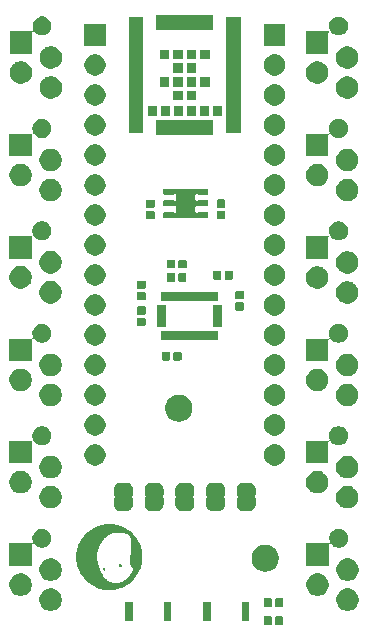
<source format=gbr>
G04 #@! TF.GenerationSoftware,KiCad,Pcbnew,5.1.5-52549c5~84~ubuntu18.04.1*
G04 #@! TF.CreationDate,2019-11-19T18:32:17+01:00*
G04 #@! TF.ProjectId,darkroom_tracker,6461726b-726f-46f6-9d5f-747261636b65,rev?*
G04 #@! TF.SameCoordinates,Original*
G04 #@! TF.FileFunction,Soldermask,Top*
G04 #@! TF.FilePolarity,Negative*
%FSLAX46Y46*%
G04 Gerber Fmt 4.6, Leading zero omitted, Abs format (unit mm)*
G04 Created by KiCad (PCBNEW 5.1.5-52549c5~84~ubuntu18.04.1) date 2019-11-19 18:32:17*
%MOMM*%
%LPD*%
G04 APERTURE LIST*
%ADD10C,0.010000*%
%ADD11C,0.100000*%
G04 APERTURE END LIST*
D10*
G36*
X126124190Y-117024281D02*
G01*
X126137267Y-117027672D01*
X126148571Y-117034801D01*
X126150915Y-117036724D01*
X126170215Y-117058561D01*
X126180142Y-117083038D01*
X126180449Y-117108947D01*
X126170964Y-117134944D01*
X126156535Y-117154038D01*
X126138060Y-117165504D01*
X126113547Y-117170389D01*
X126102751Y-117170739D01*
X126085352Y-117170126D01*
X126073678Y-117167113D01*
X126063317Y-117159937D01*
X126054426Y-117151438D01*
X126037801Y-117128548D01*
X126030459Y-117103613D01*
X126032355Y-117078385D01*
X126043442Y-117054615D01*
X126057382Y-117039130D01*
X126069236Y-117029933D01*
X126080553Y-117025212D01*
X126095653Y-117023548D01*
X126105190Y-117023419D01*
X126124190Y-117024281D01*
G37*
X126124190Y-117024281D02*
X126137267Y-117027672D01*
X126148571Y-117034801D01*
X126150915Y-117036724D01*
X126170215Y-117058561D01*
X126180142Y-117083038D01*
X126180449Y-117108947D01*
X126170964Y-117134944D01*
X126156535Y-117154038D01*
X126138060Y-117165504D01*
X126113547Y-117170389D01*
X126102751Y-117170739D01*
X126085352Y-117170126D01*
X126073678Y-117167113D01*
X126063317Y-117159937D01*
X126054426Y-117151438D01*
X126037801Y-117128548D01*
X126030459Y-117103613D01*
X126032355Y-117078385D01*
X126043442Y-117054615D01*
X126057382Y-117039130D01*
X126069236Y-117029933D01*
X126080553Y-117025212D01*
X126095653Y-117023548D01*
X126105190Y-117023419D01*
X126124190Y-117024281D01*
G36*
X124684989Y-117303105D02*
G01*
X124700077Y-117314512D01*
X124702312Y-117316789D01*
X124718520Y-117337255D01*
X124731826Y-117360367D01*
X124741918Y-117384527D01*
X124748484Y-117408139D01*
X124751214Y-117429605D01*
X124749797Y-117447329D01*
X124743920Y-117459714D01*
X124733273Y-117465162D01*
X124731263Y-117465282D01*
X124723842Y-117462869D01*
X124712341Y-117456881D01*
X124710620Y-117455850D01*
X124693622Y-117441087D01*
X124677890Y-117419580D01*
X124664440Y-117393862D01*
X124654287Y-117366468D01*
X124648444Y-117339933D01*
X124647928Y-117316792D01*
X124650526Y-117305774D01*
X124657945Y-117298253D01*
X124670189Y-117297524D01*
X124684989Y-117303105D01*
G37*
X124684989Y-117303105D02*
X124700077Y-117314512D01*
X124702312Y-117316789D01*
X124718520Y-117337255D01*
X124731826Y-117360367D01*
X124741918Y-117384527D01*
X124748484Y-117408139D01*
X124751214Y-117429605D01*
X124749797Y-117447329D01*
X124743920Y-117459714D01*
X124733273Y-117465162D01*
X124731263Y-117465282D01*
X124723842Y-117462869D01*
X124712341Y-117456881D01*
X124710620Y-117455850D01*
X124693622Y-117441087D01*
X124677890Y-117419580D01*
X124664440Y-117393862D01*
X124654287Y-117366468D01*
X124648444Y-117339933D01*
X124647928Y-117316792D01*
X124650526Y-117305774D01*
X124657945Y-117298253D01*
X124670189Y-117297524D01*
X124684989Y-117303105D01*
G36*
X125271934Y-113620837D02*
G01*
X125320826Y-113622213D01*
X125362314Y-113624406D01*
X125364771Y-113624583D01*
X125531253Y-113641796D01*
X125695379Y-113668798D01*
X125856786Y-113705415D01*
X126015112Y-113751476D01*
X126169993Y-113806807D01*
X126321068Y-113871235D01*
X126467974Y-113944589D01*
X126610347Y-114026694D01*
X126747827Y-114117378D01*
X126880049Y-114216469D01*
X127006651Y-114323793D01*
X127127271Y-114439178D01*
X127172011Y-114485685D01*
X127282911Y-114610981D01*
X127385375Y-114741859D01*
X127479289Y-114878073D01*
X127564537Y-115019376D01*
X127641008Y-115165523D01*
X127708587Y-115316270D01*
X127767160Y-115471369D01*
X127816613Y-115630575D01*
X127856833Y-115793644D01*
X127887707Y-115960328D01*
X127901550Y-116060759D01*
X127904211Y-116088793D01*
X127906579Y-116125337D01*
X127908630Y-116168744D01*
X127910341Y-116217367D01*
X127911691Y-116269558D01*
X127912654Y-116323672D01*
X127913210Y-116378060D01*
X127913333Y-116431077D01*
X127913002Y-116481076D01*
X127912194Y-116526408D01*
X127910885Y-116565429D01*
X127909052Y-116596490D01*
X127909044Y-116596588D01*
X127890948Y-116760917D01*
X127863046Y-116923126D01*
X127825547Y-117082815D01*
X127778660Y-117239584D01*
X127722591Y-117393032D01*
X127657549Y-117542759D01*
X127583743Y-117688365D01*
X127501381Y-117829450D01*
X127410670Y-117965612D01*
X127311818Y-118096452D01*
X127205035Y-118221570D01*
X127090528Y-118340564D01*
X126968505Y-118453035D01*
X126924350Y-118490544D01*
X126792862Y-118593343D01*
X126656079Y-118687549D01*
X126514343Y-118773023D01*
X126367998Y-118849623D01*
X126217386Y-118917209D01*
X126062851Y-118975641D01*
X125904736Y-119024778D01*
X125743384Y-119064479D01*
X125579138Y-119094604D01*
X125412341Y-119115013D01*
X125396743Y-119116409D01*
X125365128Y-119118600D01*
X125325796Y-119120462D01*
X125280860Y-119121970D01*
X125232432Y-119123095D01*
X125182625Y-119123813D01*
X125133552Y-119124096D01*
X125087325Y-119123919D01*
X125046057Y-119123255D01*
X125011861Y-119122078D01*
X124999217Y-119121366D01*
X124829585Y-119105221D01*
X124662901Y-119079487D01*
X124499431Y-119044278D01*
X124339439Y-118999708D01*
X124183190Y-118945891D01*
X124030950Y-118882942D01*
X123882984Y-118810975D01*
X123739556Y-118730104D01*
X123600931Y-118640444D01*
X123467375Y-118542108D01*
X123339153Y-118435210D01*
X123277792Y-118379215D01*
X123159402Y-118261046D01*
X123049002Y-118136750D01*
X122946764Y-118006689D01*
X122852861Y-117871227D01*
X122767466Y-117730725D01*
X122690752Y-117585548D01*
X122622893Y-117436059D01*
X122564060Y-117282620D01*
X122514427Y-117125595D01*
X122474167Y-116965347D01*
X122443453Y-116802239D01*
X122422458Y-116636633D01*
X122417007Y-116572347D01*
X122414758Y-116531422D01*
X122413329Y-116482963D01*
X122412681Y-116428920D01*
X122412777Y-116371244D01*
X122413368Y-116327459D01*
X124096389Y-116327459D01*
X124096610Y-116388046D01*
X124097323Y-116440434D01*
X124098677Y-116486577D01*
X124100819Y-116528428D01*
X124103899Y-116567942D01*
X124108064Y-116607074D01*
X124113462Y-116647777D01*
X124120242Y-116692006D01*
X124127206Y-116733859D01*
X124151844Y-116858946D01*
X124183695Y-116988963D01*
X124222167Y-117122334D01*
X124266669Y-117257485D01*
X124316608Y-117392839D01*
X124371392Y-117526823D01*
X124430430Y-117657862D01*
X124493128Y-117784380D01*
X124558896Y-117904802D01*
X124582661Y-117945439D01*
X124608373Y-117987329D01*
X124632915Y-118024249D01*
X124657981Y-118058342D01*
X124685262Y-118091756D01*
X124716450Y-118126634D01*
X124753237Y-118165123D01*
X124766760Y-118178847D01*
X124835062Y-118245242D01*
X124900555Y-118303518D01*
X124964703Y-118354773D01*
X125028968Y-118400106D01*
X125094815Y-118440615D01*
X125163706Y-118477399D01*
X125166148Y-118478611D01*
X125233388Y-118509810D01*
X125301046Y-118536770D01*
X125370341Y-118559753D01*
X125442495Y-118579020D01*
X125518731Y-118594832D01*
X125600269Y-118607450D01*
X125688330Y-118617134D01*
X125784137Y-118624147D01*
X125864824Y-118627922D01*
X125878991Y-118627244D01*
X125899697Y-118624784D01*
X125923565Y-118620984D01*
X125936869Y-118618474D01*
X126042649Y-118592148D01*
X126146750Y-118555903D01*
X126249263Y-118509699D01*
X126350282Y-118453495D01*
X126429238Y-118401894D01*
X126465471Y-118375622D01*
X126506379Y-118344227D01*
X126550528Y-118308943D01*
X126596487Y-118271005D01*
X126642822Y-118231646D01*
X126688100Y-118192100D01*
X126730888Y-118153602D01*
X126769753Y-118117386D01*
X126803263Y-118084685D01*
X126829880Y-118056848D01*
X126879601Y-117999750D01*
X126928549Y-117939012D01*
X126975865Y-117875951D01*
X127020691Y-117811881D01*
X127062169Y-117748118D01*
X127099439Y-117685979D01*
X127131643Y-117626779D01*
X127157922Y-117571833D01*
X127176070Y-117526339D01*
X127187689Y-117489862D01*
X127194192Y-117460099D01*
X127195814Y-117435125D01*
X127192789Y-117413017D01*
X127190752Y-117405834D01*
X127182422Y-117372362D01*
X127175697Y-117329029D01*
X127170568Y-117275761D01*
X127169080Y-117253659D01*
X127167437Y-117230464D01*
X127165614Y-117211006D01*
X127163850Y-117197533D01*
X127162571Y-117192458D01*
X127156508Y-117188270D01*
X127143984Y-117181995D01*
X127131736Y-117176673D01*
X127095714Y-117158984D01*
X127065573Y-117137290D01*
X127040578Y-117110512D01*
X127019995Y-117077575D01*
X127003090Y-117037400D01*
X126989129Y-116988912D01*
X126982254Y-116957379D01*
X126973632Y-116903163D01*
X126967395Y-116840478D01*
X126963526Y-116770726D01*
X126962011Y-116695310D01*
X126962833Y-116615632D01*
X126965977Y-116533096D01*
X126971427Y-116449103D01*
X126979167Y-116365057D01*
X126989181Y-116282360D01*
X126989914Y-116277036D01*
X126998206Y-116225800D01*
X127009374Y-116171702D01*
X127023822Y-116113060D01*
X127041959Y-116048191D01*
X127058030Y-115995073D01*
X127068524Y-115959775D01*
X127075272Y-115933402D01*
X127078379Y-115915477D01*
X127078153Y-115906173D01*
X127077515Y-115898996D01*
X127076796Y-115882518D01*
X127076013Y-115857601D01*
X127075185Y-115825105D01*
X127074330Y-115785887D01*
X127073466Y-115740810D01*
X127072610Y-115690732D01*
X127071781Y-115636514D01*
X127070997Y-115579015D01*
X127070547Y-115542599D01*
X127069622Y-115468045D01*
X127068701Y-115402615D01*
X127067732Y-115345273D01*
X127066666Y-115294981D01*
X127065451Y-115250704D01*
X127064037Y-115211407D01*
X127062374Y-115176051D01*
X127060409Y-115143601D01*
X127058093Y-115113022D01*
X127055376Y-115083276D01*
X127052205Y-115053327D01*
X127048532Y-115022140D01*
X127044304Y-114988677D01*
X127042938Y-114978174D01*
X127033973Y-114915712D01*
X127023160Y-114850361D01*
X127011186Y-114785951D01*
X126998739Y-114726310D01*
X126993724Y-114704399D01*
X126987717Y-114678919D01*
X126982382Y-114656257D01*
X126978242Y-114638644D01*
X126975823Y-114628314D01*
X126975622Y-114627452D01*
X126970037Y-114617775D01*
X126957293Y-114603319D01*
X126938582Y-114585091D01*
X126915096Y-114564099D01*
X126888028Y-114541349D01*
X126858570Y-114517850D01*
X126827914Y-114494609D01*
X126797252Y-114472633D01*
X126773423Y-114456577D01*
X126680186Y-114401740D01*
X126580889Y-114354844D01*
X126475408Y-114315844D01*
X126363622Y-114284694D01*
X126245408Y-114261352D01*
X126234943Y-114259708D01*
X126190320Y-114254173D01*
X126138069Y-114249912D01*
X126080646Y-114246968D01*
X126020507Y-114245387D01*
X125960110Y-114245215D01*
X125901912Y-114246495D01*
X125848369Y-114249273D01*
X125815843Y-114252043D01*
X125678828Y-114270055D01*
X125547412Y-114295427D01*
X125421897Y-114328042D01*
X125302588Y-114367786D01*
X125189785Y-114414541D01*
X125083793Y-114468193D01*
X124984914Y-114528626D01*
X124893451Y-114595723D01*
X124872830Y-114612644D01*
X124839641Y-114641663D01*
X124807249Y-114672607D01*
X124774158Y-114707049D01*
X124738872Y-114746557D01*
X124699895Y-114792703D01*
X124691040Y-114803459D01*
X124587429Y-114935911D01*
X124493902Y-115068366D01*
X124410381Y-115200976D01*
X124336791Y-115333895D01*
X124273056Y-115467277D01*
X124219100Y-115601277D01*
X124174847Y-115736046D01*
X124140220Y-115871740D01*
X124124862Y-115948999D01*
X124117385Y-115992143D01*
X124111310Y-116030740D01*
X124106498Y-116066631D01*
X124102810Y-116101656D01*
X124100108Y-116137656D01*
X124098253Y-116176470D01*
X124097108Y-116219941D01*
X124096532Y-116269908D01*
X124096389Y-116327459D01*
X122413368Y-116327459D01*
X122413579Y-116311883D01*
X122415049Y-116252790D01*
X122417147Y-116195914D01*
X122419837Y-116143206D01*
X122423079Y-116096616D01*
X122426837Y-116058094D01*
X122427105Y-116055859D01*
X122452579Y-115886327D01*
X122487251Y-115721105D01*
X122531152Y-115560117D01*
X122584315Y-115403291D01*
X122646772Y-115250553D01*
X122718553Y-115101829D01*
X122799692Y-114957045D01*
X122890220Y-114816127D01*
X122990169Y-114679001D01*
X123057680Y-114594897D01*
X123082777Y-114565913D01*
X123113983Y-114531743D01*
X123149777Y-114493907D01*
X123188639Y-114453926D01*
X123229046Y-114413322D01*
X123269478Y-114373617D01*
X123308413Y-114336330D01*
X123344331Y-114302984D01*
X123375709Y-114275099D01*
X123387321Y-114265256D01*
X123503649Y-114172942D01*
X123620658Y-114089254D01*
X123740509Y-114012765D01*
X123865359Y-113942049D01*
X123918463Y-113914409D01*
X124063724Y-113845696D01*
X124210976Y-113786255D01*
X124361068Y-113735829D01*
X124514847Y-113694163D01*
X124673163Y-113661002D01*
X124836865Y-113636090D01*
X124848283Y-113634681D01*
X124886197Y-113630890D01*
X124932310Y-113627612D01*
X124984671Y-113624884D01*
X125041329Y-113622745D01*
X125100335Y-113621233D01*
X125159738Y-113620385D01*
X125217588Y-113620241D01*
X125271934Y-113620837D01*
G37*
X125271934Y-113620837D02*
X125320826Y-113622213D01*
X125362314Y-113624406D01*
X125364771Y-113624583D01*
X125531253Y-113641796D01*
X125695379Y-113668798D01*
X125856786Y-113705415D01*
X126015112Y-113751476D01*
X126169993Y-113806807D01*
X126321068Y-113871235D01*
X126467974Y-113944589D01*
X126610347Y-114026694D01*
X126747827Y-114117378D01*
X126880049Y-114216469D01*
X127006651Y-114323793D01*
X127127271Y-114439178D01*
X127172011Y-114485685D01*
X127282911Y-114610981D01*
X127385375Y-114741859D01*
X127479289Y-114878073D01*
X127564537Y-115019376D01*
X127641008Y-115165523D01*
X127708587Y-115316270D01*
X127767160Y-115471369D01*
X127816613Y-115630575D01*
X127856833Y-115793644D01*
X127887707Y-115960328D01*
X127901550Y-116060759D01*
X127904211Y-116088793D01*
X127906579Y-116125337D01*
X127908630Y-116168744D01*
X127910341Y-116217367D01*
X127911691Y-116269558D01*
X127912654Y-116323672D01*
X127913210Y-116378060D01*
X127913333Y-116431077D01*
X127913002Y-116481076D01*
X127912194Y-116526408D01*
X127910885Y-116565429D01*
X127909052Y-116596490D01*
X127909044Y-116596588D01*
X127890948Y-116760917D01*
X127863046Y-116923126D01*
X127825547Y-117082815D01*
X127778660Y-117239584D01*
X127722591Y-117393032D01*
X127657549Y-117542759D01*
X127583743Y-117688365D01*
X127501381Y-117829450D01*
X127410670Y-117965612D01*
X127311818Y-118096452D01*
X127205035Y-118221570D01*
X127090528Y-118340564D01*
X126968505Y-118453035D01*
X126924350Y-118490544D01*
X126792862Y-118593343D01*
X126656079Y-118687549D01*
X126514343Y-118773023D01*
X126367998Y-118849623D01*
X126217386Y-118917209D01*
X126062851Y-118975641D01*
X125904736Y-119024778D01*
X125743384Y-119064479D01*
X125579138Y-119094604D01*
X125412341Y-119115013D01*
X125396743Y-119116409D01*
X125365128Y-119118600D01*
X125325796Y-119120462D01*
X125280860Y-119121970D01*
X125232432Y-119123095D01*
X125182625Y-119123813D01*
X125133552Y-119124096D01*
X125087325Y-119123919D01*
X125046057Y-119123255D01*
X125011861Y-119122078D01*
X124999217Y-119121366D01*
X124829585Y-119105221D01*
X124662901Y-119079487D01*
X124499431Y-119044278D01*
X124339439Y-118999708D01*
X124183190Y-118945891D01*
X124030950Y-118882942D01*
X123882984Y-118810975D01*
X123739556Y-118730104D01*
X123600931Y-118640444D01*
X123467375Y-118542108D01*
X123339153Y-118435210D01*
X123277792Y-118379215D01*
X123159402Y-118261046D01*
X123049002Y-118136750D01*
X122946764Y-118006689D01*
X122852861Y-117871227D01*
X122767466Y-117730725D01*
X122690752Y-117585548D01*
X122622893Y-117436059D01*
X122564060Y-117282620D01*
X122514427Y-117125595D01*
X122474167Y-116965347D01*
X122443453Y-116802239D01*
X122422458Y-116636633D01*
X122417007Y-116572347D01*
X122414758Y-116531422D01*
X122413329Y-116482963D01*
X122412681Y-116428920D01*
X122412777Y-116371244D01*
X122413368Y-116327459D01*
X124096389Y-116327459D01*
X124096610Y-116388046D01*
X124097323Y-116440434D01*
X124098677Y-116486577D01*
X124100819Y-116528428D01*
X124103899Y-116567942D01*
X124108064Y-116607074D01*
X124113462Y-116647777D01*
X124120242Y-116692006D01*
X124127206Y-116733859D01*
X124151844Y-116858946D01*
X124183695Y-116988963D01*
X124222167Y-117122334D01*
X124266669Y-117257485D01*
X124316608Y-117392839D01*
X124371392Y-117526823D01*
X124430430Y-117657862D01*
X124493128Y-117784380D01*
X124558896Y-117904802D01*
X124582661Y-117945439D01*
X124608373Y-117987329D01*
X124632915Y-118024249D01*
X124657981Y-118058342D01*
X124685262Y-118091756D01*
X124716450Y-118126634D01*
X124753237Y-118165123D01*
X124766760Y-118178847D01*
X124835062Y-118245242D01*
X124900555Y-118303518D01*
X124964703Y-118354773D01*
X125028968Y-118400106D01*
X125094815Y-118440615D01*
X125163706Y-118477399D01*
X125166148Y-118478611D01*
X125233388Y-118509810D01*
X125301046Y-118536770D01*
X125370341Y-118559753D01*
X125442495Y-118579020D01*
X125518731Y-118594832D01*
X125600269Y-118607450D01*
X125688330Y-118617134D01*
X125784137Y-118624147D01*
X125864824Y-118627922D01*
X125878991Y-118627244D01*
X125899697Y-118624784D01*
X125923565Y-118620984D01*
X125936869Y-118618474D01*
X126042649Y-118592148D01*
X126146750Y-118555903D01*
X126249263Y-118509699D01*
X126350282Y-118453495D01*
X126429238Y-118401894D01*
X126465471Y-118375622D01*
X126506379Y-118344227D01*
X126550528Y-118308943D01*
X126596487Y-118271005D01*
X126642822Y-118231646D01*
X126688100Y-118192100D01*
X126730888Y-118153602D01*
X126769753Y-118117386D01*
X126803263Y-118084685D01*
X126829880Y-118056848D01*
X126879601Y-117999750D01*
X126928549Y-117939012D01*
X126975865Y-117875951D01*
X127020691Y-117811881D01*
X127062169Y-117748118D01*
X127099439Y-117685979D01*
X127131643Y-117626779D01*
X127157922Y-117571833D01*
X127176070Y-117526339D01*
X127187689Y-117489862D01*
X127194192Y-117460099D01*
X127195814Y-117435125D01*
X127192789Y-117413017D01*
X127190752Y-117405834D01*
X127182422Y-117372362D01*
X127175697Y-117329029D01*
X127170568Y-117275761D01*
X127169080Y-117253659D01*
X127167437Y-117230464D01*
X127165614Y-117211006D01*
X127163850Y-117197533D01*
X127162571Y-117192458D01*
X127156508Y-117188270D01*
X127143984Y-117181995D01*
X127131736Y-117176673D01*
X127095714Y-117158984D01*
X127065573Y-117137290D01*
X127040578Y-117110512D01*
X127019995Y-117077575D01*
X127003090Y-117037400D01*
X126989129Y-116988912D01*
X126982254Y-116957379D01*
X126973632Y-116903163D01*
X126967395Y-116840478D01*
X126963526Y-116770726D01*
X126962011Y-116695310D01*
X126962833Y-116615632D01*
X126965977Y-116533096D01*
X126971427Y-116449103D01*
X126979167Y-116365057D01*
X126989181Y-116282360D01*
X126989914Y-116277036D01*
X126998206Y-116225800D01*
X127009374Y-116171702D01*
X127023822Y-116113060D01*
X127041959Y-116048191D01*
X127058030Y-115995073D01*
X127068524Y-115959775D01*
X127075272Y-115933402D01*
X127078379Y-115915477D01*
X127078153Y-115906173D01*
X127077515Y-115898996D01*
X127076796Y-115882518D01*
X127076013Y-115857601D01*
X127075185Y-115825105D01*
X127074330Y-115785887D01*
X127073466Y-115740810D01*
X127072610Y-115690732D01*
X127071781Y-115636514D01*
X127070997Y-115579015D01*
X127070547Y-115542599D01*
X127069622Y-115468045D01*
X127068701Y-115402615D01*
X127067732Y-115345273D01*
X127066666Y-115294981D01*
X127065451Y-115250704D01*
X127064037Y-115211407D01*
X127062374Y-115176051D01*
X127060409Y-115143601D01*
X127058093Y-115113022D01*
X127055376Y-115083276D01*
X127052205Y-115053327D01*
X127048532Y-115022140D01*
X127044304Y-114988677D01*
X127042938Y-114978174D01*
X127033973Y-114915712D01*
X127023160Y-114850361D01*
X127011186Y-114785951D01*
X126998739Y-114726310D01*
X126993724Y-114704399D01*
X126987717Y-114678919D01*
X126982382Y-114656257D01*
X126978242Y-114638644D01*
X126975823Y-114628314D01*
X126975622Y-114627452D01*
X126970037Y-114617775D01*
X126957293Y-114603319D01*
X126938582Y-114585091D01*
X126915096Y-114564099D01*
X126888028Y-114541349D01*
X126858570Y-114517850D01*
X126827914Y-114494609D01*
X126797252Y-114472633D01*
X126773423Y-114456577D01*
X126680186Y-114401740D01*
X126580889Y-114354844D01*
X126475408Y-114315844D01*
X126363622Y-114284694D01*
X126245408Y-114261352D01*
X126234943Y-114259708D01*
X126190320Y-114254173D01*
X126138069Y-114249912D01*
X126080646Y-114246968D01*
X126020507Y-114245387D01*
X125960110Y-114245215D01*
X125901912Y-114246495D01*
X125848369Y-114249273D01*
X125815843Y-114252043D01*
X125678828Y-114270055D01*
X125547412Y-114295427D01*
X125421897Y-114328042D01*
X125302588Y-114367786D01*
X125189785Y-114414541D01*
X125083793Y-114468193D01*
X124984914Y-114528626D01*
X124893451Y-114595723D01*
X124872830Y-114612644D01*
X124839641Y-114641663D01*
X124807249Y-114672607D01*
X124774158Y-114707049D01*
X124738872Y-114746557D01*
X124699895Y-114792703D01*
X124691040Y-114803459D01*
X124587429Y-114935911D01*
X124493902Y-115068366D01*
X124410381Y-115200976D01*
X124336791Y-115333895D01*
X124273056Y-115467277D01*
X124219100Y-115601277D01*
X124174847Y-115736046D01*
X124140220Y-115871740D01*
X124124862Y-115948999D01*
X124117385Y-115992143D01*
X124111310Y-116030740D01*
X124106498Y-116066631D01*
X124102810Y-116101656D01*
X124100108Y-116137656D01*
X124098253Y-116176470D01*
X124097108Y-116219941D01*
X124096532Y-116269908D01*
X124096389Y-116327459D01*
X122413368Y-116327459D01*
X122413579Y-116311883D01*
X122415049Y-116252790D01*
X122417147Y-116195914D01*
X122419837Y-116143206D01*
X122423079Y-116096616D01*
X122426837Y-116058094D01*
X122427105Y-116055859D01*
X122452579Y-115886327D01*
X122487251Y-115721105D01*
X122531152Y-115560117D01*
X122584315Y-115403291D01*
X122646772Y-115250553D01*
X122718553Y-115101829D01*
X122799692Y-114957045D01*
X122890220Y-114816127D01*
X122990169Y-114679001D01*
X123057680Y-114594897D01*
X123082777Y-114565913D01*
X123113983Y-114531743D01*
X123149777Y-114493907D01*
X123188639Y-114453926D01*
X123229046Y-114413322D01*
X123269478Y-114373617D01*
X123308413Y-114336330D01*
X123344331Y-114302984D01*
X123375709Y-114275099D01*
X123387321Y-114265256D01*
X123503649Y-114172942D01*
X123620658Y-114089254D01*
X123740509Y-114012765D01*
X123865359Y-113942049D01*
X123918463Y-113914409D01*
X124063724Y-113845696D01*
X124210976Y-113786255D01*
X124361068Y-113735829D01*
X124514847Y-113694163D01*
X124673163Y-113661002D01*
X124836865Y-113636090D01*
X124848283Y-113634681D01*
X124886197Y-113630890D01*
X124932310Y-113627612D01*
X124984671Y-113624884D01*
X125041329Y-113622745D01*
X125100335Y-113621233D01*
X125159738Y-113620385D01*
X125217588Y-113620241D01*
X125271934Y-113620837D01*
D11*
G36*
X139841938Y-121431716D02*
G01*
X139862557Y-121437971D01*
X139881553Y-121448124D01*
X139898208Y-121461792D01*
X139911876Y-121478447D01*
X139922029Y-121497443D01*
X139928284Y-121518062D01*
X139931000Y-121545640D01*
X139931000Y-122054360D01*
X139928284Y-122081938D01*
X139922029Y-122102557D01*
X139911876Y-122121553D01*
X139898208Y-122138208D01*
X139881553Y-122151876D01*
X139862557Y-122162029D01*
X139841938Y-122168284D01*
X139814360Y-122171000D01*
X139355640Y-122171000D01*
X139328062Y-122168284D01*
X139307443Y-122162029D01*
X139288447Y-122151876D01*
X139271792Y-122138208D01*
X139258124Y-122121553D01*
X139247971Y-122102557D01*
X139241716Y-122081938D01*
X139239000Y-122054360D01*
X139239000Y-121545640D01*
X139241716Y-121518062D01*
X139247971Y-121497443D01*
X139258124Y-121478447D01*
X139271792Y-121461792D01*
X139288447Y-121448124D01*
X139307443Y-121437971D01*
X139328062Y-121431716D01*
X139355640Y-121429000D01*
X139814360Y-121429000D01*
X139841938Y-121431716D01*
G37*
G36*
X138871938Y-121431716D02*
G01*
X138892557Y-121437971D01*
X138911553Y-121448124D01*
X138928208Y-121461792D01*
X138941876Y-121478447D01*
X138952029Y-121497443D01*
X138958284Y-121518062D01*
X138961000Y-121545640D01*
X138961000Y-122054360D01*
X138958284Y-122081938D01*
X138952029Y-122102557D01*
X138941876Y-122121553D01*
X138928208Y-122138208D01*
X138911553Y-122151876D01*
X138892557Y-122162029D01*
X138871938Y-122168284D01*
X138844360Y-122171000D01*
X138385640Y-122171000D01*
X138358062Y-122168284D01*
X138337443Y-122162029D01*
X138318447Y-122151876D01*
X138301792Y-122138208D01*
X138288124Y-122121553D01*
X138277971Y-122102557D01*
X138271716Y-122081938D01*
X138269000Y-122054360D01*
X138269000Y-121545640D01*
X138271716Y-121518062D01*
X138277971Y-121497443D01*
X138288124Y-121478447D01*
X138301792Y-121461792D01*
X138318447Y-121448124D01*
X138337443Y-121437971D01*
X138358062Y-121431716D01*
X138385640Y-121429000D01*
X138844360Y-121429000D01*
X138871938Y-121431716D01*
G37*
G36*
X133829000Y-121837080D02*
G01*
X133177000Y-121837080D01*
X133177000Y-120235080D01*
X133829000Y-120235080D01*
X133829000Y-121837080D01*
G37*
G36*
X137079000Y-121837080D02*
G01*
X136427000Y-121837080D01*
X136427000Y-120235080D01*
X137079000Y-120235080D01*
X137079000Y-121837080D01*
G37*
G36*
X130454680Y-121821840D02*
G01*
X129802680Y-121821840D01*
X129802680Y-120219840D01*
X130454680Y-120219840D01*
X130454680Y-121821840D01*
G37*
G36*
X127204680Y-121821840D02*
G01*
X126552680Y-121821840D01*
X126552680Y-120219840D01*
X127204680Y-120219840D01*
X127204680Y-121821840D01*
G37*
G36*
X145651755Y-119100546D02*
G01*
X145824826Y-119172234D01*
X145902178Y-119223919D01*
X145980587Y-119276310D01*
X146113050Y-119408773D01*
X146113051Y-119408775D01*
X146217126Y-119564534D01*
X146288814Y-119737605D01*
X146325360Y-119921333D01*
X146325360Y-120108667D01*
X146288814Y-120292395D01*
X146217126Y-120465466D01*
X146181837Y-120518280D01*
X146113050Y-120621227D01*
X145980587Y-120753690D01*
X145902178Y-120806081D01*
X145824826Y-120857766D01*
X145651755Y-120929454D01*
X145468027Y-120966000D01*
X145280693Y-120966000D01*
X145096965Y-120929454D01*
X144923894Y-120857766D01*
X144846542Y-120806081D01*
X144768133Y-120753690D01*
X144635670Y-120621227D01*
X144566883Y-120518280D01*
X144531594Y-120465466D01*
X144459906Y-120292395D01*
X144423360Y-120108667D01*
X144423360Y-119921333D01*
X144459906Y-119737605D01*
X144531594Y-119564534D01*
X144635669Y-119408775D01*
X144635670Y-119408773D01*
X144768133Y-119276310D01*
X144846542Y-119223919D01*
X144923894Y-119172234D01*
X145096965Y-119100546D01*
X145280693Y-119064000D01*
X145468027Y-119064000D01*
X145651755Y-119100546D01*
G37*
G36*
X120520995Y-119100546D02*
G01*
X120694066Y-119172234D01*
X120771418Y-119223919D01*
X120849827Y-119276310D01*
X120982290Y-119408773D01*
X120982291Y-119408775D01*
X121086366Y-119564534D01*
X121158054Y-119737605D01*
X121194600Y-119921333D01*
X121194600Y-120108667D01*
X121158054Y-120292395D01*
X121086366Y-120465466D01*
X121051077Y-120518280D01*
X120982290Y-120621227D01*
X120849827Y-120753690D01*
X120771418Y-120806081D01*
X120694066Y-120857766D01*
X120520995Y-120929454D01*
X120337267Y-120966000D01*
X120149933Y-120966000D01*
X119966205Y-120929454D01*
X119793134Y-120857766D01*
X119715782Y-120806081D01*
X119637373Y-120753690D01*
X119504910Y-120621227D01*
X119436123Y-120518280D01*
X119400834Y-120465466D01*
X119329146Y-120292395D01*
X119292600Y-120108667D01*
X119292600Y-119921333D01*
X119329146Y-119737605D01*
X119400834Y-119564534D01*
X119504909Y-119408775D01*
X119504910Y-119408773D01*
X119637373Y-119276310D01*
X119715782Y-119223919D01*
X119793134Y-119172234D01*
X119966205Y-119100546D01*
X120149933Y-119064000D01*
X120337267Y-119064000D01*
X120520995Y-119100546D01*
G37*
G36*
X139852658Y-119895636D02*
G01*
X139873277Y-119901891D01*
X139892273Y-119912044D01*
X139908928Y-119925712D01*
X139922596Y-119942367D01*
X139932749Y-119961363D01*
X139939004Y-119981982D01*
X139941720Y-120009560D01*
X139941720Y-120518280D01*
X139939004Y-120545858D01*
X139932749Y-120566477D01*
X139922596Y-120585473D01*
X139908928Y-120602128D01*
X139892273Y-120615796D01*
X139873277Y-120625949D01*
X139852658Y-120632204D01*
X139825080Y-120634920D01*
X139366360Y-120634920D01*
X139338782Y-120632204D01*
X139318163Y-120625949D01*
X139299167Y-120615796D01*
X139282512Y-120602128D01*
X139268844Y-120585473D01*
X139258691Y-120566477D01*
X139252436Y-120545858D01*
X139249720Y-120518280D01*
X139249720Y-120009560D01*
X139252436Y-119981982D01*
X139258691Y-119961363D01*
X139268844Y-119942367D01*
X139282512Y-119925712D01*
X139299167Y-119912044D01*
X139318163Y-119901891D01*
X139338782Y-119895636D01*
X139366360Y-119892920D01*
X139825080Y-119892920D01*
X139852658Y-119895636D01*
G37*
G36*
X138882658Y-119895636D02*
G01*
X138903277Y-119901891D01*
X138922273Y-119912044D01*
X138938928Y-119925712D01*
X138952596Y-119942367D01*
X138962749Y-119961363D01*
X138969004Y-119981982D01*
X138971720Y-120009560D01*
X138971720Y-120518280D01*
X138969004Y-120545858D01*
X138962749Y-120566477D01*
X138952596Y-120585473D01*
X138938928Y-120602128D01*
X138922273Y-120615796D01*
X138903277Y-120625949D01*
X138882658Y-120632204D01*
X138855080Y-120634920D01*
X138396360Y-120634920D01*
X138368782Y-120632204D01*
X138348163Y-120625949D01*
X138329167Y-120615796D01*
X138312512Y-120602128D01*
X138298844Y-120585473D01*
X138288691Y-120566477D01*
X138282436Y-120545858D01*
X138279720Y-120518280D01*
X138279720Y-120009560D01*
X138282436Y-119981982D01*
X138288691Y-119961363D01*
X138298844Y-119942367D01*
X138312512Y-119925712D01*
X138329167Y-119912044D01*
X138348163Y-119901891D01*
X138368782Y-119895636D01*
X138396360Y-119892920D01*
X138855080Y-119892920D01*
X138882658Y-119895636D01*
G37*
G36*
X143111755Y-117830546D02*
G01*
X143284826Y-117902234D01*
X143362178Y-117953919D01*
X143440587Y-118006310D01*
X143573050Y-118138773D01*
X143573051Y-118138775D01*
X143677126Y-118294534D01*
X143748814Y-118467605D01*
X143785360Y-118651333D01*
X143785360Y-118838667D01*
X143748814Y-119022395D01*
X143677126Y-119195466D01*
X143677125Y-119195467D01*
X143573050Y-119351227D01*
X143440587Y-119483690D01*
X143362178Y-119536081D01*
X143284826Y-119587766D01*
X143111755Y-119659454D01*
X142928027Y-119696000D01*
X142740693Y-119696000D01*
X142556965Y-119659454D01*
X142383894Y-119587766D01*
X142306542Y-119536081D01*
X142228133Y-119483690D01*
X142095670Y-119351227D01*
X141991595Y-119195467D01*
X141991594Y-119195466D01*
X141919906Y-119022395D01*
X141883360Y-118838667D01*
X141883360Y-118651333D01*
X141919906Y-118467605D01*
X141991594Y-118294534D01*
X142095669Y-118138775D01*
X142095670Y-118138773D01*
X142228133Y-118006310D01*
X142306542Y-117953919D01*
X142383894Y-117902234D01*
X142556965Y-117830546D01*
X142740693Y-117794000D01*
X142928027Y-117794000D01*
X143111755Y-117830546D01*
G37*
G36*
X117980995Y-117830546D02*
G01*
X118154066Y-117902234D01*
X118231418Y-117953919D01*
X118309827Y-118006310D01*
X118442290Y-118138773D01*
X118442291Y-118138775D01*
X118546366Y-118294534D01*
X118618054Y-118467605D01*
X118654600Y-118651333D01*
X118654600Y-118838667D01*
X118618054Y-119022395D01*
X118546366Y-119195466D01*
X118546365Y-119195467D01*
X118442290Y-119351227D01*
X118309827Y-119483690D01*
X118231418Y-119536081D01*
X118154066Y-119587766D01*
X117980995Y-119659454D01*
X117797267Y-119696000D01*
X117609933Y-119696000D01*
X117426205Y-119659454D01*
X117253134Y-119587766D01*
X117175782Y-119536081D01*
X117097373Y-119483690D01*
X116964910Y-119351227D01*
X116860835Y-119195467D01*
X116860834Y-119195466D01*
X116789146Y-119022395D01*
X116752600Y-118838667D01*
X116752600Y-118651333D01*
X116789146Y-118467605D01*
X116860834Y-118294534D01*
X116964909Y-118138775D01*
X116964910Y-118138773D01*
X117097373Y-118006310D01*
X117175782Y-117953919D01*
X117253134Y-117902234D01*
X117426205Y-117830546D01*
X117609933Y-117794000D01*
X117797267Y-117794000D01*
X117980995Y-117830546D01*
G37*
G36*
X120520995Y-116560546D02*
G01*
X120694066Y-116632234D01*
X120694067Y-116632235D01*
X120849827Y-116736310D01*
X120982290Y-116868773D01*
X120982291Y-116868775D01*
X121086366Y-117024534D01*
X121158054Y-117197605D01*
X121194600Y-117381333D01*
X121194600Y-117568667D01*
X121158054Y-117752395D01*
X121086366Y-117925466D01*
X121086365Y-117925467D01*
X120982290Y-118081227D01*
X120849827Y-118213690D01*
X120771418Y-118266081D01*
X120694066Y-118317766D01*
X120520995Y-118389454D01*
X120337267Y-118426000D01*
X120149933Y-118426000D01*
X119966205Y-118389454D01*
X119793134Y-118317766D01*
X119715782Y-118266081D01*
X119637373Y-118213690D01*
X119504910Y-118081227D01*
X119400835Y-117925467D01*
X119400834Y-117925466D01*
X119329146Y-117752395D01*
X119292600Y-117568667D01*
X119292600Y-117381333D01*
X119329146Y-117197605D01*
X119400834Y-117024534D01*
X119504909Y-116868775D01*
X119504910Y-116868773D01*
X119637373Y-116736310D01*
X119793133Y-116632235D01*
X119793134Y-116632234D01*
X119966205Y-116560546D01*
X120149933Y-116524000D01*
X120337267Y-116524000D01*
X120520995Y-116560546D01*
G37*
G36*
X145651755Y-116560546D02*
G01*
X145824826Y-116632234D01*
X145824827Y-116632235D01*
X145980587Y-116736310D01*
X146113050Y-116868773D01*
X146113051Y-116868775D01*
X146217126Y-117024534D01*
X146288814Y-117197605D01*
X146325360Y-117381333D01*
X146325360Y-117568667D01*
X146288814Y-117752395D01*
X146217126Y-117925466D01*
X146217125Y-117925467D01*
X146113050Y-118081227D01*
X145980587Y-118213690D01*
X145902178Y-118266081D01*
X145824826Y-118317766D01*
X145651755Y-118389454D01*
X145468027Y-118426000D01*
X145280693Y-118426000D01*
X145096965Y-118389454D01*
X144923894Y-118317766D01*
X144846542Y-118266081D01*
X144768133Y-118213690D01*
X144635670Y-118081227D01*
X144531595Y-117925467D01*
X144531594Y-117925466D01*
X144459906Y-117752395D01*
X144423360Y-117568667D01*
X144423360Y-117381333D01*
X144459906Y-117197605D01*
X144531594Y-117024534D01*
X144635669Y-116868775D01*
X144635670Y-116868773D01*
X144768133Y-116736310D01*
X144923893Y-116632235D01*
X144923894Y-116632234D01*
X145096965Y-116560546D01*
X145280693Y-116524000D01*
X145468027Y-116524000D01*
X145651755Y-116560546D01*
G37*
G36*
X138588347Y-115363915D02*
G01*
X138735734Y-115393232D01*
X138945203Y-115479997D01*
X139133720Y-115605960D01*
X139294040Y-115766280D01*
X139420003Y-115954797D01*
X139420004Y-115954799D01*
X139506768Y-116164267D01*
X139551000Y-116386635D01*
X139551000Y-116613365D01*
X139528884Y-116724549D01*
X139506768Y-116835734D01*
X139493082Y-116868775D01*
X139428565Y-117024534D01*
X139420003Y-117045203D01*
X139294040Y-117233720D01*
X139133720Y-117394040D01*
X138945203Y-117520003D01*
X138735734Y-117606768D01*
X138624549Y-117628884D01*
X138513365Y-117651000D01*
X138286635Y-117651000D01*
X138175451Y-117628884D01*
X138064266Y-117606768D01*
X137854797Y-117520003D01*
X137666280Y-117394040D01*
X137505960Y-117233720D01*
X137379997Y-117045203D01*
X137371436Y-117024534D01*
X137306918Y-116868775D01*
X137293232Y-116835734D01*
X137271116Y-116724549D01*
X137249000Y-116613365D01*
X137249000Y-116386635D01*
X137293232Y-116164267D01*
X137379996Y-115954799D01*
X137379997Y-115954797D01*
X137505960Y-115766280D01*
X137666280Y-115605960D01*
X137854797Y-115479997D01*
X138064266Y-115393232D01*
X138211653Y-115363915D01*
X138286635Y-115349000D01*
X138513365Y-115349000D01*
X138588347Y-115363915D01*
G37*
G36*
X119737257Y-114034733D02*
G01*
X119883038Y-114095118D01*
X119883039Y-114095119D01*
X120014240Y-114182784D01*
X120125816Y-114294360D01*
X120125817Y-114294362D01*
X120213482Y-114425562D01*
X120273867Y-114571343D01*
X120304650Y-114726102D01*
X120304650Y-114883898D01*
X120273867Y-115038657D01*
X120213482Y-115184438D01*
X120213481Y-115184439D01*
X120125816Y-115315640D01*
X120014240Y-115427216D01*
X119948194Y-115471346D01*
X119883038Y-115514882D01*
X119737257Y-115575267D01*
X119582498Y-115606050D01*
X119424702Y-115606050D01*
X119269943Y-115575267D01*
X119124162Y-115514882D01*
X119059006Y-115471346D01*
X118992960Y-115427216D01*
X118881384Y-115315640D01*
X118881382Y-115315637D01*
X118878648Y-115312903D01*
X118867986Y-115299912D01*
X118849044Y-115284367D01*
X118827433Y-115272816D01*
X118803984Y-115265703D01*
X118779598Y-115263301D01*
X118755212Y-115265703D01*
X118731763Y-115272816D01*
X118710153Y-115284367D01*
X118691211Y-115299913D01*
X118675666Y-115318855D01*
X118664115Y-115340466D01*
X118657002Y-115363915D01*
X118654600Y-115388300D01*
X118654600Y-117156000D01*
X116752600Y-117156000D01*
X116752600Y-115254000D01*
X118635457Y-115254000D01*
X118659843Y-115251598D01*
X118683292Y-115244485D01*
X118704903Y-115232934D01*
X118723845Y-115217389D01*
X118739390Y-115198447D01*
X118750941Y-115176836D01*
X118758054Y-115153387D01*
X118760456Y-115129001D01*
X118758054Y-115104615D01*
X118750941Y-115081165D01*
X118733333Y-115038655D01*
X118702550Y-114883898D01*
X118702550Y-114726102D01*
X118733333Y-114571343D01*
X118793718Y-114425562D01*
X118881383Y-114294362D01*
X118881384Y-114294360D01*
X118992960Y-114182784D01*
X119124161Y-114095119D01*
X119124162Y-114095118D01*
X119269943Y-114034733D01*
X119424702Y-114003950D01*
X119582498Y-114003950D01*
X119737257Y-114034733D01*
G37*
G36*
X144868017Y-114034733D02*
G01*
X145013798Y-114095118D01*
X145013799Y-114095119D01*
X145145000Y-114182784D01*
X145256576Y-114294360D01*
X145256577Y-114294362D01*
X145344242Y-114425562D01*
X145404627Y-114571343D01*
X145435410Y-114726102D01*
X145435410Y-114883898D01*
X145404627Y-115038657D01*
X145344242Y-115184438D01*
X145344241Y-115184439D01*
X145256576Y-115315640D01*
X145145000Y-115427216D01*
X145078954Y-115471346D01*
X145013798Y-115514882D01*
X144868017Y-115575267D01*
X144713258Y-115606050D01*
X144555462Y-115606050D01*
X144400703Y-115575267D01*
X144254922Y-115514882D01*
X144189766Y-115471346D01*
X144123720Y-115427216D01*
X144012144Y-115315640D01*
X144012142Y-115315637D01*
X144009408Y-115312903D01*
X143998746Y-115299912D01*
X143979804Y-115284367D01*
X143958193Y-115272816D01*
X143934744Y-115265703D01*
X143910358Y-115263301D01*
X143885972Y-115265703D01*
X143862523Y-115272816D01*
X143840913Y-115284367D01*
X143821971Y-115299913D01*
X143806426Y-115318855D01*
X143794875Y-115340466D01*
X143787762Y-115363915D01*
X143785360Y-115388300D01*
X143785360Y-117156000D01*
X141883360Y-117156000D01*
X141883360Y-115254000D01*
X143766217Y-115254000D01*
X143790603Y-115251598D01*
X143814052Y-115244485D01*
X143835663Y-115232934D01*
X143854605Y-115217389D01*
X143870150Y-115198447D01*
X143881701Y-115176836D01*
X143888814Y-115153387D01*
X143891216Y-115129001D01*
X143888814Y-115104615D01*
X143881701Y-115081165D01*
X143864093Y-115038655D01*
X143833310Y-114883898D01*
X143833310Y-114726102D01*
X143864093Y-114571343D01*
X143924478Y-114425562D01*
X144012143Y-114294362D01*
X144012144Y-114294360D01*
X144123720Y-114182784D01*
X144254921Y-114095119D01*
X144254922Y-114095118D01*
X144400703Y-114034733D01*
X144555462Y-114003950D01*
X144713258Y-114003950D01*
X144868017Y-114034733D01*
G37*
G36*
X137062199Y-110099954D02*
G01*
X137074450Y-110100556D01*
X137092869Y-110100556D01*
X137115149Y-110102750D01*
X137199233Y-110119476D01*
X137220660Y-110125976D01*
X137299858Y-110158780D01*
X137305303Y-110161691D01*
X137305309Y-110161693D01*
X137314169Y-110166429D01*
X137314173Y-110166432D01*
X137319614Y-110169340D01*
X137390899Y-110216971D01*
X137408204Y-110231172D01*
X137468828Y-110291796D01*
X137483029Y-110309101D01*
X137530660Y-110380386D01*
X137533568Y-110385827D01*
X137533571Y-110385831D01*
X137538307Y-110394691D01*
X137538309Y-110394697D01*
X137541220Y-110400142D01*
X137574024Y-110479340D01*
X137580524Y-110500767D01*
X137597250Y-110584851D01*
X137599444Y-110607131D01*
X137599444Y-110625550D01*
X137600046Y-110637801D01*
X137601852Y-110656139D01*
X137601852Y-111143860D01*
X137600263Y-111159999D01*
X137597348Y-111169608D01*
X137592610Y-111178472D01*
X137586237Y-111186237D01*
X137573794Y-111196448D01*
X137563425Y-111203378D01*
X137546098Y-111220705D01*
X137532485Y-111241080D01*
X137523109Y-111263720D01*
X137518329Y-111287753D01*
X137518330Y-111312257D01*
X137523112Y-111336290D01*
X137532490Y-111358929D01*
X137546105Y-111379302D01*
X137563432Y-111396629D01*
X137573802Y-111403558D01*
X137586237Y-111413763D01*
X137592610Y-111421528D01*
X137597348Y-111430392D01*
X137600263Y-111440001D01*
X137601852Y-111456140D01*
X137601852Y-111943862D01*
X137600046Y-111962199D01*
X137599444Y-111974450D01*
X137599444Y-111992869D01*
X137597250Y-112015149D01*
X137580524Y-112099233D01*
X137574024Y-112120660D01*
X137541220Y-112199858D01*
X137538309Y-112205303D01*
X137538307Y-112205309D01*
X137533571Y-112214169D01*
X137533568Y-112214173D01*
X137530660Y-112219614D01*
X137483029Y-112290899D01*
X137468828Y-112308204D01*
X137408204Y-112368828D01*
X137390899Y-112383029D01*
X137319614Y-112430660D01*
X137314173Y-112433568D01*
X137314169Y-112433571D01*
X137305309Y-112438307D01*
X137305303Y-112438309D01*
X137299858Y-112441220D01*
X137220660Y-112474024D01*
X137199233Y-112480524D01*
X137115149Y-112497250D01*
X137092869Y-112499444D01*
X137074450Y-112499444D01*
X137062199Y-112500046D01*
X137043862Y-112501852D01*
X136556138Y-112501852D01*
X136537801Y-112500046D01*
X136525550Y-112499444D01*
X136507131Y-112499444D01*
X136484851Y-112497250D01*
X136400767Y-112480524D01*
X136379340Y-112474024D01*
X136300142Y-112441220D01*
X136294697Y-112438309D01*
X136294691Y-112438307D01*
X136285831Y-112433571D01*
X136285827Y-112433568D01*
X136280386Y-112430660D01*
X136209101Y-112383029D01*
X136191796Y-112368828D01*
X136131172Y-112308204D01*
X136116971Y-112290899D01*
X136069340Y-112219614D01*
X136066432Y-112214173D01*
X136066429Y-112214169D01*
X136061693Y-112205309D01*
X136061691Y-112205303D01*
X136058780Y-112199858D01*
X136025976Y-112120660D01*
X136019476Y-112099233D01*
X136002750Y-112015149D01*
X136000556Y-111992869D01*
X136000556Y-111974450D01*
X135999954Y-111962199D01*
X135998148Y-111943862D01*
X135998148Y-111456140D01*
X135999737Y-111440001D01*
X136002652Y-111430392D01*
X136007390Y-111421528D01*
X136013763Y-111413763D01*
X136026206Y-111403552D01*
X136036575Y-111396622D01*
X136053902Y-111379295D01*
X136067515Y-111358920D01*
X136076891Y-111336280D01*
X136081671Y-111312247D01*
X136081670Y-111287743D01*
X136076888Y-111263710D01*
X136067510Y-111241071D01*
X136053895Y-111220698D01*
X136036568Y-111203371D01*
X136026198Y-111196442D01*
X136013763Y-111186237D01*
X136007390Y-111178472D01*
X136002652Y-111169608D01*
X135999737Y-111159999D01*
X135998148Y-111143860D01*
X135998148Y-110656139D01*
X135999954Y-110637801D01*
X136000556Y-110625550D01*
X136000556Y-110607131D01*
X136002750Y-110584851D01*
X136019476Y-110500767D01*
X136025976Y-110479340D01*
X136058780Y-110400142D01*
X136061691Y-110394697D01*
X136061693Y-110394691D01*
X136066429Y-110385831D01*
X136066432Y-110385827D01*
X136069340Y-110380386D01*
X136116971Y-110309101D01*
X136131172Y-110291796D01*
X136191796Y-110231172D01*
X136209101Y-110216971D01*
X136280386Y-110169340D01*
X136285827Y-110166432D01*
X136285831Y-110166429D01*
X136294691Y-110161693D01*
X136294697Y-110161691D01*
X136300142Y-110158780D01*
X136379340Y-110125976D01*
X136400767Y-110119476D01*
X136484851Y-110102750D01*
X136507131Y-110100556D01*
X136525550Y-110100556D01*
X136537801Y-110099954D01*
X136556139Y-110098148D01*
X137043861Y-110098148D01*
X137062199Y-110099954D01*
G37*
G36*
X134462199Y-110099954D02*
G01*
X134474450Y-110100556D01*
X134492869Y-110100556D01*
X134515149Y-110102750D01*
X134599233Y-110119476D01*
X134620660Y-110125976D01*
X134699858Y-110158780D01*
X134705303Y-110161691D01*
X134705309Y-110161693D01*
X134714169Y-110166429D01*
X134714173Y-110166432D01*
X134719614Y-110169340D01*
X134790899Y-110216971D01*
X134808204Y-110231172D01*
X134868828Y-110291796D01*
X134883029Y-110309101D01*
X134930660Y-110380386D01*
X134933568Y-110385827D01*
X134933571Y-110385831D01*
X134938307Y-110394691D01*
X134938309Y-110394697D01*
X134941220Y-110400142D01*
X134974024Y-110479340D01*
X134980524Y-110500767D01*
X134997250Y-110584851D01*
X134999444Y-110607131D01*
X134999444Y-110625550D01*
X135000046Y-110637801D01*
X135001852Y-110656139D01*
X135001852Y-111143860D01*
X135000263Y-111159999D01*
X134997348Y-111169608D01*
X134992610Y-111178472D01*
X134986237Y-111186237D01*
X134973794Y-111196448D01*
X134963425Y-111203378D01*
X134946098Y-111220705D01*
X134932485Y-111241080D01*
X134923109Y-111263720D01*
X134918329Y-111287753D01*
X134918330Y-111312257D01*
X134923112Y-111336290D01*
X134932490Y-111358929D01*
X134946105Y-111379302D01*
X134963432Y-111396629D01*
X134973802Y-111403558D01*
X134986237Y-111413763D01*
X134992610Y-111421528D01*
X134997348Y-111430392D01*
X135000263Y-111440001D01*
X135001852Y-111456140D01*
X135001852Y-111943862D01*
X135000046Y-111962199D01*
X134999444Y-111974450D01*
X134999444Y-111992869D01*
X134997250Y-112015149D01*
X134980524Y-112099233D01*
X134974024Y-112120660D01*
X134941220Y-112199858D01*
X134938309Y-112205303D01*
X134938307Y-112205309D01*
X134933571Y-112214169D01*
X134933568Y-112214173D01*
X134930660Y-112219614D01*
X134883029Y-112290899D01*
X134868828Y-112308204D01*
X134808204Y-112368828D01*
X134790899Y-112383029D01*
X134719614Y-112430660D01*
X134714173Y-112433568D01*
X134714169Y-112433571D01*
X134705309Y-112438307D01*
X134705303Y-112438309D01*
X134699858Y-112441220D01*
X134620660Y-112474024D01*
X134599233Y-112480524D01*
X134515149Y-112497250D01*
X134492869Y-112499444D01*
X134474450Y-112499444D01*
X134462199Y-112500046D01*
X134443862Y-112501852D01*
X133956138Y-112501852D01*
X133937801Y-112500046D01*
X133925550Y-112499444D01*
X133907131Y-112499444D01*
X133884851Y-112497250D01*
X133800767Y-112480524D01*
X133779340Y-112474024D01*
X133700142Y-112441220D01*
X133694697Y-112438309D01*
X133694691Y-112438307D01*
X133685831Y-112433571D01*
X133685827Y-112433568D01*
X133680386Y-112430660D01*
X133609101Y-112383029D01*
X133591796Y-112368828D01*
X133531172Y-112308204D01*
X133516971Y-112290899D01*
X133469340Y-112219614D01*
X133466432Y-112214173D01*
X133466429Y-112214169D01*
X133461693Y-112205309D01*
X133461691Y-112205303D01*
X133458780Y-112199858D01*
X133425976Y-112120660D01*
X133419476Y-112099233D01*
X133402750Y-112015149D01*
X133400556Y-111992869D01*
X133400556Y-111974450D01*
X133399954Y-111962199D01*
X133398148Y-111943862D01*
X133398148Y-111456140D01*
X133399737Y-111440001D01*
X133402652Y-111430392D01*
X133407390Y-111421528D01*
X133413763Y-111413763D01*
X133426206Y-111403552D01*
X133436575Y-111396622D01*
X133453902Y-111379295D01*
X133467515Y-111358920D01*
X133476891Y-111336280D01*
X133481671Y-111312247D01*
X133481670Y-111287743D01*
X133476888Y-111263710D01*
X133467510Y-111241071D01*
X133453895Y-111220698D01*
X133436568Y-111203371D01*
X133426198Y-111196442D01*
X133413763Y-111186237D01*
X133407390Y-111178472D01*
X133402652Y-111169608D01*
X133399737Y-111159999D01*
X133398148Y-111143860D01*
X133398148Y-110656139D01*
X133399954Y-110637801D01*
X133400556Y-110625550D01*
X133400556Y-110607131D01*
X133402750Y-110584851D01*
X133419476Y-110500767D01*
X133425976Y-110479340D01*
X133458780Y-110400142D01*
X133461691Y-110394697D01*
X133461693Y-110394691D01*
X133466429Y-110385831D01*
X133466432Y-110385827D01*
X133469340Y-110380386D01*
X133516971Y-110309101D01*
X133531172Y-110291796D01*
X133591796Y-110231172D01*
X133609101Y-110216971D01*
X133680386Y-110169340D01*
X133685827Y-110166432D01*
X133685831Y-110166429D01*
X133694691Y-110161693D01*
X133694697Y-110161691D01*
X133700142Y-110158780D01*
X133779340Y-110125976D01*
X133800767Y-110119476D01*
X133884851Y-110102750D01*
X133907131Y-110100556D01*
X133925550Y-110100556D01*
X133937801Y-110099954D01*
X133956139Y-110098148D01*
X134443861Y-110098148D01*
X134462199Y-110099954D01*
G37*
G36*
X129262199Y-110099954D02*
G01*
X129274450Y-110100556D01*
X129292869Y-110100556D01*
X129315149Y-110102750D01*
X129399233Y-110119476D01*
X129420660Y-110125976D01*
X129499858Y-110158780D01*
X129505303Y-110161691D01*
X129505309Y-110161693D01*
X129514169Y-110166429D01*
X129514173Y-110166432D01*
X129519614Y-110169340D01*
X129590899Y-110216971D01*
X129608204Y-110231172D01*
X129668828Y-110291796D01*
X129683029Y-110309101D01*
X129730660Y-110380386D01*
X129733568Y-110385827D01*
X129733571Y-110385831D01*
X129738307Y-110394691D01*
X129738309Y-110394697D01*
X129741220Y-110400142D01*
X129774024Y-110479340D01*
X129780524Y-110500767D01*
X129797250Y-110584851D01*
X129799444Y-110607131D01*
X129799444Y-110625550D01*
X129800046Y-110637801D01*
X129801852Y-110656139D01*
X129801852Y-111143860D01*
X129800263Y-111159999D01*
X129797348Y-111169608D01*
X129792610Y-111178472D01*
X129786237Y-111186237D01*
X129773794Y-111196448D01*
X129763425Y-111203378D01*
X129746098Y-111220705D01*
X129732485Y-111241080D01*
X129723109Y-111263720D01*
X129718329Y-111287753D01*
X129718330Y-111312257D01*
X129723112Y-111336290D01*
X129732490Y-111358929D01*
X129746105Y-111379302D01*
X129763432Y-111396629D01*
X129773802Y-111403558D01*
X129786237Y-111413763D01*
X129792610Y-111421528D01*
X129797348Y-111430392D01*
X129800263Y-111440001D01*
X129801852Y-111456140D01*
X129801852Y-111943862D01*
X129800046Y-111962199D01*
X129799444Y-111974450D01*
X129799444Y-111992869D01*
X129797250Y-112015149D01*
X129780524Y-112099233D01*
X129774024Y-112120660D01*
X129741220Y-112199858D01*
X129738309Y-112205303D01*
X129738307Y-112205309D01*
X129733571Y-112214169D01*
X129733568Y-112214173D01*
X129730660Y-112219614D01*
X129683029Y-112290899D01*
X129668828Y-112308204D01*
X129608204Y-112368828D01*
X129590899Y-112383029D01*
X129519614Y-112430660D01*
X129514173Y-112433568D01*
X129514169Y-112433571D01*
X129505309Y-112438307D01*
X129505303Y-112438309D01*
X129499858Y-112441220D01*
X129420660Y-112474024D01*
X129399233Y-112480524D01*
X129315149Y-112497250D01*
X129292869Y-112499444D01*
X129274450Y-112499444D01*
X129262199Y-112500046D01*
X129243862Y-112501852D01*
X128756138Y-112501852D01*
X128737801Y-112500046D01*
X128725550Y-112499444D01*
X128707131Y-112499444D01*
X128684851Y-112497250D01*
X128600767Y-112480524D01*
X128579340Y-112474024D01*
X128500142Y-112441220D01*
X128494697Y-112438309D01*
X128494691Y-112438307D01*
X128485831Y-112433571D01*
X128485827Y-112433568D01*
X128480386Y-112430660D01*
X128409101Y-112383029D01*
X128391796Y-112368828D01*
X128331172Y-112308204D01*
X128316971Y-112290899D01*
X128269340Y-112219614D01*
X128266432Y-112214173D01*
X128266429Y-112214169D01*
X128261693Y-112205309D01*
X128261691Y-112205303D01*
X128258780Y-112199858D01*
X128225976Y-112120660D01*
X128219476Y-112099233D01*
X128202750Y-112015149D01*
X128200556Y-111992869D01*
X128200556Y-111974450D01*
X128199954Y-111962199D01*
X128198148Y-111943862D01*
X128198148Y-111456140D01*
X128199737Y-111440001D01*
X128202652Y-111430392D01*
X128207390Y-111421528D01*
X128213763Y-111413763D01*
X128226206Y-111403552D01*
X128236575Y-111396622D01*
X128253902Y-111379295D01*
X128267515Y-111358920D01*
X128276891Y-111336280D01*
X128281671Y-111312247D01*
X128281670Y-111287743D01*
X128276888Y-111263710D01*
X128267510Y-111241071D01*
X128253895Y-111220698D01*
X128236568Y-111203371D01*
X128226198Y-111196442D01*
X128213763Y-111186237D01*
X128207390Y-111178472D01*
X128202652Y-111169608D01*
X128199737Y-111159999D01*
X128198148Y-111143860D01*
X128198148Y-110656139D01*
X128199954Y-110637801D01*
X128200556Y-110625550D01*
X128200556Y-110607131D01*
X128202750Y-110584851D01*
X128219476Y-110500767D01*
X128225976Y-110479340D01*
X128258780Y-110400142D01*
X128261691Y-110394697D01*
X128261693Y-110394691D01*
X128266429Y-110385831D01*
X128266432Y-110385827D01*
X128269340Y-110380386D01*
X128316971Y-110309101D01*
X128331172Y-110291796D01*
X128391796Y-110231172D01*
X128409101Y-110216971D01*
X128480386Y-110169340D01*
X128485827Y-110166432D01*
X128485831Y-110166429D01*
X128494691Y-110161693D01*
X128494697Y-110161691D01*
X128500142Y-110158780D01*
X128579340Y-110125976D01*
X128600767Y-110119476D01*
X128684851Y-110102750D01*
X128707131Y-110100556D01*
X128725550Y-110100556D01*
X128737801Y-110099954D01*
X128756139Y-110098148D01*
X129243861Y-110098148D01*
X129262199Y-110099954D01*
G37*
G36*
X126662199Y-110099954D02*
G01*
X126674450Y-110100556D01*
X126692869Y-110100556D01*
X126715149Y-110102750D01*
X126799233Y-110119476D01*
X126820660Y-110125976D01*
X126899858Y-110158780D01*
X126905303Y-110161691D01*
X126905309Y-110161693D01*
X126914169Y-110166429D01*
X126914173Y-110166432D01*
X126919614Y-110169340D01*
X126990899Y-110216971D01*
X127008204Y-110231172D01*
X127068828Y-110291796D01*
X127083029Y-110309101D01*
X127130660Y-110380386D01*
X127133568Y-110385827D01*
X127133571Y-110385831D01*
X127138307Y-110394691D01*
X127138309Y-110394697D01*
X127141220Y-110400142D01*
X127174024Y-110479340D01*
X127180524Y-110500767D01*
X127197250Y-110584851D01*
X127199444Y-110607131D01*
X127199444Y-110625550D01*
X127200046Y-110637801D01*
X127201852Y-110656139D01*
X127201852Y-111143860D01*
X127200263Y-111159999D01*
X127197348Y-111169608D01*
X127192610Y-111178472D01*
X127186237Y-111186237D01*
X127173794Y-111196448D01*
X127163425Y-111203378D01*
X127146098Y-111220705D01*
X127132485Y-111241080D01*
X127123109Y-111263720D01*
X127118329Y-111287753D01*
X127118330Y-111312257D01*
X127123112Y-111336290D01*
X127132490Y-111358929D01*
X127146105Y-111379302D01*
X127163432Y-111396629D01*
X127173802Y-111403558D01*
X127186237Y-111413763D01*
X127192610Y-111421528D01*
X127197348Y-111430392D01*
X127200263Y-111440001D01*
X127201852Y-111456140D01*
X127201852Y-111943862D01*
X127200046Y-111962199D01*
X127199444Y-111974450D01*
X127199444Y-111992869D01*
X127197250Y-112015149D01*
X127180524Y-112099233D01*
X127174024Y-112120660D01*
X127141220Y-112199858D01*
X127138309Y-112205303D01*
X127138307Y-112205309D01*
X127133571Y-112214169D01*
X127133568Y-112214173D01*
X127130660Y-112219614D01*
X127083029Y-112290899D01*
X127068828Y-112308204D01*
X127008204Y-112368828D01*
X126990899Y-112383029D01*
X126919614Y-112430660D01*
X126914173Y-112433568D01*
X126914169Y-112433571D01*
X126905309Y-112438307D01*
X126905303Y-112438309D01*
X126899858Y-112441220D01*
X126820660Y-112474024D01*
X126799233Y-112480524D01*
X126715149Y-112497250D01*
X126692869Y-112499444D01*
X126674450Y-112499444D01*
X126662199Y-112500046D01*
X126643862Y-112501852D01*
X126156138Y-112501852D01*
X126137801Y-112500046D01*
X126125550Y-112499444D01*
X126107131Y-112499444D01*
X126084851Y-112497250D01*
X126000767Y-112480524D01*
X125979340Y-112474024D01*
X125900142Y-112441220D01*
X125894697Y-112438309D01*
X125894691Y-112438307D01*
X125885831Y-112433571D01*
X125885827Y-112433568D01*
X125880386Y-112430660D01*
X125809101Y-112383029D01*
X125791796Y-112368828D01*
X125731172Y-112308204D01*
X125716971Y-112290899D01*
X125669340Y-112219614D01*
X125666432Y-112214173D01*
X125666429Y-112214169D01*
X125661693Y-112205309D01*
X125661691Y-112205303D01*
X125658780Y-112199858D01*
X125625976Y-112120660D01*
X125619476Y-112099233D01*
X125602750Y-112015149D01*
X125600556Y-111992869D01*
X125600556Y-111974450D01*
X125599954Y-111962199D01*
X125598148Y-111943862D01*
X125598148Y-111456140D01*
X125599737Y-111440001D01*
X125602652Y-111430392D01*
X125607390Y-111421528D01*
X125613763Y-111413763D01*
X125626206Y-111403552D01*
X125636575Y-111396622D01*
X125653902Y-111379295D01*
X125667515Y-111358920D01*
X125676891Y-111336280D01*
X125681671Y-111312247D01*
X125681670Y-111287743D01*
X125676888Y-111263710D01*
X125667510Y-111241071D01*
X125653895Y-111220698D01*
X125636568Y-111203371D01*
X125626198Y-111196442D01*
X125613763Y-111186237D01*
X125607390Y-111178472D01*
X125602652Y-111169608D01*
X125599737Y-111159999D01*
X125598148Y-111143860D01*
X125598148Y-110656139D01*
X125599954Y-110637801D01*
X125600556Y-110625550D01*
X125600556Y-110607131D01*
X125602750Y-110584851D01*
X125619476Y-110500767D01*
X125625976Y-110479340D01*
X125658780Y-110400142D01*
X125661691Y-110394697D01*
X125661693Y-110394691D01*
X125666429Y-110385831D01*
X125666432Y-110385827D01*
X125669340Y-110380386D01*
X125716971Y-110309101D01*
X125731172Y-110291796D01*
X125791796Y-110231172D01*
X125809101Y-110216971D01*
X125880386Y-110169340D01*
X125885827Y-110166432D01*
X125885831Y-110166429D01*
X125894691Y-110161693D01*
X125894697Y-110161691D01*
X125900142Y-110158780D01*
X125979340Y-110125976D01*
X126000767Y-110119476D01*
X126084851Y-110102750D01*
X126107131Y-110100556D01*
X126125550Y-110100556D01*
X126137801Y-110099954D01*
X126156139Y-110098148D01*
X126643861Y-110098148D01*
X126662199Y-110099954D01*
G37*
G36*
X131862199Y-110099954D02*
G01*
X131874450Y-110100556D01*
X131892869Y-110100556D01*
X131915149Y-110102750D01*
X131999233Y-110119476D01*
X132020660Y-110125976D01*
X132099858Y-110158780D01*
X132105303Y-110161691D01*
X132105309Y-110161693D01*
X132114169Y-110166429D01*
X132114173Y-110166432D01*
X132119614Y-110169340D01*
X132190899Y-110216971D01*
X132208204Y-110231172D01*
X132268828Y-110291796D01*
X132283029Y-110309101D01*
X132330660Y-110380386D01*
X132333568Y-110385827D01*
X132333571Y-110385831D01*
X132338307Y-110394691D01*
X132338309Y-110394697D01*
X132341220Y-110400142D01*
X132374024Y-110479340D01*
X132380524Y-110500767D01*
X132397250Y-110584851D01*
X132399444Y-110607131D01*
X132399444Y-110625550D01*
X132400046Y-110637801D01*
X132401852Y-110656139D01*
X132401852Y-111143860D01*
X132400263Y-111159999D01*
X132397348Y-111169608D01*
X132392610Y-111178472D01*
X132386237Y-111186237D01*
X132373794Y-111196448D01*
X132363425Y-111203378D01*
X132346098Y-111220705D01*
X132332485Y-111241080D01*
X132323109Y-111263720D01*
X132318329Y-111287753D01*
X132318330Y-111312257D01*
X132323112Y-111336290D01*
X132332490Y-111358929D01*
X132346105Y-111379302D01*
X132363432Y-111396629D01*
X132373802Y-111403558D01*
X132386237Y-111413763D01*
X132392610Y-111421528D01*
X132397348Y-111430392D01*
X132400263Y-111440001D01*
X132401852Y-111456140D01*
X132401852Y-111943862D01*
X132400046Y-111962199D01*
X132399444Y-111974450D01*
X132399444Y-111992869D01*
X132397250Y-112015149D01*
X132380524Y-112099233D01*
X132374024Y-112120660D01*
X132341220Y-112199858D01*
X132338309Y-112205303D01*
X132338307Y-112205309D01*
X132333571Y-112214169D01*
X132333568Y-112214173D01*
X132330660Y-112219614D01*
X132283029Y-112290899D01*
X132268828Y-112308204D01*
X132208204Y-112368828D01*
X132190899Y-112383029D01*
X132119614Y-112430660D01*
X132114173Y-112433568D01*
X132114169Y-112433571D01*
X132105309Y-112438307D01*
X132105303Y-112438309D01*
X132099858Y-112441220D01*
X132020660Y-112474024D01*
X131999233Y-112480524D01*
X131915149Y-112497250D01*
X131892869Y-112499444D01*
X131874450Y-112499444D01*
X131862199Y-112500046D01*
X131843862Y-112501852D01*
X131356138Y-112501852D01*
X131337801Y-112500046D01*
X131325550Y-112499444D01*
X131307131Y-112499444D01*
X131284851Y-112497250D01*
X131200767Y-112480524D01*
X131179340Y-112474024D01*
X131100142Y-112441220D01*
X131094697Y-112438309D01*
X131094691Y-112438307D01*
X131085831Y-112433571D01*
X131085827Y-112433568D01*
X131080386Y-112430660D01*
X131009101Y-112383029D01*
X130991796Y-112368828D01*
X130931172Y-112308204D01*
X130916971Y-112290899D01*
X130869340Y-112219614D01*
X130866432Y-112214173D01*
X130866429Y-112214169D01*
X130861693Y-112205309D01*
X130861691Y-112205303D01*
X130858780Y-112199858D01*
X130825976Y-112120660D01*
X130819476Y-112099233D01*
X130802750Y-112015149D01*
X130800556Y-111992869D01*
X130800556Y-111974450D01*
X130799954Y-111962199D01*
X130798148Y-111943862D01*
X130798148Y-111456140D01*
X130799737Y-111440001D01*
X130802652Y-111430392D01*
X130807390Y-111421528D01*
X130813763Y-111413763D01*
X130826206Y-111403552D01*
X130836575Y-111396622D01*
X130853902Y-111379295D01*
X130867515Y-111358920D01*
X130876891Y-111336280D01*
X130881671Y-111312247D01*
X130881670Y-111287743D01*
X130876888Y-111263710D01*
X130867510Y-111241071D01*
X130853895Y-111220698D01*
X130836568Y-111203371D01*
X130826198Y-111196442D01*
X130813763Y-111186237D01*
X130807390Y-111178472D01*
X130802652Y-111169608D01*
X130799737Y-111159999D01*
X130798148Y-111143860D01*
X130798148Y-110656139D01*
X130799954Y-110637801D01*
X130800556Y-110625550D01*
X130800556Y-110607131D01*
X130802750Y-110584851D01*
X130819476Y-110500767D01*
X130825976Y-110479340D01*
X130858780Y-110400142D01*
X130861691Y-110394697D01*
X130861693Y-110394691D01*
X130866429Y-110385831D01*
X130866432Y-110385827D01*
X130869340Y-110380386D01*
X130916971Y-110309101D01*
X130931172Y-110291796D01*
X130991796Y-110231172D01*
X131009101Y-110216971D01*
X131080386Y-110169340D01*
X131085827Y-110166432D01*
X131085831Y-110166429D01*
X131094691Y-110161693D01*
X131094697Y-110161691D01*
X131100142Y-110158780D01*
X131179340Y-110125976D01*
X131200767Y-110119476D01*
X131284851Y-110102750D01*
X131307131Y-110100556D01*
X131325550Y-110100556D01*
X131337801Y-110099954D01*
X131356139Y-110098148D01*
X131843861Y-110098148D01*
X131862199Y-110099954D01*
G37*
G36*
X145631435Y-110428986D02*
G01*
X145804506Y-110500674D01*
X145881858Y-110552359D01*
X145960267Y-110604750D01*
X146092730Y-110737213D01*
X146092731Y-110737215D01*
X146196806Y-110892974D01*
X146268494Y-111066045D01*
X146305040Y-111249773D01*
X146305040Y-111437107D01*
X146268494Y-111620835D01*
X146196806Y-111793906D01*
X146196805Y-111793907D01*
X146092730Y-111949667D01*
X145960267Y-112082130D01*
X145881858Y-112134521D01*
X145804506Y-112186206D01*
X145631435Y-112257894D01*
X145447707Y-112294440D01*
X145260373Y-112294440D01*
X145076645Y-112257894D01*
X144903574Y-112186206D01*
X144826222Y-112134521D01*
X144747813Y-112082130D01*
X144615350Y-111949667D01*
X144511275Y-111793907D01*
X144511274Y-111793906D01*
X144439586Y-111620835D01*
X144403040Y-111437107D01*
X144403040Y-111249773D01*
X144439586Y-111066045D01*
X144511274Y-110892974D01*
X144615349Y-110737215D01*
X144615350Y-110737213D01*
X144747813Y-110604750D01*
X144826222Y-110552359D01*
X144903574Y-110500674D01*
X145076645Y-110428986D01*
X145260373Y-110392440D01*
X145447707Y-110392440D01*
X145631435Y-110428986D01*
G37*
G36*
X120520995Y-110423906D02*
G01*
X120694066Y-110495594D01*
X120736438Y-110523906D01*
X120849827Y-110599670D01*
X120982290Y-110732133D01*
X121032348Y-110807050D01*
X121086366Y-110887894D01*
X121158054Y-111060965D01*
X121194600Y-111244693D01*
X121194600Y-111432027D01*
X121158054Y-111615755D01*
X121086366Y-111788826D01*
X121082971Y-111793907D01*
X120982290Y-111944587D01*
X120849827Y-112077050D01*
X120807787Y-112105140D01*
X120694066Y-112181126D01*
X120520995Y-112252814D01*
X120337267Y-112289360D01*
X120149933Y-112289360D01*
X119966205Y-112252814D01*
X119793134Y-112181126D01*
X119679413Y-112105140D01*
X119637373Y-112077050D01*
X119504910Y-111944587D01*
X119404229Y-111793907D01*
X119400834Y-111788826D01*
X119329146Y-111615755D01*
X119292600Y-111432027D01*
X119292600Y-111244693D01*
X119329146Y-111060965D01*
X119400834Y-110887894D01*
X119454852Y-110807050D01*
X119504910Y-110732133D01*
X119637373Y-110599670D01*
X119750762Y-110523906D01*
X119793134Y-110495594D01*
X119966205Y-110423906D01*
X120149933Y-110387360D01*
X120337267Y-110387360D01*
X120520995Y-110423906D01*
G37*
G36*
X143091435Y-109158986D02*
G01*
X143264506Y-109230674D01*
X143341858Y-109282359D01*
X143420267Y-109334750D01*
X143552730Y-109467213D01*
X143552731Y-109467215D01*
X143656806Y-109622974D01*
X143728494Y-109796045D01*
X143765040Y-109979773D01*
X143765040Y-110167107D01*
X143728494Y-110350835D01*
X143656806Y-110523906D01*
X143656805Y-110523907D01*
X143552730Y-110679667D01*
X143420267Y-110812130D01*
X143341858Y-110864521D01*
X143264506Y-110916206D01*
X143091435Y-110987894D01*
X142907707Y-111024440D01*
X142720373Y-111024440D01*
X142536645Y-110987894D01*
X142363574Y-110916206D01*
X142286222Y-110864521D01*
X142207813Y-110812130D01*
X142075350Y-110679667D01*
X141971275Y-110523907D01*
X141971274Y-110523906D01*
X141899586Y-110350835D01*
X141863040Y-110167107D01*
X141863040Y-109979773D01*
X141899586Y-109796045D01*
X141971274Y-109622974D01*
X142075349Y-109467215D01*
X142075350Y-109467213D01*
X142207813Y-109334750D01*
X142286222Y-109282359D01*
X142363574Y-109230674D01*
X142536645Y-109158986D01*
X142720373Y-109122440D01*
X142907707Y-109122440D01*
X143091435Y-109158986D01*
G37*
G36*
X117980995Y-109153906D02*
G01*
X118154066Y-109225594D01*
X118196438Y-109253906D01*
X118309827Y-109329670D01*
X118442290Y-109462133D01*
X118492348Y-109537050D01*
X118546366Y-109617894D01*
X118618054Y-109790965D01*
X118654600Y-109974693D01*
X118654600Y-110162027D01*
X118618054Y-110345755D01*
X118546366Y-110518826D01*
X118542971Y-110523907D01*
X118442290Y-110674587D01*
X118309827Y-110807050D01*
X118231418Y-110859441D01*
X118154066Y-110911126D01*
X117980995Y-110982814D01*
X117797267Y-111019360D01*
X117609933Y-111019360D01*
X117426205Y-110982814D01*
X117253134Y-110911126D01*
X117175782Y-110859441D01*
X117097373Y-110807050D01*
X116964910Y-110674587D01*
X116864229Y-110523907D01*
X116860834Y-110518826D01*
X116789146Y-110345755D01*
X116752600Y-110162027D01*
X116752600Y-109974693D01*
X116789146Y-109790965D01*
X116860834Y-109617894D01*
X116914852Y-109537050D01*
X116964910Y-109462133D01*
X117097373Y-109329670D01*
X117210762Y-109253906D01*
X117253134Y-109225594D01*
X117426205Y-109153906D01*
X117609933Y-109117360D01*
X117797267Y-109117360D01*
X117980995Y-109153906D01*
G37*
G36*
X145631435Y-107888986D02*
G01*
X145804506Y-107960674D01*
X145804507Y-107960675D01*
X145960267Y-108064750D01*
X146092730Y-108197213D01*
X146092731Y-108197215D01*
X146196806Y-108352974D01*
X146268494Y-108526045D01*
X146305040Y-108709773D01*
X146305040Y-108897107D01*
X146268494Y-109080835D01*
X146196806Y-109253906D01*
X146196805Y-109253907D01*
X146092730Y-109409667D01*
X145960267Y-109542130D01*
X145881858Y-109594521D01*
X145804506Y-109646206D01*
X145631435Y-109717894D01*
X145447707Y-109754440D01*
X145260373Y-109754440D01*
X145076645Y-109717894D01*
X144903574Y-109646206D01*
X144826222Y-109594521D01*
X144747813Y-109542130D01*
X144615350Y-109409667D01*
X144511275Y-109253907D01*
X144511274Y-109253906D01*
X144439586Y-109080835D01*
X144403040Y-108897107D01*
X144403040Y-108709773D01*
X144439586Y-108526045D01*
X144511274Y-108352974D01*
X144615349Y-108197215D01*
X144615350Y-108197213D01*
X144747813Y-108064750D01*
X144903573Y-107960675D01*
X144903574Y-107960674D01*
X145076645Y-107888986D01*
X145260373Y-107852440D01*
X145447707Y-107852440D01*
X145631435Y-107888986D01*
G37*
G36*
X120520995Y-107883906D02*
G01*
X120694066Y-107955594D01*
X120701670Y-107960675D01*
X120849827Y-108059670D01*
X120982290Y-108192133D01*
X121034681Y-108270542D01*
X121086366Y-108347894D01*
X121158054Y-108520965D01*
X121194600Y-108704693D01*
X121194600Y-108892027D01*
X121158054Y-109075755D01*
X121086366Y-109248826D01*
X121082971Y-109253907D01*
X120982290Y-109404587D01*
X120849827Y-109537050D01*
X120771418Y-109589441D01*
X120694066Y-109641126D01*
X120520995Y-109712814D01*
X120337267Y-109749360D01*
X120149933Y-109749360D01*
X119966205Y-109712814D01*
X119793134Y-109641126D01*
X119715782Y-109589441D01*
X119637373Y-109537050D01*
X119504910Y-109404587D01*
X119404229Y-109253907D01*
X119400834Y-109248826D01*
X119329146Y-109075755D01*
X119292600Y-108892027D01*
X119292600Y-108704693D01*
X119329146Y-108520965D01*
X119400834Y-108347894D01*
X119452519Y-108270542D01*
X119504910Y-108192133D01*
X119637373Y-108059670D01*
X119785530Y-107960675D01*
X119793134Y-107955594D01*
X119966205Y-107883906D01*
X120149933Y-107847360D01*
X120337267Y-107847360D01*
X120520995Y-107883906D01*
G37*
G36*
X124113512Y-106863927D02*
G01*
X124262812Y-106893624D01*
X124426784Y-106961544D01*
X124574354Y-107060147D01*
X124699853Y-107185646D01*
X124798456Y-107333216D01*
X124866376Y-107497188D01*
X124901000Y-107671259D01*
X124901000Y-107848741D01*
X124866376Y-108022812D01*
X124798456Y-108186784D01*
X124699853Y-108334354D01*
X124574354Y-108459853D01*
X124426784Y-108558456D01*
X124262812Y-108626376D01*
X124113512Y-108656073D01*
X124088742Y-108661000D01*
X123911258Y-108661000D01*
X123886488Y-108656073D01*
X123737188Y-108626376D01*
X123573216Y-108558456D01*
X123425646Y-108459853D01*
X123300147Y-108334354D01*
X123201544Y-108186784D01*
X123133624Y-108022812D01*
X123099000Y-107848741D01*
X123099000Y-107671259D01*
X123133624Y-107497188D01*
X123201544Y-107333216D01*
X123300147Y-107185646D01*
X123425646Y-107060147D01*
X123573216Y-106961544D01*
X123737188Y-106893624D01*
X123886488Y-106863927D01*
X123911258Y-106859000D01*
X124088742Y-106859000D01*
X124113512Y-106863927D01*
G37*
G36*
X139313512Y-106863927D02*
G01*
X139462812Y-106893624D01*
X139626784Y-106961544D01*
X139774354Y-107060147D01*
X139899853Y-107185646D01*
X139998456Y-107333216D01*
X140066376Y-107497188D01*
X140101000Y-107671259D01*
X140101000Y-107848741D01*
X140066376Y-108022812D01*
X139998456Y-108186784D01*
X139899853Y-108334354D01*
X139774354Y-108459853D01*
X139626784Y-108558456D01*
X139462812Y-108626376D01*
X139313512Y-108656073D01*
X139288742Y-108661000D01*
X139111258Y-108661000D01*
X139086488Y-108656073D01*
X138937188Y-108626376D01*
X138773216Y-108558456D01*
X138625646Y-108459853D01*
X138500147Y-108334354D01*
X138401544Y-108186784D01*
X138333624Y-108022812D01*
X138299000Y-107848741D01*
X138299000Y-107671259D01*
X138333624Y-107497188D01*
X138401544Y-107333216D01*
X138500147Y-107185646D01*
X138625646Y-107060147D01*
X138773216Y-106961544D01*
X138937188Y-106893624D01*
X139086488Y-106863927D01*
X139111258Y-106859000D01*
X139288742Y-106859000D01*
X139313512Y-106863927D01*
G37*
G36*
X144847697Y-105363173D02*
G01*
X144993478Y-105423558D01*
X144993479Y-105423559D01*
X145124680Y-105511224D01*
X145236256Y-105622800D01*
X145236257Y-105622802D01*
X145323922Y-105754002D01*
X145384307Y-105899783D01*
X145415090Y-106054542D01*
X145415090Y-106212338D01*
X145384307Y-106367097D01*
X145323922Y-106512878D01*
X145323921Y-106512879D01*
X145236256Y-106644080D01*
X145124680Y-106755656D01*
X145058634Y-106799786D01*
X144993478Y-106843322D01*
X144847697Y-106903707D01*
X144692938Y-106934490D01*
X144535142Y-106934490D01*
X144380383Y-106903707D01*
X144234602Y-106843322D01*
X144169446Y-106799786D01*
X144103400Y-106755656D01*
X143991824Y-106644080D01*
X143991822Y-106644077D01*
X143989088Y-106641343D01*
X143978426Y-106628352D01*
X143959484Y-106612807D01*
X143937873Y-106601256D01*
X143914424Y-106594143D01*
X143890038Y-106591741D01*
X143865652Y-106594143D01*
X143842203Y-106601256D01*
X143820593Y-106612807D01*
X143801651Y-106628353D01*
X143786106Y-106647295D01*
X143774555Y-106668906D01*
X143767442Y-106692355D01*
X143765040Y-106716740D01*
X143765040Y-108484440D01*
X141863040Y-108484440D01*
X141863040Y-106582440D01*
X143745897Y-106582440D01*
X143770283Y-106580038D01*
X143793732Y-106572925D01*
X143815343Y-106561374D01*
X143834285Y-106545829D01*
X143849830Y-106526887D01*
X143861381Y-106505276D01*
X143868494Y-106481827D01*
X143870896Y-106457441D01*
X143868494Y-106433055D01*
X143861381Y-106409605D01*
X143843773Y-106367095D01*
X143812990Y-106212338D01*
X143812990Y-106054542D01*
X143843773Y-105899783D01*
X143904158Y-105754002D01*
X143991823Y-105622802D01*
X143991824Y-105622800D01*
X144103400Y-105511224D01*
X144234601Y-105423559D01*
X144234602Y-105423558D01*
X144380383Y-105363173D01*
X144535142Y-105332390D01*
X144692938Y-105332390D01*
X144847697Y-105363173D01*
G37*
G36*
X119737257Y-105358093D02*
G01*
X119883038Y-105418478D01*
X119890642Y-105423559D01*
X120014240Y-105506144D01*
X120125816Y-105617720D01*
X120145234Y-105646782D01*
X120213482Y-105748922D01*
X120273867Y-105894703D01*
X120304650Y-106049462D01*
X120304650Y-106207258D01*
X120273867Y-106362017D01*
X120213482Y-106507798D01*
X120181078Y-106556294D01*
X120125816Y-106639000D01*
X120014240Y-106750576D01*
X119948194Y-106794706D01*
X119883038Y-106838242D01*
X119737257Y-106898627D01*
X119582498Y-106929410D01*
X119424702Y-106929410D01*
X119269943Y-106898627D01*
X119124162Y-106838242D01*
X119059006Y-106794706D01*
X118992960Y-106750576D01*
X118881384Y-106639000D01*
X118881382Y-106638997D01*
X118878648Y-106636263D01*
X118867986Y-106623272D01*
X118849044Y-106607727D01*
X118827433Y-106596176D01*
X118803984Y-106589063D01*
X118779598Y-106586661D01*
X118755212Y-106589063D01*
X118731763Y-106596176D01*
X118710153Y-106607727D01*
X118691211Y-106623273D01*
X118675666Y-106642215D01*
X118664115Y-106663826D01*
X118657002Y-106687275D01*
X118654600Y-106711660D01*
X118654600Y-108479360D01*
X116752600Y-108479360D01*
X116752600Y-106577360D01*
X118635457Y-106577360D01*
X118659843Y-106574958D01*
X118683292Y-106567845D01*
X118704903Y-106556294D01*
X118723845Y-106540749D01*
X118739390Y-106521807D01*
X118750941Y-106500196D01*
X118758054Y-106476747D01*
X118760456Y-106452361D01*
X118758054Y-106427975D01*
X118750941Y-106404525D01*
X118733333Y-106362015D01*
X118702550Y-106207258D01*
X118702550Y-106049462D01*
X118733333Y-105894703D01*
X118793718Y-105748922D01*
X118861966Y-105646782D01*
X118881384Y-105617720D01*
X118992960Y-105506144D01*
X119116558Y-105423559D01*
X119124162Y-105418478D01*
X119269943Y-105358093D01*
X119424702Y-105327310D01*
X119582498Y-105327310D01*
X119737257Y-105358093D01*
G37*
G36*
X139313512Y-104323927D02*
G01*
X139462812Y-104353624D01*
X139626784Y-104421544D01*
X139774354Y-104520147D01*
X139899853Y-104645646D01*
X139998456Y-104793216D01*
X140066376Y-104957188D01*
X140096073Y-105106488D01*
X140101000Y-105131258D01*
X140101000Y-105308742D01*
X140096296Y-105332390D01*
X140066376Y-105482812D01*
X139998456Y-105646784D01*
X139899853Y-105794354D01*
X139774354Y-105919853D01*
X139626784Y-106018456D01*
X139462812Y-106086376D01*
X139313512Y-106116073D01*
X139288742Y-106121000D01*
X139111258Y-106121000D01*
X139086488Y-106116073D01*
X138937188Y-106086376D01*
X138773216Y-106018456D01*
X138625646Y-105919853D01*
X138500147Y-105794354D01*
X138401544Y-105646784D01*
X138333624Y-105482812D01*
X138303704Y-105332390D01*
X138299000Y-105308742D01*
X138299000Y-105131258D01*
X138303927Y-105106488D01*
X138333624Y-104957188D01*
X138401544Y-104793216D01*
X138500147Y-104645646D01*
X138625646Y-104520147D01*
X138773216Y-104421544D01*
X138937188Y-104353624D01*
X139086488Y-104323927D01*
X139111258Y-104319000D01*
X139288742Y-104319000D01*
X139313512Y-104323927D01*
G37*
G36*
X124113512Y-104323927D02*
G01*
X124262812Y-104353624D01*
X124426784Y-104421544D01*
X124574354Y-104520147D01*
X124699853Y-104645646D01*
X124798456Y-104793216D01*
X124866376Y-104957188D01*
X124896073Y-105106488D01*
X124901000Y-105131258D01*
X124901000Y-105308742D01*
X124896296Y-105332390D01*
X124866376Y-105482812D01*
X124798456Y-105646784D01*
X124699853Y-105794354D01*
X124574354Y-105919853D01*
X124426784Y-106018456D01*
X124262812Y-106086376D01*
X124113512Y-106116073D01*
X124088742Y-106121000D01*
X123911258Y-106121000D01*
X123886488Y-106116073D01*
X123737188Y-106086376D01*
X123573216Y-106018456D01*
X123425646Y-105919853D01*
X123300147Y-105794354D01*
X123201544Y-105646784D01*
X123133624Y-105482812D01*
X123103704Y-105332390D01*
X123099000Y-105308742D01*
X123099000Y-105131258D01*
X123103927Y-105106488D01*
X123133624Y-104957188D01*
X123201544Y-104793216D01*
X123300147Y-104645646D01*
X123425646Y-104520147D01*
X123573216Y-104421544D01*
X123737188Y-104353624D01*
X123886488Y-104323927D01*
X123911258Y-104319000D01*
X124088742Y-104319000D01*
X124113512Y-104323927D01*
G37*
G36*
X131324549Y-102671116D02*
G01*
X131435734Y-102693232D01*
X131583850Y-102754584D01*
X131598054Y-102760467D01*
X131645203Y-102779997D01*
X131833720Y-102905960D01*
X131994040Y-103066280D01*
X132120003Y-103254797D01*
X132206768Y-103464266D01*
X132251000Y-103686636D01*
X132251000Y-103913364D01*
X132206768Y-104135734D01*
X132120003Y-104345203D01*
X131994040Y-104533720D01*
X131833720Y-104694040D01*
X131645203Y-104820003D01*
X131435734Y-104906768D01*
X131324549Y-104928884D01*
X131213365Y-104951000D01*
X130986635Y-104951000D01*
X130875451Y-104928884D01*
X130764266Y-104906768D01*
X130554797Y-104820003D01*
X130366280Y-104694040D01*
X130205960Y-104533720D01*
X130079997Y-104345203D01*
X129993232Y-104135734D01*
X129949000Y-103913364D01*
X129949000Y-103686636D01*
X129993232Y-103464266D01*
X130079997Y-103254797D01*
X130205960Y-103066280D01*
X130366280Y-102905960D01*
X130554797Y-102779997D01*
X130601947Y-102760467D01*
X130616150Y-102754584D01*
X130764266Y-102693232D01*
X130875451Y-102671116D01*
X130986635Y-102649000D01*
X131213365Y-102649000D01*
X131324549Y-102671116D01*
G37*
G36*
X145631435Y-101757426D02*
G01*
X145804506Y-101829114D01*
X145881858Y-101880799D01*
X145960267Y-101933190D01*
X146092730Y-102065653D01*
X146092731Y-102065655D01*
X146196806Y-102221414D01*
X146268494Y-102394485D01*
X146305040Y-102578213D01*
X146305040Y-102765547D01*
X146268494Y-102949275D01*
X146196806Y-103122346D01*
X146196805Y-103122347D01*
X146092730Y-103278107D01*
X145960267Y-103410570D01*
X145881858Y-103462961D01*
X145804506Y-103514646D01*
X145631435Y-103586334D01*
X145447707Y-103622880D01*
X145260373Y-103622880D01*
X145076645Y-103586334D01*
X144903574Y-103514646D01*
X144826222Y-103462961D01*
X144747813Y-103410570D01*
X144615350Y-103278107D01*
X144511275Y-103122347D01*
X144511274Y-103122346D01*
X144439586Y-102949275D01*
X144403040Y-102765547D01*
X144403040Y-102578213D01*
X144439586Y-102394485D01*
X144511274Y-102221414D01*
X144615349Y-102065655D01*
X144615350Y-102065653D01*
X144747813Y-101933190D01*
X144826222Y-101880799D01*
X144903574Y-101829114D01*
X145076645Y-101757426D01*
X145260373Y-101720880D01*
X145447707Y-101720880D01*
X145631435Y-101757426D01*
G37*
G36*
X120520995Y-101752346D02*
G01*
X120694066Y-101824034D01*
X120736438Y-101852346D01*
X120849827Y-101928110D01*
X120982290Y-102060573D01*
X121012407Y-102105646D01*
X121086366Y-102216334D01*
X121158054Y-102389405D01*
X121194600Y-102573133D01*
X121194600Y-102760467D01*
X121158054Y-102944195D01*
X121086366Y-103117266D01*
X121082971Y-103122347D01*
X120982290Y-103273027D01*
X120849827Y-103405490D01*
X120771418Y-103457881D01*
X120694066Y-103509566D01*
X120520995Y-103581254D01*
X120337267Y-103617800D01*
X120149933Y-103617800D01*
X119966205Y-103581254D01*
X119793134Y-103509566D01*
X119715782Y-103457881D01*
X119637373Y-103405490D01*
X119504910Y-103273027D01*
X119404229Y-103122347D01*
X119400834Y-103117266D01*
X119329146Y-102944195D01*
X119292600Y-102760467D01*
X119292600Y-102573133D01*
X119329146Y-102389405D01*
X119400834Y-102216334D01*
X119474793Y-102105646D01*
X119504910Y-102060573D01*
X119637373Y-101928110D01*
X119750762Y-101852346D01*
X119793134Y-101824034D01*
X119966205Y-101752346D01*
X120149933Y-101715800D01*
X120337267Y-101715800D01*
X120520995Y-101752346D01*
G37*
G36*
X139313512Y-101783927D02*
G01*
X139462812Y-101813624D01*
X139626784Y-101881544D01*
X139774354Y-101980147D01*
X139899853Y-102105646D01*
X139998456Y-102253216D01*
X140066376Y-102417188D01*
X140096073Y-102566488D01*
X140098406Y-102578215D01*
X140101000Y-102591259D01*
X140101000Y-102768741D01*
X140066376Y-102942812D01*
X139998456Y-103106784D01*
X139899853Y-103254354D01*
X139774354Y-103379853D01*
X139626784Y-103478456D01*
X139462812Y-103546376D01*
X139313512Y-103576073D01*
X139288742Y-103581000D01*
X139111258Y-103581000D01*
X139086488Y-103576073D01*
X138937188Y-103546376D01*
X138773216Y-103478456D01*
X138625646Y-103379853D01*
X138500147Y-103254354D01*
X138401544Y-103106784D01*
X138333624Y-102942812D01*
X138299000Y-102768741D01*
X138299000Y-102591259D01*
X138301595Y-102578215D01*
X138303927Y-102566488D01*
X138333624Y-102417188D01*
X138401544Y-102253216D01*
X138500147Y-102105646D01*
X138625646Y-101980147D01*
X138773216Y-101881544D01*
X138937188Y-101813624D01*
X139086488Y-101783927D01*
X139111258Y-101779000D01*
X139288742Y-101779000D01*
X139313512Y-101783927D01*
G37*
G36*
X124113512Y-101783927D02*
G01*
X124262812Y-101813624D01*
X124426784Y-101881544D01*
X124574354Y-101980147D01*
X124699853Y-102105646D01*
X124798456Y-102253216D01*
X124866376Y-102417188D01*
X124896073Y-102566488D01*
X124898406Y-102578215D01*
X124901000Y-102591259D01*
X124901000Y-102768741D01*
X124866376Y-102942812D01*
X124798456Y-103106784D01*
X124699853Y-103254354D01*
X124574354Y-103379853D01*
X124426784Y-103478456D01*
X124262812Y-103546376D01*
X124113512Y-103576073D01*
X124088742Y-103581000D01*
X123911258Y-103581000D01*
X123886488Y-103576073D01*
X123737188Y-103546376D01*
X123573216Y-103478456D01*
X123425646Y-103379853D01*
X123300147Y-103254354D01*
X123201544Y-103106784D01*
X123133624Y-102942812D01*
X123099000Y-102768741D01*
X123099000Y-102591259D01*
X123101595Y-102578215D01*
X123103927Y-102566488D01*
X123133624Y-102417188D01*
X123201544Y-102253216D01*
X123300147Y-102105646D01*
X123425646Y-101980147D01*
X123573216Y-101881544D01*
X123737188Y-101813624D01*
X123886488Y-101783927D01*
X123911258Y-101779000D01*
X124088742Y-101779000D01*
X124113512Y-101783927D01*
G37*
G36*
X143091435Y-100487426D02*
G01*
X143264506Y-100559114D01*
X143341858Y-100610799D01*
X143420267Y-100663190D01*
X143552730Y-100795653D01*
X143552731Y-100795655D01*
X143656806Y-100951414D01*
X143728494Y-101124485D01*
X143765040Y-101308213D01*
X143765040Y-101495547D01*
X143728494Y-101679275D01*
X143656806Y-101852346D01*
X143656805Y-101852347D01*
X143552730Y-102008107D01*
X143420267Y-102140570D01*
X143341858Y-102192961D01*
X143264506Y-102244646D01*
X143091435Y-102316334D01*
X142907707Y-102352880D01*
X142720373Y-102352880D01*
X142536645Y-102316334D01*
X142363574Y-102244646D01*
X142286222Y-102192961D01*
X142207813Y-102140570D01*
X142075350Y-102008107D01*
X141971275Y-101852347D01*
X141971274Y-101852346D01*
X141899586Y-101679275D01*
X141863040Y-101495547D01*
X141863040Y-101308213D01*
X141899586Y-101124485D01*
X141971274Y-100951414D01*
X142075349Y-100795655D01*
X142075350Y-100795653D01*
X142207813Y-100663190D01*
X142286222Y-100610799D01*
X142363574Y-100559114D01*
X142536645Y-100487426D01*
X142720373Y-100450880D01*
X142907707Y-100450880D01*
X143091435Y-100487426D01*
G37*
G36*
X117980995Y-100482346D02*
G01*
X118154066Y-100554034D01*
X118196438Y-100582346D01*
X118309827Y-100658110D01*
X118442290Y-100790573D01*
X118475217Y-100839852D01*
X118546366Y-100946334D01*
X118618054Y-101119405D01*
X118654600Y-101303133D01*
X118654600Y-101490467D01*
X118618054Y-101674195D01*
X118546366Y-101847266D01*
X118542971Y-101852347D01*
X118442290Y-102003027D01*
X118309827Y-102135490D01*
X118231418Y-102187881D01*
X118154066Y-102239566D01*
X117980995Y-102311254D01*
X117797267Y-102347800D01*
X117609933Y-102347800D01*
X117426205Y-102311254D01*
X117253134Y-102239566D01*
X117175782Y-102187881D01*
X117097373Y-102135490D01*
X116964910Y-102003027D01*
X116864229Y-101852347D01*
X116860834Y-101847266D01*
X116789146Y-101674195D01*
X116752600Y-101490467D01*
X116752600Y-101303133D01*
X116789146Y-101119405D01*
X116860834Y-100946334D01*
X116931983Y-100839852D01*
X116964910Y-100790573D01*
X117097373Y-100658110D01*
X117210762Y-100582346D01*
X117253134Y-100554034D01*
X117426205Y-100482346D01*
X117609933Y-100445800D01*
X117797267Y-100445800D01*
X117980995Y-100482346D01*
G37*
G36*
X145631435Y-99217426D02*
G01*
X145804506Y-99289114D01*
X145804507Y-99289115D01*
X145960267Y-99393190D01*
X146092730Y-99525653D01*
X146092731Y-99525655D01*
X146196806Y-99681414D01*
X146268494Y-99854485D01*
X146305040Y-100038213D01*
X146305040Y-100225547D01*
X146268494Y-100409275D01*
X146196806Y-100582346D01*
X146196805Y-100582347D01*
X146092730Y-100738107D01*
X145960267Y-100870570D01*
X145881858Y-100922961D01*
X145804506Y-100974646D01*
X145631435Y-101046334D01*
X145447707Y-101082880D01*
X145260373Y-101082880D01*
X145076645Y-101046334D01*
X144903574Y-100974646D01*
X144826222Y-100922961D01*
X144747813Y-100870570D01*
X144615350Y-100738107D01*
X144511275Y-100582347D01*
X144511274Y-100582346D01*
X144439586Y-100409275D01*
X144403040Y-100225547D01*
X144403040Y-100038213D01*
X144439586Y-99854485D01*
X144511274Y-99681414D01*
X144615349Y-99525655D01*
X144615350Y-99525653D01*
X144747813Y-99393190D01*
X144903573Y-99289115D01*
X144903574Y-99289114D01*
X145076645Y-99217426D01*
X145260373Y-99180880D01*
X145447707Y-99180880D01*
X145631435Y-99217426D01*
G37*
G36*
X120520995Y-99212346D02*
G01*
X120694066Y-99284034D01*
X120701670Y-99289115D01*
X120849827Y-99388110D01*
X120982290Y-99520573D01*
X121012407Y-99565646D01*
X121086366Y-99676334D01*
X121158054Y-99849405D01*
X121194600Y-100033133D01*
X121194600Y-100220467D01*
X121158054Y-100404195D01*
X121086366Y-100577266D01*
X121082971Y-100582347D01*
X120982290Y-100733027D01*
X120849827Y-100865490D01*
X120771418Y-100917881D01*
X120694066Y-100969566D01*
X120520995Y-101041254D01*
X120337267Y-101077800D01*
X120149933Y-101077800D01*
X119966205Y-101041254D01*
X119793134Y-100969566D01*
X119715782Y-100917881D01*
X119637373Y-100865490D01*
X119504910Y-100733027D01*
X119404229Y-100582347D01*
X119400834Y-100577266D01*
X119329146Y-100404195D01*
X119292600Y-100220467D01*
X119292600Y-100033133D01*
X119329146Y-99849405D01*
X119400834Y-99676334D01*
X119474793Y-99565646D01*
X119504910Y-99520573D01*
X119637373Y-99388110D01*
X119785530Y-99289115D01*
X119793134Y-99284034D01*
X119966205Y-99212346D01*
X120149933Y-99175800D01*
X120337267Y-99175800D01*
X120520995Y-99212346D01*
G37*
G36*
X139313512Y-99243927D02*
G01*
X139462812Y-99273624D01*
X139626784Y-99341544D01*
X139774354Y-99440147D01*
X139899853Y-99565646D01*
X139998456Y-99713216D01*
X140066376Y-99877188D01*
X140096073Y-100026488D01*
X140098406Y-100038215D01*
X140101000Y-100051259D01*
X140101000Y-100228741D01*
X140066376Y-100402812D01*
X139998456Y-100566784D01*
X139899853Y-100714354D01*
X139774354Y-100839853D01*
X139626784Y-100938456D01*
X139462812Y-101006376D01*
X139313512Y-101036073D01*
X139288742Y-101041000D01*
X139111258Y-101041000D01*
X139086488Y-101036073D01*
X138937188Y-101006376D01*
X138773216Y-100938456D01*
X138625646Y-100839853D01*
X138500147Y-100714354D01*
X138401544Y-100566784D01*
X138333624Y-100402812D01*
X138299000Y-100228741D01*
X138299000Y-100051259D01*
X138301595Y-100038215D01*
X138303927Y-100026488D01*
X138333624Y-99877188D01*
X138401544Y-99713216D01*
X138500147Y-99565646D01*
X138625646Y-99440147D01*
X138773216Y-99341544D01*
X138937188Y-99273624D01*
X139086488Y-99243927D01*
X139111258Y-99239000D01*
X139288742Y-99239000D01*
X139313512Y-99243927D01*
G37*
G36*
X124113512Y-99243927D02*
G01*
X124262812Y-99273624D01*
X124426784Y-99341544D01*
X124574354Y-99440147D01*
X124699853Y-99565646D01*
X124798456Y-99713216D01*
X124866376Y-99877188D01*
X124896073Y-100026488D01*
X124898406Y-100038215D01*
X124901000Y-100051259D01*
X124901000Y-100228741D01*
X124866376Y-100402812D01*
X124798456Y-100566784D01*
X124699853Y-100714354D01*
X124574354Y-100839853D01*
X124426784Y-100938456D01*
X124262812Y-101006376D01*
X124113512Y-101036073D01*
X124088742Y-101041000D01*
X123911258Y-101041000D01*
X123886488Y-101036073D01*
X123737188Y-101006376D01*
X123573216Y-100938456D01*
X123425646Y-100839853D01*
X123300147Y-100714354D01*
X123201544Y-100566784D01*
X123133624Y-100402812D01*
X123099000Y-100228741D01*
X123099000Y-100051259D01*
X123101595Y-100038215D01*
X123103927Y-100026488D01*
X123133624Y-99877188D01*
X123201544Y-99713216D01*
X123300147Y-99565646D01*
X123425646Y-99440147D01*
X123573216Y-99341544D01*
X123737188Y-99273624D01*
X123886488Y-99243927D01*
X123911258Y-99239000D01*
X124088742Y-99239000D01*
X124113512Y-99243927D01*
G37*
G36*
X144847697Y-96691613D02*
G01*
X144993478Y-96751998D01*
X145058634Y-96795534D01*
X145124680Y-96839664D01*
X145236256Y-96951240D01*
X145236257Y-96951242D01*
X145323922Y-97082442D01*
X145384307Y-97228223D01*
X145415090Y-97382982D01*
X145415090Y-97540778D01*
X145384307Y-97695537D01*
X145323922Y-97841318D01*
X145323921Y-97841319D01*
X145236256Y-97972520D01*
X145124680Y-98084096D01*
X145058634Y-98128226D01*
X144993478Y-98171762D01*
X144847697Y-98232147D01*
X144692938Y-98262930D01*
X144535142Y-98262930D01*
X144380383Y-98232147D01*
X144234602Y-98171762D01*
X144169446Y-98128226D01*
X144103400Y-98084096D01*
X143991824Y-97972520D01*
X143991822Y-97972517D01*
X143989088Y-97969783D01*
X143978426Y-97956792D01*
X143959484Y-97941247D01*
X143937873Y-97929696D01*
X143914424Y-97922583D01*
X143890038Y-97920181D01*
X143865652Y-97922583D01*
X143842203Y-97929696D01*
X143820593Y-97941247D01*
X143801651Y-97956793D01*
X143786106Y-97975735D01*
X143774555Y-97997346D01*
X143767442Y-98020795D01*
X143765040Y-98045180D01*
X143765040Y-99812880D01*
X141863040Y-99812880D01*
X141863040Y-97910880D01*
X143745897Y-97910880D01*
X143770283Y-97908478D01*
X143793732Y-97901365D01*
X143815343Y-97889814D01*
X143834285Y-97874269D01*
X143849830Y-97855327D01*
X143861381Y-97833716D01*
X143868494Y-97810267D01*
X143870896Y-97785881D01*
X143868494Y-97761495D01*
X143861381Y-97738045D01*
X143843773Y-97695535D01*
X143812990Y-97540778D01*
X143812990Y-97382982D01*
X143843773Y-97228223D01*
X143904158Y-97082442D01*
X143991823Y-96951242D01*
X143991824Y-96951240D01*
X144103400Y-96839664D01*
X144169446Y-96795534D01*
X144234602Y-96751998D01*
X144380383Y-96691613D01*
X144535142Y-96660830D01*
X144692938Y-96660830D01*
X144847697Y-96691613D01*
G37*
G36*
X119737257Y-96686533D02*
G01*
X119883038Y-96746918D01*
X119922961Y-96773594D01*
X120014240Y-96834584D01*
X120125816Y-96946160D01*
X120169946Y-97012206D01*
X120213482Y-97077362D01*
X120273867Y-97223143D01*
X120304650Y-97377902D01*
X120304650Y-97535698D01*
X120273867Y-97690457D01*
X120213482Y-97836238D01*
X120181078Y-97884734D01*
X120125816Y-97967440D01*
X120014240Y-98079016D01*
X119948194Y-98123146D01*
X119883038Y-98166682D01*
X119737257Y-98227067D01*
X119582498Y-98257850D01*
X119424702Y-98257850D01*
X119269943Y-98227067D01*
X119124162Y-98166682D01*
X119059006Y-98123146D01*
X118992960Y-98079016D01*
X118881384Y-97967440D01*
X118881382Y-97967437D01*
X118878648Y-97964703D01*
X118867986Y-97951712D01*
X118849044Y-97936167D01*
X118827433Y-97924616D01*
X118803984Y-97917503D01*
X118779598Y-97915101D01*
X118755212Y-97917503D01*
X118731763Y-97924616D01*
X118710153Y-97936167D01*
X118691211Y-97951713D01*
X118675666Y-97970655D01*
X118664115Y-97992266D01*
X118657002Y-98015715D01*
X118654600Y-98040100D01*
X118654600Y-99807800D01*
X116752600Y-99807800D01*
X116752600Y-97905800D01*
X118635457Y-97905800D01*
X118659843Y-97903398D01*
X118683292Y-97896285D01*
X118704903Y-97884734D01*
X118723845Y-97869189D01*
X118739390Y-97850247D01*
X118750941Y-97828636D01*
X118758054Y-97805187D01*
X118760456Y-97780801D01*
X118758054Y-97756415D01*
X118750941Y-97732965D01*
X118733333Y-97690455D01*
X118702550Y-97535698D01*
X118702550Y-97377902D01*
X118733333Y-97223143D01*
X118793718Y-97077362D01*
X118837254Y-97012206D01*
X118881384Y-96946160D01*
X118992960Y-96834584D01*
X119084239Y-96773594D01*
X119124162Y-96746918D01*
X119269943Y-96686533D01*
X119424702Y-96655750D01*
X119582498Y-96655750D01*
X119737257Y-96686533D01*
G37*
G36*
X131236978Y-99026996D02*
G01*
X131257597Y-99033251D01*
X131276593Y-99043404D01*
X131293248Y-99057072D01*
X131306916Y-99073727D01*
X131317069Y-99092723D01*
X131323324Y-99113342D01*
X131326040Y-99140920D01*
X131326040Y-99649640D01*
X131323324Y-99677218D01*
X131317069Y-99697837D01*
X131306916Y-99716833D01*
X131293248Y-99733488D01*
X131276593Y-99747156D01*
X131257597Y-99757309D01*
X131236978Y-99763564D01*
X131209400Y-99766280D01*
X130750680Y-99766280D01*
X130723102Y-99763564D01*
X130702483Y-99757309D01*
X130683487Y-99747156D01*
X130666832Y-99733488D01*
X130653164Y-99716833D01*
X130643011Y-99697837D01*
X130636756Y-99677218D01*
X130634040Y-99649640D01*
X130634040Y-99140920D01*
X130636756Y-99113342D01*
X130643011Y-99092723D01*
X130653164Y-99073727D01*
X130666832Y-99057072D01*
X130683487Y-99043404D01*
X130702483Y-99033251D01*
X130723102Y-99026996D01*
X130750680Y-99024280D01*
X131209400Y-99024280D01*
X131236978Y-99026996D01*
G37*
G36*
X130266978Y-99026996D02*
G01*
X130287597Y-99033251D01*
X130306593Y-99043404D01*
X130323248Y-99057072D01*
X130336916Y-99073727D01*
X130347069Y-99092723D01*
X130353324Y-99113342D01*
X130356040Y-99140920D01*
X130356040Y-99649640D01*
X130353324Y-99677218D01*
X130347069Y-99697837D01*
X130336916Y-99716833D01*
X130323248Y-99733488D01*
X130306593Y-99747156D01*
X130287597Y-99757309D01*
X130266978Y-99763564D01*
X130239400Y-99766280D01*
X129780680Y-99766280D01*
X129753102Y-99763564D01*
X129732483Y-99757309D01*
X129713487Y-99747156D01*
X129696832Y-99733488D01*
X129683164Y-99716833D01*
X129673011Y-99697837D01*
X129666756Y-99677218D01*
X129664040Y-99649640D01*
X129664040Y-99140920D01*
X129666756Y-99113342D01*
X129673011Y-99092723D01*
X129683164Y-99073727D01*
X129696832Y-99057072D01*
X129713487Y-99043404D01*
X129732483Y-99033251D01*
X129753102Y-99026996D01*
X129780680Y-99024280D01*
X130239400Y-99024280D01*
X130266978Y-99026996D01*
G37*
G36*
X124113512Y-96703927D02*
G01*
X124262812Y-96733624D01*
X124426784Y-96801544D01*
X124574354Y-96900147D01*
X124699853Y-97025646D01*
X124798456Y-97173216D01*
X124866376Y-97337188D01*
X124896073Y-97486488D01*
X124901000Y-97511258D01*
X124901000Y-97688742D01*
X124899649Y-97695535D01*
X124866376Y-97862812D01*
X124798456Y-98026784D01*
X124699853Y-98174354D01*
X124574354Y-98299853D01*
X124426784Y-98398456D01*
X124262812Y-98466376D01*
X124113512Y-98496073D01*
X124088742Y-98501000D01*
X123911258Y-98501000D01*
X123886488Y-98496073D01*
X123737188Y-98466376D01*
X123573216Y-98398456D01*
X123425646Y-98299853D01*
X123300147Y-98174354D01*
X123201544Y-98026784D01*
X123133624Y-97862812D01*
X123100351Y-97695535D01*
X123099000Y-97688742D01*
X123099000Y-97511258D01*
X123103927Y-97486488D01*
X123133624Y-97337188D01*
X123201544Y-97173216D01*
X123300147Y-97025646D01*
X123425646Y-96900147D01*
X123573216Y-96801544D01*
X123737188Y-96733624D01*
X123886488Y-96703927D01*
X123911258Y-96699000D01*
X124088742Y-96699000D01*
X124113512Y-96703927D01*
G37*
G36*
X139313512Y-96703927D02*
G01*
X139462812Y-96733624D01*
X139626784Y-96801544D01*
X139774354Y-96900147D01*
X139899853Y-97025646D01*
X139998456Y-97173216D01*
X140066376Y-97337188D01*
X140096073Y-97486488D01*
X140101000Y-97511258D01*
X140101000Y-97688742D01*
X140099649Y-97695535D01*
X140066376Y-97862812D01*
X139998456Y-98026784D01*
X139899853Y-98174354D01*
X139774354Y-98299853D01*
X139626784Y-98398456D01*
X139462812Y-98466376D01*
X139313512Y-98496073D01*
X139288742Y-98501000D01*
X139111258Y-98501000D01*
X139086488Y-98496073D01*
X138937188Y-98466376D01*
X138773216Y-98398456D01*
X138625646Y-98299853D01*
X138500147Y-98174354D01*
X138401544Y-98026784D01*
X138333624Y-97862812D01*
X138300351Y-97695535D01*
X138299000Y-97688742D01*
X138299000Y-97511258D01*
X138303927Y-97486488D01*
X138333624Y-97337188D01*
X138401544Y-97173216D01*
X138500147Y-97025646D01*
X138625646Y-96900147D01*
X138773216Y-96801544D01*
X138937188Y-96733624D01*
X139086488Y-96703927D01*
X139111258Y-96699000D01*
X139288742Y-96699000D01*
X139313512Y-96703927D01*
G37*
G36*
X134428000Y-98051000D02*
G01*
X129572000Y-98051000D01*
X129572000Y-97274000D01*
X134428000Y-97274000D01*
X134428000Y-98051000D01*
G37*
G36*
X134776000Y-96928000D02*
G01*
X133999000Y-96928000D01*
X133999000Y-95072000D01*
X134776000Y-95072000D01*
X134776000Y-96928000D01*
G37*
G36*
X130001000Y-96928000D02*
G01*
X129224000Y-96928000D01*
X129224000Y-95072000D01*
X130001000Y-95072000D01*
X130001000Y-96928000D01*
G37*
G36*
X128191258Y-96161196D02*
G01*
X128211877Y-96167451D01*
X128230873Y-96177604D01*
X128247528Y-96191272D01*
X128261196Y-96207927D01*
X128271349Y-96226923D01*
X128277604Y-96247542D01*
X128280320Y-96275120D01*
X128280320Y-96733840D01*
X128277604Y-96761418D01*
X128271349Y-96782037D01*
X128261196Y-96801033D01*
X128247528Y-96817688D01*
X128230873Y-96831356D01*
X128211877Y-96841509D01*
X128191258Y-96847764D01*
X128163680Y-96850480D01*
X127654960Y-96850480D01*
X127627382Y-96847764D01*
X127606763Y-96841509D01*
X127587767Y-96831356D01*
X127571112Y-96817688D01*
X127557444Y-96801033D01*
X127547291Y-96782037D01*
X127541036Y-96761418D01*
X127538320Y-96733840D01*
X127538320Y-96275120D01*
X127541036Y-96247542D01*
X127547291Y-96226923D01*
X127557444Y-96207927D01*
X127571112Y-96191272D01*
X127587767Y-96177604D01*
X127606763Y-96167451D01*
X127627382Y-96161196D01*
X127654960Y-96158480D01*
X128163680Y-96158480D01*
X128191258Y-96161196D01*
G37*
G36*
X139313512Y-94163927D02*
G01*
X139462812Y-94193624D01*
X139626784Y-94261544D01*
X139774354Y-94360147D01*
X139899853Y-94485646D01*
X139998456Y-94633216D01*
X140066376Y-94797188D01*
X140101000Y-94971259D01*
X140101000Y-95148741D01*
X140066376Y-95322812D01*
X139998456Y-95486784D01*
X139899853Y-95634354D01*
X139774354Y-95759853D01*
X139626784Y-95858456D01*
X139462812Y-95926376D01*
X139313512Y-95956073D01*
X139288742Y-95961000D01*
X139111258Y-95961000D01*
X139086488Y-95956073D01*
X138937188Y-95926376D01*
X138773216Y-95858456D01*
X138625646Y-95759853D01*
X138500147Y-95634354D01*
X138401544Y-95486784D01*
X138333624Y-95322812D01*
X138299000Y-95148741D01*
X138299000Y-94971259D01*
X138333624Y-94797188D01*
X138401544Y-94633216D01*
X138500147Y-94485646D01*
X138625646Y-94360147D01*
X138773216Y-94261544D01*
X138937188Y-94193624D01*
X139086488Y-94163927D01*
X139111258Y-94159000D01*
X139288742Y-94159000D01*
X139313512Y-94163927D01*
G37*
G36*
X124113512Y-94163927D02*
G01*
X124262812Y-94193624D01*
X124426784Y-94261544D01*
X124574354Y-94360147D01*
X124699853Y-94485646D01*
X124798456Y-94633216D01*
X124866376Y-94797188D01*
X124901000Y-94971259D01*
X124901000Y-95148741D01*
X124866376Y-95322812D01*
X124798456Y-95486784D01*
X124699853Y-95634354D01*
X124574354Y-95759853D01*
X124426784Y-95858456D01*
X124262812Y-95926376D01*
X124113512Y-95956073D01*
X124088742Y-95961000D01*
X123911258Y-95961000D01*
X123886488Y-95956073D01*
X123737188Y-95926376D01*
X123573216Y-95858456D01*
X123425646Y-95759853D01*
X123300147Y-95634354D01*
X123201544Y-95486784D01*
X123133624Y-95322812D01*
X123099000Y-95148741D01*
X123099000Y-94971259D01*
X123133624Y-94797188D01*
X123201544Y-94633216D01*
X123300147Y-94485646D01*
X123425646Y-94360147D01*
X123573216Y-94261544D01*
X123737188Y-94193624D01*
X123886488Y-94163927D01*
X123911258Y-94159000D01*
X124088742Y-94159000D01*
X124113512Y-94163927D01*
G37*
G36*
X128191258Y-95191196D02*
G01*
X128211877Y-95197451D01*
X128230873Y-95207604D01*
X128247528Y-95221272D01*
X128261196Y-95237927D01*
X128271349Y-95256923D01*
X128277604Y-95277542D01*
X128280320Y-95305120D01*
X128280320Y-95763840D01*
X128277604Y-95791418D01*
X128271349Y-95812037D01*
X128261196Y-95831033D01*
X128247528Y-95847688D01*
X128230873Y-95861356D01*
X128211877Y-95871509D01*
X128191258Y-95877764D01*
X128163680Y-95880480D01*
X127654960Y-95880480D01*
X127627382Y-95877764D01*
X127606763Y-95871509D01*
X127587767Y-95861356D01*
X127571112Y-95847688D01*
X127557444Y-95831033D01*
X127547291Y-95812037D01*
X127541036Y-95791418D01*
X127538320Y-95763840D01*
X127538320Y-95305120D01*
X127541036Y-95277542D01*
X127547291Y-95256923D01*
X127557444Y-95237927D01*
X127571112Y-95221272D01*
X127587767Y-95207604D01*
X127606763Y-95197451D01*
X127627382Y-95191196D01*
X127654960Y-95188480D01*
X128163680Y-95188480D01*
X128191258Y-95191196D01*
G37*
G36*
X136527538Y-94853236D02*
G01*
X136548157Y-94859491D01*
X136567153Y-94869644D01*
X136583808Y-94883312D01*
X136597476Y-94899967D01*
X136607629Y-94918963D01*
X136613884Y-94939582D01*
X136616600Y-94967160D01*
X136616600Y-95425880D01*
X136613884Y-95453458D01*
X136607629Y-95474077D01*
X136597476Y-95493073D01*
X136583808Y-95509728D01*
X136567153Y-95523396D01*
X136548157Y-95533549D01*
X136527538Y-95539804D01*
X136499960Y-95542520D01*
X135991240Y-95542520D01*
X135963662Y-95539804D01*
X135943043Y-95533549D01*
X135924047Y-95523396D01*
X135907392Y-95509728D01*
X135893724Y-95493073D01*
X135883571Y-95474077D01*
X135877316Y-95453458D01*
X135874600Y-95425880D01*
X135874600Y-94967160D01*
X135877316Y-94939582D01*
X135883571Y-94918963D01*
X135893724Y-94899967D01*
X135907392Y-94883312D01*
X135924047Y-94869644D01*
X135943043Y-94859491D01*
X135963662Y-94853236D01*
X135991240Y-94850520D01*
X136499960Y-94850520D01*
X136527538Y-94853236D01*
G37*
G36*
X145631435Y-93085866D02*
G01*
X145804506Y-93157554D01*
X145881858Y-93209239D01*
X145960267Y-93261630D01*
X146092730Y-93394093D01*
X146135999Y-93458850D01*
X146196806Y-93549854D01*
X146268494Y-93722925D01*
X146305040Y-93906653D01*
X146305040Y-94093987D01*
X146268494Y-94277715D01*
X146196806Y-94450786D01*
X146166839Y-94495634D01*
X146092730Y-94606547D01*
X145960267Y-94739010D01*
X145881858Y-94791401D01*
X145804506Y-94843086D01*
X145631435Y-94914774D01*
X145447707Y-94951320D01*
X145260373Y-94951320D01*
X145076645Y-94914774D01*
X144903574Y-94843086D01*
X144826222Y-94791401D01*
X144747813Y-94739010D01*
X144615350Y-94606547D01*
X144541241Y-94495634D01*
X144511274Y-94450786D01*
X144439586Y-94277715D01*
X144403040Y-94093987D01*
X144403040Y-93906653D01*
X144439586Y-93722925D01*
X144511274Y-93549854D01*
X144572081Y-93458850D01*
X144615350Y-93394093D01*
X144747813Y-93261630D01*
X144826222Y-93209239D01*
X144903574Y-93157554D01*
X145076645Y-93085866D01*
X145260373Y-93049320D01*
X145447707Y-93049320D01*
X145631435Y-93085866D01*
G37*
G36*
X120515915Y-93075706D02*
G01*
X120688986Y-93147394D01*
X120738962Y-93180787D01*
X120844747Y-93251470D01*
X120977210Y-93383933D01*
X120984000Y-93394095D01*
X121081286Y-93539694D01*
X121152974Y-93712765D01*
X121189520Y-93896493D01*
X121189520Y-94083827D01*
X121152974Y-94267555D01*
X121081286Y-94440626D01*
X121038889Y-94504077D01*
X120977210Y-94596387D01*
X120844747Y-94728850D01*
X120829541Y-94739010D01*
X120688986Y-94832926D01*
X120515915Y-94904614D01*
X120332187Y-94941160D01*
X120144853Y-94941160D01*
X119961125Y-94904614D01*
X119788054Y-94832926D01*
X119647499Y-94739010D01*
X119632293Y-94728850D01*
X119499830Y-94596387D01*
X119438151Y-94504077D01*
X119395754Y-94440626D01*
X119324066Y-94267555D01*
X119287520Y-94083827D01*
X119287520Y-93896493D01*
X119324066Y-93712765D01*
X119395754Y-93539694D01*
X119493040Y-93394095D01*
X119499830Y-93383933D01*
X119632293Y-93251470D01*
X119738078Y-93180787D01*
X119788054Y-93147394D01*
X119961125Y-93075706D01*
X120144853Y-93039160D01*
X120332187Y-93039160D01*
X120515915Y-93075706D01*
G37*
G36*
X134428000Y-94726000D02*
G01*
X129572000Y-94726000D01*
X129572000Y-93949000D01*
X134428000Y-93949000D01*
X134428000Y-94726000D01*
G37*
G36*
X128196338Y-93979476D02*
G01*
X128216957Y-93985731D01*
X128235953Y-93995884D01*
X128252608Y-94009552D01*
X128266276Y-94026207D01*
X128276429Y-94045203D01*
X128282684Y-94065822D01*
X128285400Y-94093400D01*
X128285400Y-94552120D01*
X128282684Y-94579698D01*
X128276429Y-94600317D01*
X128266276Y-94619313D01*
X128252608Y-94635968D01*
X128235953Y-94649636D01*
X128216957Y-94659789D01*
X128196338Y-94666044D01*
X128168760Y-94668760D01*
X127660040Y-94668760D01*
X127632462Y-94666044D01*
X127611843Y-94659789D01*
X127592847Y-94649636D01*
X127576192Y-94635968D01*
X127562524Y-94619313D01*
X127552371Y-94600317D01*
X127546116Y-94579698D01*
X127543400Y-94552120D01*
X127543400Y-94093400D01*
X127546116Y-94065822D01*
X127552371Y-94045203D01*
X127562524Y-94026207D01*
X127576192Y-94009552D01*
X127592847Y-93995884D01*
X127611843Y-93985731D01*
X127632462Y-93979476D01*
X127660040Y-93976760D01*
X128168760Y-93976760D01*
X128196338Y-93979476D01*
G37*
G36*
X136527538Y-93883236D02*
G01*
X136548157Y-93889491D01*
X136567153Y-93899644D01*
X136583808Y-93913312D01*
X136597476Y-93929967D01*
X136607629Y-93948963D01*
X136613884Y-93969582D01*
X136616600Y-93997160D01*
X136616600Y-94455880D01*
X136613884Y-94483458D01*
X136607629Y-94504077D01*
X136597476Y-94523073D01*
X136583808Y-94539728D01*
X136567153Y-94553396D01*
X136548157Y-94563549D01*
X136527538Y-94569804D01*
X136499960Y-94572520D01*
X135991240Y-94572520D01*
X135963662Y-94569804D01*
X135943043Y-94563549D01*
X135924047Y-94553396D01*
X135907392Y-94539728D01*
X135893724Y-94523073D01*
X135883571Y-94504077D01*
X135877316Y-94483458D01*
X135874600Y-94455880D01*
X135874600Y-93997160D01*
X135877316Y-93969582D01*
X135883571Y-93948963D01*
X135893724Y-93929967D01*
X135907392Y-93913312D01*
X135924047Y-93899644D01*
X135943043Y-93889491D01*
X135963662Y-93883236D01*
X135991240Y-93880520D01*
X136499960Y-93880520D01*
X136527538Y-93883236D01*
G37*
G36*
X128196338Y-93009476D02*
G01*
X128216957Y-93015731D01*
X128235953Y-93025884D01*
X128252608Y-93039552D01*
X128266276Y-93056207D01*
X128276429Y-93075203D01*
X128282684Y-93095822D01*
X128285400Y-93123400D01*
X128285400Y-93582120D01*
X128282684Y-93609698D01*
X128276429Y-93630317D01*
X128266276Y-93649313D01*
X128252608Y-93665968D01*
X128235953Y-93679636D01*
X128216957Y-93689789D01*
X128196338Y-93696044D01*
X128168760Y-93698760D01*
X127660040Y-93698760D01*
X127632462Y-93696044D01*
X127611843Y-93689789D01*
X127592847Y-93679636D01*
X127576192Y-93665968D01*
X127562524Y-93649313D01*
X127552371Y-93630317D01*
X127546116Y-93609698D01*
X127543400Y-93582120D01*
X127543400Y-93123400D01*
X127546116Y-93095822D01*
X127552371Y-93075203D01*
X127562524Y-93056207D01*
X127576192Y-93039552D01*
X127592847Y-93025884D01*
X127611843Y-93015731D01*
X127632462Y-93009476D01*
X127660040Y-93006760D01*
X128168760Y-93006760D01*
X128196338Y-93009476D01*
G37*
G36*
X143091435Y-91815866D02*
G01*
X143264506Y-91887554D01*
X143302183Y-91912729D01*
X143420267Y-91991630D01*
X143552730Y-92124093D01*
X143552731Y-92124095D01*
X143656806Y-92279854D01*
X143728494Y-92452925D01*
X143765040Y-92636653D01*
X143765040Y-92823987D01*
X143728494Y-93007715D01*
X143656806Y-93180786D01*
X143656805Y-93180787D01*
X143552730Y-93336547D01*
X143420267Y-93469010D01*
X143341858Y-93521401D01*
X143264506Y-93573086D01*
X143091435Y-93644774D01*
X142907707Y-93681320D01*
X142720373Y-93681320D01*
X142536645Y-93644774D01*
X142363574Y-93573086D01*
X142286222Y-93521401D01*
X142207813Y-93469010D01*
X142075350Y-93336547D01*
X141971275Y-93180787D01*
X141971274Y-93180786D01*
X141899586Y-93007715D01*
X141863040Y-92823987D01*
X141863040Y-92636653D01*
X141899586Y-92452925D01*
X141971274Y-92279854D01*
X142075349Y-92124095D01*
X142075350Y-92124093D01*
X142207813Y-91991630D01*
X142325897Y-91912729D01*
X142363574Y-91887554D01*
X142536645Y-91815866D01*
X142720373Y-91779320D01*
X142907707Y-91779320D01*
X143091435Y-91815866D01*
G37*
G36*
X117975915Y-91805706D02*
G01*
X118148986Y-91877394D01*
X118198962Y-91910787D01*
X118304747Y-91981470D01*
X118437210Y-92113933D01*
X118487268Y-92188850D01*
X118541286Y-92269694D01*
X118612974Y-92442765D01*
X118649520Y-92626493D01*
X118649520Y-92813827D01*
X118612974Y-92997555D01*
X118541286Y-93170626D01*
X118489601Y-93247978D01*
X118437210Y-93326387D01*
X118304747Y-93458850D01*
X118289541Y-93469010D01*
X118148986Y-93562926D01*
X117975915Y-93634614D01*
X117792187Y-93671160D01*
X117604853Y-93671160D01*
X117421125Y-93634614D01*
X117248054Y-93562926D01*
X117107499Y-93469010D01*
X117092293Y-93458850D01*
X116959830Y-93326387D01*
X116907439Y-93247978D01*
X116855754Y-93170626D01*
X116784066Y-92997555D01*
X116747520Y-92813827D01*
X116747520Y-92626493D01*
X116784066Y-92442765D01*
X116855754Y-92269694D01*
X116909772Y-92188850D01*
X116959830Y-92113933D01*
X117092293Y-91981470D01*
X117198078Y-91910787D01*
X117248054Y-91877394D01*
X117421125Y-91805706D01*
X117604853Y-91769160D01*
X117792187Y-91769160D01*
X117975915Y-91805706D01*
G37*
G36*
X139313512Y-91623927D02*
G01*
X139462812Y-91653624D01*
X139626784Y-91721544D01*
X139774354Y-91820147D01*
X139899853Y-91945646D01*
X139998456Y-92093216D01*
X140066376Y-92257188D01*
X140101000Y-92431259D01*
X140101000Y-92608741D01*
X140066376Y-92782812D01*
X139998456Y-92946784D01*
X139899853Y-93094354D01*
X139774354Y-93219853D01*
X139626784Y-93318456D01*
X139462812Y-93386376D01*
X139313512Y-93416073D01*
X139288742Y-93421000D01*
X139111258Y-93421000D01*
X139086488Y-93416073D01*
X138937188Y-93386376D01*
X138773216Y-93318456D01*
X138625646Y-93219853D01*
X138500147Y-93094354D01*
X138401544Y-92946784D01*
X138333624Y-92782812D01*
X138299000Y-92608741D01*
X138299000Y-92431259D01*
X138333624Y-92257188D01*
X138401544Y-92093216D01*
X138500147Y-91945646D01*
X138625646Y-91820147D01*
X138773216Y-91721544D01*
X138937188Y-91653624D01*
X139086488Y-91623927D01*
X139111258Y-91619000D01*
X139288742Y-91619000D01*
X139313512Y-91623927D01*
G37*
G36*
X124113512Y-91623927D02*
G01*
X124262812Y-91653624D01*
X124426784Y-91721544D01*
X124574354Y-91820147D01*
X124699853Y-91945646D01*
X124798456Y-92093216D01*
X124866376Y-92257188D01*
X124901000Y-92431259D01*
X124901000Y-92608741D01*
X124866376Y-92782812D01*
X124798456Y-92946784D01*
X124699853Y-93094354D01*
X124574354Y-93219853D01*
X124426784Y-93318456D01*
X124262812Y-93386376D01*
X124113512Y-93416073D01*
X124088742Y-93421000D01*
X123911258Y-93421000D01*
X123886488Y-93416073D01*
X123737188Y-93386376D01*
X123573216Y-93318456D01*
X123425646Y-93219853D01*
X123300147Y-93094354D01*
X123201544Y-92946784D01*
X123133624Y-92782812D01*
X123099000Y-92608741D01*
X123099000Y-92431259D01*
X123133624Y-92257188D01*
X123201544Y-92093216D01*
X123300147Y-91945646D01*
X123425646Y-91820147D01*
X123573216Y-91721544D01*
X123737188Y-91653624D01*
X123886488Y-91623927D01*
X123911258Y-91619000D01*
X124088742Y-91619000D01*
X124113512Y-91623927D01*
G37*
G36*
X130683538Y-92367116D02*
G01*
X130704157Y-92373371D01*
X130723153Y-92383524D01*
X130739808Y-92397192D01*
X130753476Y-92413847D01*
X130763629Y-92432843D01*
X130769884Y-92453462D01*
X130772600Y-92481040D01*
X130772600Y-92989760D01*
X130769884Y-93017338D01*
X130763629Y-93037957D01*
X130753476Y-93056953D01*
X130739808Y-93073608D01*
X130723153Y-93087276D01*
X130704157Y-93097429D01*
X130683538Y-93103684D01*
X130655960Y-93106400D01*
X130197240Y-93106400D01*
X130169662Y-93103684D01*
X130149043Y-93097429D01*
X130130047Y-93087276D01*
X130113392Y-93073608D01*
X130099724Y-93056953D01*
X130089571Y-93037957D01*
X130083316Y-93017338D01*
X130080600Y-92989760D01*
X130080600Y-92481040D01*
X130083316Y-92453462D01*
X130089571Y-92432843D01*
X130099724Y-92413847D01*
X130113392Y-92397192D01*
X130130047Y-92383524D01*
X130149043Y-92373371D01*
X130169662Y-92367116D01*
X130197240Y-92364400D01*
X130655960Y-92364400D01*
X130683538Y-92367116D01*
G37*
G36*
X131653538Y-92367116D02*
G01*
X131674157Y-92373371D01*
X131693153Y-92383524D01*
X131709808Y-92397192D01*
X131723476Y-92413847D01*
X131733629Y-92432843D01*
X131739884Y-92453462D01*
X131742600Y-92481040D01*
X131742600Y-92989760D01*
X131739884Y-93017338D01*
X131733629Y-93037957D01*
X131723476Y-93056953D01*
X131709808Y-93073608D01*
X131693153Y-93087276D01*
X131674157Y-93097429D01*
X131653538Y-93103684D01*
X131625960Y-93106400D01*
X131167240Y-93106400D01*
X131139662Y-93103684D01*
X131119043Y-93097429D01*
X131100047Y-93087276D01*
X131083392Y-93073608D01*
X131069724Y-93056953D01*
X131059571Y-93037957D01*
X131053316Y-93017338D01*
X131050600Y-92989760D01*
X131050600Y-92481040D01*
X131053316Y-92453462D01*
X131059571Y-92432843D01*
X131069724Y-92413847D01*
X131083392Y-92397192D01*
X131100047Y-92383524D01*
X131119043Y-92373371D01*
X131139662Y-92367116D01*
X131167240Y-92364400D01*
X131625960Y-92364400D01*
X131653538Y-92367116D01*
G37*
G36*
X134605298Y-92174076D02*
G01*
X134625917Y-92180331D01*
X134644913Y-92190484D01*
X134661568Y-92204152D01*
X134675236Y-92220807D01*
X134685389Y-92239803D01*
X134691644Y-92260422D01*
X134694360Y-92288000D01*
X134694360Y-92796720D01*
X134691644Y-92824298D01*
X134685389Y-92844917D01*
X134675236Y-92863913D01*
X134661568Y-92880568D01*
X134644913Y-92894236D01*
X134625917Y-92904389D01*
X134605298Y-92910644D01*
X134577720Y-92913360D01*
X134119000Y-92913360D01*
X134091422Y-92910644D01*
X134070803Y-92904389D01*
X134051807Y-92894236D01*
X134035152Y-92880568D01*
X134021484Y-92863913D01*
X134011331Y-92844917D01*
X134005076Y-92824298D01*
X134002360Y-92796720D01*
X134002360Y-92288000D01*
X134005076Y-92260422D01*
X134011331Y-92239803D01*
X134021484Y-92220807D01*
X134035152Y-92204152D01*
X134051807Y-92190484D01*
X134070803Y-92180331D01*
X134091422Y-92174076D01*
X134119000Y-92171360D01*
X134577720Y-92171360D01*
X134605298Y-92174076D01*
G37*
G36*
X135575298Y-92174076D02*
G01*
X135595917Y-92180331D01*
X135614913Y-92190484D01*
X135631568Y-92204152D01*
X135645236Y-92220807D01*
X135655389Y-92239803D01*
X135661644Y-92260422D01*
X135664360Y-92288000D01*
X135664360Y-92796720D01*
X135661644Y-92824298D01*
X135655389Y-92844917D01*
X135645236Y-92863913D01*
X135631568Y-92880568D01*
X135614913Y-92894236D01*
X135595917Y-92904389D01*
X135575298Y-92910644D01*
X135547720Y-92913360D01*
X135089000Y-92913360D01*
X135061422Y-92910644D01*
X135040803Y-92904389D01*
X135021807Y-92894236D01*
X135005152Y-92880568D01*
X134991484Y-92863913D01*
X134981331Y-92844917D01*
X134975076Y-92824298D01*
X134972360Y-92796720D01*
X134972360Y-92288000D01*
X134975076Y-92260422D01*
X134981331Y-92239803D01*
X134991484Y-92220807D01*
X135005152Y-92204152D01*
X135021807Y-92190484D01*
X135040803Y-92180331D01*
X135061422Y-92174076D01*
X135089000Y-92171360D01*
X135547720Y-92171360D01*
X135575298Y-92174076D01*
G37*
G36*
X145631435Y-90545866D02*
G01*
X145804506Y-90617554D01*
X145804507Y-90617555D01*
X145960267Y-90721630D01*
X146092730Y-90854093D01*
X146145121Y-90932502D01*
X146196806Y-91009854D01*
X146268494Y-91182925D01*
X146305040Y-91366653D01*
X146305040Y-91553987D01*
X146268494Y-91737715D01*
X146196806Y-91910786D01*
X146163871Y-91960076D01*
X146092730Y-92066547D01*
X145960267Y-92199010D01*
X145958013Y-92200516D01*
X145804506Y-92303086D01*
X145631435Y-92374774D01*
X145447707Y-92411320D01*
X145260373Y-92411320D01*
X145076645Y-92374774D01*
X144903574Y-92303086D01*
X144750067Y-92200516D01*
X144747813Y-92199010D01*
X144615350Y-92066547D01*
X144544209Y-91960076D01*
X144511274Y-91910786D01*
X144439586Y-91737715D01*
X144403040Y-91553987D01*
X144403040Y-91366653D01*
X144439586Y-91182925D01*
X144511274Y-91009854D01*
X144562959Y-90932502D01*
X144615350Y-90854093D01*
X144747813Y-90721630D01*
X144903573Y-90617555D01*
X144903574Y-90617554D01*
X145076645Y-90545866D01*
X145260373Y-90509320D01*
X145447707Y-90509320D01*
X145631435Y-90545866D01*
G37*
G36*
X120515915Y-90535706D02*
G01*
X120688986Y-90607394D01*
X120688987Y-90607395D01*
X120844747Y-90711470D01*
X120977210Y-90843933D01*
X120984000Y-90854095D01*
X121081286Y-90999694D01*
X121152974Y-91172765D01*
X121189520Y-91356493D01*
X121189520Y-91543827D01*
X121152974Y-91727555D01*
X121081286Y-91900626D01*
X121051204Y-91945647D01*
X120977210Y-92056387D01*
X120844747Y-92188850D01*
X120796920Y-92220807D01*
X120688986Y-92292926D01*
X120515915Y-92364614D01*
X120332187Y-92401160D01*
X120144853Y-92401160D01*
X119961125Y-92364614D01*
X119788054Y-92292926D01*
X119680120Y-92220807D01*
X119632293Y-92188850D01*
X119499830Y-92056387D01*
X119425836Y-91945647D01*
X119395754Y-91900626D01*
X119324066Y-91727555D01*
X119287520Y-91543827D01*
X119287520Y-91356493D01*
X119324066Y-91172765D01*
X119395754Y-90999694D01*
X119493040Y-90854095D01*
X119499830Y-90843933D01*
X119632293Y-90711470D01*
X119788053Y-90607395D01*
X119788054Y-90607394D01*
X119961125Y-90535706D01*
X120144853Y-90499160D01*
X120332187Y-90499160D01*
X120515915Y-90535706D01*
G37*
G36*
X130693698Y-91224116D02*
G01*
X130714317Y-91230371D01*
X130733313Y-91240524D01*
X130749968Y-91254192D01*
X130763636Y-91270847D01*
X130773789Y-91289843D01*
X130780044Y-91310462D01*
X130782760Y-91338040D01*
X130782760Y-91846760D01*
X130780044Y-91874338D01*
X130773789Y-91894957D01*
X130763636Y-91913953D01*
X130749968Y-91930608D01*
X130733313Y-91944276D01*
X130714317Y-91954429D01*
X130693698Y-91960684D01*
X130666120Y-91963400D01*
X130207400Y-91963400D01*
X130179822Y-91960684D01*
X130159203Y-91954429D01*
X130140207Y-91944276D01*
X130123552Y-91930608D01*
X130109884Y-91913953D01*
X130099731Y-91894957D01*
X130093476Y-91874338D01*
X130090760Y-91846760D01*
X130090760Y-91338040D01*
X130093476Y-91310462D01*
X130099731Y-91289843D01*
X130109884Y-91270847D01*
X130123552Y-91254192D01*
X130140207Y-91240524D01*
X130159203Y-91230371D01*
X130179822Y-91224116D01*
X130207400Y-91221400D01*
X130666120Y-91221400D01*
X130693698Y-91224116D01*
G37*
G36*
X131663698Y-91224116D02*
G01*
X131684317Y-91230371D01*
X131703313Y-91240524D01*
X131719968Y-91254192D01*
X131733636Y-91270847D01*
X131743789Y-91289843D01*
X131750044Y-91310462D01*
X131752760Y-91338040D01*
X131752760Y-91846760D01*
X131750044Y-91874338D01*
X131743789Y-91894957D01*
X131733636Y-91913953D01*
X131719968Y-91930608D01*
X131703313Y-91944276D01*
X131684317Y-91954429D01*
X131663698Y-91960684D01*
X131636120Y-91963400D01*
X131177400Y-91963400D01*
X131149822Y-91960684D01*
X131129203Y-91954429D01*
X131110207Y-91944276D01*
X131093552Y-91930608D01*
X131079884Y-91913953D01*
X131069731Y-91894957D01*
X131063476Y-91874338D01*
X131060760Y-91846760D01*
X131060760Y-91338040D01*
X131063476Y-91310462D01*
X131069731Y-91289843D01*
X131079884Y-91270847D01*
X131093552Y-91254192D01*
X131110207Y-91240524D01*
X131129203Y-91230371D01*
X131149822Y-91224116D01*
X131177400Y-91221400D01*
X131636120Y-91221400D01*
X131663698Y-91224116D01*
G37*
G36*
X144847697Y-88020053D02*
G01*
X144993478Y-88080438D01*
X144993479Y-88080439D01*
X145124680Y-88168104D01*
X145236256Y-88279680D01*
X145277228Y-88341000D01*
X145323922Y-88410882D01*
X145384307Y-88556663D01*
X145415090Y-88711422D01*
X145415090Y-88869218D01*
X145384307Y-89023977D01*
X145323922Y-89169758D01*
X145301905Y-89202709D01*
X145236256Y-89300960D01*
X145124680Y-89412536D01*
X145058634Y-89456666D01*
X144993478Y-89500202D01*
X144847697Y-89560587D01*
X144692938Y-89591370D01*
X144535142Y-89591370D01*
X144380383Y-89560587D01*
X144234602Y-89500202D01*
X144169446Y-89456666D01*
X144103400Y-89412536D01*
X143991824Y-89300960D01*
X143991822Y-89300957D01*
X143989088Y-89298223D01*
X143978426Y-89285232D01*
X143959484Y-89269687D01*
X143937873Y-89258136D01*
X143914424Y-89251023D01*
X143890038Y-89248621D01*
X143865652Y-89251023D01*
X143842203Y-89258136D01*
X143820593Y-89269687D01*
X143801651Y-89285233D01*
X143786106Y-89304175D01*
X143774555Y-89325786D01*
X143767442Y-89349235D01*
X143765040Y-89373620D01*
X143765040Y-91141320D01*
X141863040Y-91141320D01*
X141863040Y-89239320D01*
X143745897Y-89239320D01*
X143770283Y-89236918D01*
X143793732Y-89229805D01*
X143815343Y-89218254D01*
X143834285Y-89202709D01*
X143849830Y-89183767D01*
X143861381Y-89162156D01*
X143868494Y-89138707D01*
X143870896Y-89114321D01*
X143868494Y-89089935D01*
X143861381Y-89066485D01*
X143843773Y-89023975D01*
X143812990Y-88869218D01*
X143812990Y-88711422D01*
X143843773Y-88556663D01*
X143904158Y-88410882D01*
X143950852Y-88341000D01*
X143991824Y-88279680D01*
X144103400Y-88168104D01*
X144234601Y-88080439D01*
X144234602Y-88080438D01*
X144380383Y-88020053D01*
X144535142Y-87989270D01*
X144692938Y-87989270D01*
X144847697Y-88020053D01*
G37*
G36*
X119732177Y-88009893D02*
G01*
X119877958Y-88070278D01*
X119893165Y-88080439D01*
X120009160Y-88157944D01*
X120120736Y-88269520D01*
X120145362Y-88306376D01*
X120208402Y-88400722D01*
X120268787Y-88546503D01*
X120299570Y-88701262D01*
X120299570Y-88859058D01*
X120268787Y-89013817D01*
X120208402Y-89159598D01*
X120199041Y-89173607D01*
X120120736Y-89290800D01*
X120009160Y-89402376D01*
X119943114Y-89446506D01*
X119877958Y-89490042D01*
X119732177Y-89550427D01*
X119577418Y-89581210D01*
X119419622Y-89581210D01*
X119264863Y-89550427D01*
X119119082Y-89490042D01*
X119053926Y-89446506D01*
X118987880Y-89402376D01*
X118876304Y-89290800D01*
X118876302Y-89290797D01*
X118873568Y-89288063D01*
X118862906Y-89275072D01*
X118843964Y-89259527D01*
X118822353Y-89247976D01*
X118798904Y-89240863D01*
X118774518Y-89238461D01*
X118750132Y-89240863D01*
X118726683Y-89247976D01*
X118705073Y-89259527D01*
X118686131Y-89275073D01*
X118670586Y-89294015D01*
X118659035Y-89315626D01*
X118651922Y-89339075D01*
X118649520Y-89363460D01*
X118649520Y-91131160D01*
X116747520Y-91131160D01*
X116747520Y-89229160D01*
X118630377Y-89229160D01*
X118654763Y-89226758D01*
X118678212Y-89219645D01*
X118699823Y-89208094D01*
X118718765Y-89192549D01*
X118734310Y-89173607D01*
X118745861Y-89151996D01*
X118752974Y-89128547D01*
X118755376Y-89104161D01*
X118752974Y-89079775D01*
X118745861Y-89056325D01*
X118739681Y-89041406D01*
X118728254Y-89013818D01*
X118697470Y-88859057D01*
X118697470Y-88701262D01*
X118728253Y-88546503D01*
X118788638Y-88400722D01*
X118851678Y-88306376D01*
X118876304Y-88269520D01*
X118987880Y-88157944D01*
X119103875Y-88080439D01*
X119119082Y-88070278D01*
X119264863Y-88009893D01*
X119419622Y-87979110D01*
X119577418Y-87979110D01*
X119732177Y-88009893D01*
G37*
G36*
X139313512Y-89083927D02*
G01*
X139462812Y-89113624D01*
X139626784Y-89181544D01*
X139774354Y-89280147D01*
X139899853Y-89405646D01*
X139998456Y-89553216D01*
X140066376Y-89717188D01*
X140101000Y-89891259D01*
X140101000Y-90068741D01*
X140066376Y-90242812D01*
X139998456Y-90406784D01*
X139899853Y-90554354D01*
X139774354Y-90679853D01*
X139626784Y-90778456D01*
X139462812Y-90846376D01*
X139313512Y-90876073D01*
X139288742Y-90881000D01*
X139111258Y-90881000D01*
X139086488Y-90876073D01*
X138937188Y-90846376D01*
X138773216Y-90778456D01*
X138625646Y-90679853D01*
X138500147Y-90554354D01*
X138401544Y-90406784D01*
X138333624Y-90242812D01*
X138299000Y-90068741D01*
X138299000Y-89891259D01*
X138333624Y-89717188D01*
X138401544Y-89553216D01*
X138500147Y-89405646D01*
X138625646Y-89280147D01*
X138773216Y-89181544D01*
X138937188Y-89113624D01*
X139086488Y-89083927D01*
X139111258Y-89079000D01*
X139288742Y-89079000D01*
X139313512Y-89083927D01*
G37*
G36*
X124113512Y-89083927D02*
G01*
X124262812Y-89113624D01*
X124426784Y-89181544D01*
X124574354Y-89280147D01*
X124699853Y-89405646D01*
X124798456Y-89553216D01*
X124866376Y-89717188D01*
X124901000Y-89891259D01*
X124901000Y-90068741D01*
X124866376Y-90242812D01*
X124798456Y-90406784D01*
X124699853Y-90554354D01*
X124574354Y-90679853D01*
X124426784Y-90778456D01*
X124262812Y-90846376D01*
X124113512Y-90876073D01*
X124088742Y-90881000D01*
X123911258Y-90881000D01*
X123886488Y-90876073D01*
X123737188Y-90846376D01*
X123573216Y-90778456D01*
X123425646Y-90679853D01*
X123300147Y-90554354D01*
X123201544Y-90406784D01*
X123133624Y-90242812D01*
X123099000Y-90068741D01*
X123099000Y-89891259D01*
X123133624Y-89717188D01*
X123201544Y-89553216D01*
X123300147Y-89405646D01*
X123425646Y-89280147D01*
X123573216Y-89181544D01*
X123737188Y-89113624D01*
X123886488Y-89083927D01*
X123911258Y-89079000D01*
X124088742Y-89079000D01*
X124113512Y-89083927D01*
G37*
G36*
X139313512Y-86543927D02*
G01*
X139462812Y-86573624D01*
X139626784Y-86641544D01*
X139774354Y-86740147D01*
X139899853Y-86865646D01*
X139998456Y-87013216D01*
X140066376Y-87177188D01*
X140101000Y-87351259D01*
X140101000Y-87528741D01*
X140066376Y-87702812D01*
X139998456Y-87866784D01*
X139899853Y-88014354D01*
X139774354Y-88139853D01*
X139626784Y-88238456D01*
X139462812Y-88306376D01*
X139313512Y-88336073D01*
X139288742Y-88341000D01*
X139111258Y-88341000D01*
X139086488Y-88336073D01*
X138937188Y-88306376D01*
X138773216Y-88238456D01*
X138625646Y-88139853D01*
X138500147Y-88014354D01*
X138401544Y-87866784D01*
X138333624Y-87702812D01*
X138299000Y-87528741D01*
X138299000Y-87351259D01*
X138333624Y-87177188D01*
X138401544Y-87013216D01*
X138500147Y-86865646D01*
X138625646Y-86740147D01*
X138773216Y-86641544D01*
X138937188Y-86573624D01*
X139086488Y-86543927D01*
X139111258Y-86539000D01*
X139288742Y-86539000D01*
X139313512Y-86543927D01*
G37*
G36*
X124113512Y-86543927D02*
G01*
X124262812Y-86573624D01*
X124426784Y-86641544D01*
X124574354Y-86740147D01*
X124699853Y-86865646D01*
X124798456Y-87013216D01*
X124866376Y-87177188D01*
X124901000Y-87351259D01*
X124901000Y-87528741D01*
X124866376Y-87702812D01*
X124798456Y-87866784D01*
X124699853Y-88014354D01*
X124574354Y-88139853D01*
X124426784Y-88238456D01*
X124262812Y-88306376D01*
X124113512Y-88336073D01*
X124088742Y-88341000D01*
X123911258Y-88341000D01*
X123886488Y-88336073D01*
X123737188Y-88306376D01*
X123573216Y-88238456D01*
X123425646Y-88139853D01*
X123300147Y-88014354D01*
X123201544Y-87866784D01*
X123133624Y-87702812D01*
X123099000Y-87528741D01*
X123099000Y-87351259D01*
X123133624Y-87177188D01*
X123201544Y-87013216D01*
X123300147Y-86865646D01*
X123425646Y-86740147D01*
X123573216Y-86641544D01*
X123737188Y-86573624D01*
X123886488Y-86543927D01*
X123911258Y-86539000D01*
X124088742Y-86539000D01*
X124113512Y-86543927D01*
G37*
G36*
X128956738Y-87118356D02*
G01*
X128977357Y-87124611D01*
X128996353Y-87134764D01*
X129013008Y-87148432D01*
X129026676Y-87165087D01*
X129036829Y-87184083D01*
X129043084Y-87204702D01*
X129045800Y-87232280D01*
X129045800Y-87691000D01*
X129043084Y-87718578D01*
X129036829Y-87739197D01*
X129026676Y-87758193D01*
X129013008Y-87774848D01*
X128996353Y-87788516D01*
X128977357Y-87798669D01*
X128956738Y-87804924D01*
X128929160Y-87807640D01*
X128420440Y-87807640D01*
X128392862Y-87804924D01*
X128372243Y-87798669D01*
X128353247Y-87788516D01*
X128336592Y-87774848D01*
X128322924Y-87758193D01*
X128312771Y-87739197D01*
X128306516Y-87718578D01*
X128303800Y-87691000D01*
X128303800Y-87232280D01*
X128306516Y-87204702D01*
X128312771Y-87184083D01*
X128322924Y-87165087D01*
X128336592Y-87148432D01*
X128353247Y-87134764D01*
X128372243Y-87124611D01*
X128392862Y-87118356D01*
X128420440Y-87115640D01*
X128929160Y-87115640D01*
X128956738Y-87118356D01*
G37*
G36*
X134940978Y-87103116D02*
G01*
X134961597Y-87109371D01*
X134980593Y-87119524D01*
X134997248Y-87133192D01*
X135010916Y-87149847D01*
X135021069Y-87168843D01*
X135027324Y-87189462D01*
X135030040Y-87217040D01*
X135030040Y-87675760D01*
X135027324Y-87703338D01*
X135021069Y-87723957D01*
X135010916Y-87742953D01*
X134997248Y-87759608D01*
X134980593Y-87773276D01*
X134961597Y-87783429D01*
X134940978Y-87789684D01*
X134913400Y-87792400D01*
X134404680Y-87792400D01*
X134377102Y-87789684D01*
X134356483Y-87783429D01*
X134337487Y-87773276D01*
X134320832Y-87759608D01*
X134307164Y-87742953D01*
X134297011Y-87723957D01*
X134290756Y-87703338D01*
X134288040Y-87675760D01*
X134288040Y-87217040D01*
X134290756Y-87189462D01*
X134297011Y-87168843D01*
X134307164Y-87149847D01*
X134320832Y-87133192D01*
X134337487Y-87119524D01*
X134356483Y-87109371D01*
X134377102Y-87103116D01*
X134404680Y-87100400D01*
X134913400Y-87100400D01*
X134940978Y-87103116D01*
G37*
G36*
X130642490Y-85214363D02*
G01*
X130654195Y-85217914D01*
X130664985Y-85223681D01*
X130680224Y-85236188D01*
X130687022Y-85242986D01*
X130707396Y-85256600D01*
X130730035Y-85265977D01*
X130754068Y-85270758D01*
X130778572Y-85270758D01*
X130802605Y-85265978D01*
X130825244Y-85256601D01*
X130845619Y-85242987D01*
X130862946Y-85225660D01*
X130871699Y-85212560D01*
X132512650Y-85212560D01*
X132514386Y-85215807D01*
X132529931Y-85234749D01*
X132548873Y-85250294D01*
X132570484Y-85261845D01*
X132593933Y-85268958D01*
X132618319Y-85271360D01*
X132642705Y-85268958D01*
X132666154Y-85261845D01*
X132687765Y-85250294D01*
X132706707Y-85234749D01*
X132708268Y-85233027D01*
X132719655Y-85223681D01*
X132730445Y-85217914D01*
X132742150Y-85214363D01*
X132760458Y-85212560D01*
X133524182Y-85212560D01*
X133542490Y-85214363D01*
X133554195Y-85217914D01*
X133564985Y-85223681D01*
X133574439Y-85231441D01*
X133582199Y-85240895D01*
X133587966Y-85251685D01*
X133591517Y-85263390D01*
X133593320Y-85281698D01*
X133593320Y-85645422D01*
X133591517Y-85663730D01*
X133587966Y-85675435D01*
X133582199Y-85686225D01*
X133574439Y-85695679D01*
X133564985Y-85703439D01*
X133554195Y-85709206D01*
X133542490Y-85712757D01*
X133524182Y-85714560D01*
X132760458Y-85714560D01*
X132742150Y-85712757D01*
X132730445Y-85709206D01*
X132719655Y-85703439D01*
X132704416Y-85690932D01*
X132697618Y-85684134D01*
X132677244Y-85670520D01*
X132654605Y-85661143D01*
X132630572Y-85656362D01*
X132606068Y-85656362D01*
X132582035Y-85661142D01*
X132559396Y-85670519D01*
X132539021Y-85684133D01*
X132521694Y-85701460D01*
X132508080Y-85721834D01*
X132498703Y-85744473D01*
X132493922Y-85768506D01*
X132493320Y-85780759D01*
X132493320Y-86146361D01*
X132495722Y-86170747D01*
X132502835Y-86194196D01*
X132514386Y-86215807D01*
X132529931Y-86234749D01*
X132548873Y-86250294D01*
X132570484Y-86261845D01*
X132593933Y-86268958D01*
X132618319Y-86271360D01*
X132642705Y-86268958D01*
X132666154Y-86261845D01*
X132687765Y-86250294D01*
X132706707Y-86234749D01*
X132708268Y-86233027D01*
X132719655Y-86223681D01*
X132730445Y-86217914D01*
X132742150Y-86214363D01*
X132760458Y-86212560D01*
X133524182Y-86212560D01*
X133542490Y-86214363D01*
X133554195Y-86217914D01*
X133564985Y-86223681D01*
X133574439Y-86231441D01*
X133582199Y-86240895D01*
X133587966Y-86251685D01*
X133591517Y-86263390D01*
X133593320Y-86281698D01*
X133593320Y-86645422D01*
X133591517Y-86663730D01*
X133587966Y-86675435D01*
X133582199Y-86686225D01*
X133574439Y-86695679D01*
X133564985Y-86703439D01*
X133554195Y-86709206D01*
X133542490Y-86712757D01*
X133524182Y-86714560D01*
X132760458Y-86714560D01*
X132742150Y-86712757D01*
X132730445Y-86709206D01*
X132719655Y-86703439D01*
X132704416Y-86690932D01*
X132697618Y-86684134D01*
X132677244Y-86670520D01*
X132654605Y-86661143D01*
X132630572Y-86656362D01*
X132606068Y-86656362D01*
X132582035Y-86661142D01*
X132559396Y-86670519D01*
X132539021Y-86684133D01*
X132521694Y-86701460D01*
X132508080Y-86721834D01*
X132498703Y-86744473D01*
X132493922Y-86768506D01*
X132493320Y-86780759D01*
X132493320Y-87146361D01*
X132495722Y-87170747D01*
X132502835Y-87194196D01*
X132514386Y-87215807D01*
X132529931Y-87234749D01*
X132548873Y-87250294D01*
X132570484Y-87261845D01*
X132593933Y-87268958D01*
X132618319Y-87271360D01*
X132642705Y-87268958D01*
X132666154Y-87261845D01*
X132687765Y-87250294D01*
X132706707Y-87234749D01*
X132708268Y-87233027D01*
X132719655Y-87223681D01*
X132730445Y-87217914D01*
X132742150Y-87214363D01*
X132760458Y-87212560D01*
X133524182Y-87212560D01*
X133542490Y-87214363D01*
X133554195Y-87217914D01*
X133564985Y-87223681D01*
X133574439Y-87231441D01*
X133582199Y-87240895D01*
X133587966Y-87251685D01*
X133591517Y-87263390D01*
X133593320Y-87281698D01*
X133593320Y-87645422D01*
X133591517Y-87663730D01*
X133587966Y-87675435D01*
X133582199Y-87686225D01*
X133574439Y-87695679D01*
X133564985Y-87703439D01*
X133554195Y-87709206D01*
X133542490Y-87712757D01*
X133524182Y-87714560D01*
X132760458Y-87714560D01*
X132742150Y-87712757D01*
X132730445Y-87709206D01*
X132719655Y-87703439D01*
X132704416Y-87690932D01*
X132697618Y-87684134D01*
X132677244Y-87670520D01*
X132654605Y-87661143D01*
X132630572Y-87656362D01*
X132606068Y-87656362D01*
X132582035Y-87661142D01*
X132559396Y-87670519D01*
X132539021Y-87684133D01*
X132521694Y-87701460D01*
X132512941Y-87714560D01*
X130871990Y-87714560D01*
X130870254Y-87711313D01*
X130854709Y-87692371D01*
X130835767Y-87676826D01*
X130814156Y-87665275D01*
X130790707Y-87658162D01*
X130766321Y-87655760D01*
X130741935Y-87658162D01*
X130718486Y-87665275D01*
X130696875Y-87676826D01*
X130677933Y-87692371D01*
X130676372Y-87694093D01*
X130664985Y-87703439D01*
X130654195Y-87709206D01*
X130642490Y-87712757D01*
X130624182Y-87714560D01*
X129860458Y-87714560D01*
X129842150Y-87712757D01*
X129830445Y-87709206D01*
X129819655Y-87703439D01*
X129810201Y-87695679D01*
X129802441Y-87686225D01*
X129796674Y-87675435D01*
X129793123Y-87663730D01*
X129791320Y-87645422D01*
X129791320Y-87281698D01*
X129793123Y-87263390D01*
X129796674Y-87251685D01*
X129802441Y-87240895D01*
X129810201Y-87231441D01*
X129819655Y-87223681D01*
X129830445Y-87217914D01*
X129842150Y-87214363D01*
X129860458Y-87212560D01*
X130624182Y-87212560D01*
X130642490Y-87214363D01*
X130654195Y-87217914D01*
X130664985Y-87223681D01*
X130680224Y-87236188D01*
X130687022Y-87242986D01*
X130707396Y-87256600D01*
X130730035Y-87265977D01*
X130754068Y-87270758D01*
X130778572Y-87270758D01*
X130802605Y-87265978D01*
X130825244Y-87256601D01*
X130845619Y-87242987D01*
X130862946Y-87225660D01*
X130876560Y-87205286D01*
X130885937Y-87182647D01*
X130890718Y-87158614D01*
X130891320Y-87146361D01*
X130891320Y-86780759D01*
X130888918Y-86756373D01*
X130881805Y-86732924D01*
X130870254Y-86711313D01*
X130854709Y-86692371D01*
X130835767Y-86676826D01*
X130814156Y-86665275D01*
X130790707Y-86658162D01*
X130766321Y-86655760D01*
X130741935Y-86658162D01*
X130718486Y-86665275D01*
X130696875Y-86676826D01*
X130677933Y-86692371D01*
X130676372Y-86694093D01*
X130664985Y-86703439D01*
X130654195Y-86709206D01*
X130642490Y-86712757D01*
X130624182Y-86714560D01*
X129860458Y-86714560D01*
X129842150Y-86712757D01*
X129830445Y-86709206D01*
X129819655Y-86703439D01*
X129810201Y-86695679D01*
X129802441Y-86686225D01*
X129796674Y-86675435D01*
X129793123Y-86663730D01*
X129791320Y-86645422D01*
X129791320Y-86281698D01*
X129793123Y-86263390D01*
X129796674Y-86251685D01*
X129802441Y-86240895D01*
X129810201Y-86231441D01*
X129819655Y-86223681D01*
X129830445Y-86217914D01*
X129842150Y-86214363D01*
X129860458Y-86212560D01*
X130624182Y-86212560D01*
X130642490Y-86214363D01*
X130654195Y-86217914D01*
X130664985Y-86223681D01*
X130680224Y-86236188D01*
X130687022Y-86242986D01*
X130707396Y-86256600D01*
X130730035Y-86265977D01*
X130754068Y-86270758D01*
X130778572Y-86270758D01*
X130802605Y-86265978D01*
X130825244Y-86256601D01*
X130845619Y-86242987D01*
X130862946Y-86225660D01*
X130876560Y-86205286D01*
X130885937Y-86182647D01*
X130890718Y-86158614D01*
X130891320Y-86146361D01*
X130891320Y-85780759D01*
X130888918Y-85756373D01*
X130881805Y-85732924D01*
X130870254Y-85711313D01*
X130854709Y-85692371D01*
X130835767Y-85676826D01*
X130814156Y-85665275D01*
X130790707Y-85658162D01*
X130766321Y-85655760D01*
X130741935Y-85658162D01*
X130718486Y-85665275D01*
X130696875Y-85676826D01*
X130677933Y-85692371D01*
X130676372Y-85694093D01*
X130664985Y-85703439D01*
X130654195Y-85709206D01*
X130642490Y-85712757D01*
X130624182Y-85714560D01*
X129860458Y-85714560D01*
X129842150Y-85712757D01*
X129830445Y-85709206D01*
X129819655Y-85703439D01*
X129810201Y-85695679D01*
X129802441Y-85686225D01*
X129796674Y-85675435D01*
X129793123Y-85663730D01*
X129791320Y-85645422D01*
X129791320Y-85281698D01*
X129793123Y-85263390D01*
X129796674Y-85251685D01*
X129802441Y-85240895D01*
X129810201Y-85231441D01*
X129819655Y-85223681D01*
X129830445Y-85217914D01*
X129842150Y-85214363D01*
X129860458Y-85212560D01*
X130624182Y-85212560D01*
X130642490Y-85214363D01*
G37*
G36*
X128956738Y-86148356D02*
G01*
X128977357Y-86154611D01*
X128996353Y-86164764D01*
X129013008Y-86178432D01*
X129026676Y-86195087D01*
X129036829Y-86214083D01*
X129043084Y-86234702D01*
X129045800Y-86262280D01*
X129045800Y-86721000D01*
X129043084Y-86748578D01*
X129036829Y-86769197D01*
X129026676Y-86788193D01*
X129013008Y-86804848D01*
X128996353Y-86818516D01*
X128977357Y-86828669D01*
X128956738Y-86834924D01*
X128929160Y-86837640D01*
X128420440Y-86837640D01*
X128392862Y-86834924D01*
X128372243Y-86828669D01*
X128353247Y-86818516D01*
X128336592Y-86804848D01*
X128322924Y-86788193D01*
X128312771Y-86769197D01*
X128306516Y-86748578D01*
X128303800Y-86721000D01*
X128303800Y-86262280D01*
X128306516Y-86234702D01*
X128312771Y-86214083D01*
X128322924Y-86195087D01*
X128336592Y-86178432D01*
X128353247Y-86164764D01*
X128372243Y-86154611D01*
X128392862Y-86148356D01*
X128420440Y-86145640D01*
X128929160Y-86145640D01*
X128956738Y-86148356D01*
G37*
G36*
X134940978Y-86133116D02*
G01*
X134961597Y-86139371D01*
X134980593Y-86149524D01*
X134997248Y-86163192D01*
X135010916Y-86179847D01*
X135021069Y-86198843D01*
X135027324Y-86219462D01*
X135030040Y-86247040D01*
X135030040Y-86705760D01*
X135027324Y-86733338D01*
X135021069Y-86753957D01*
X135010916Y-86772953D01*
X134997248Y-86789608D01*
X134980593Y-86803276D01*
X134961597Y-86813429D01*
X134940978Y-86819684D01*
X134913400Y-86822400D01*
X134404680Y-86822400D01*
X134377102Y-86819684D01*
X134356483Y-86813429D01*
X134337487Y-86803276D01*
X134320832Y-86789608D01*
X134307164Y-86772953D01*
X134297011Y-86753957D01*
X134290756Y-86733338D01*
X134288040Y-86705760D01*
X134288040Y-86247040D01*
X134290756Y-86219462D01*
X134297011Y-86198843D01*
X134307164Y-86179847D01*
X134320832Y-86163192D01*
X134337487Y-86149524D01*
X134356483Y-86139371D01*
X134377102Y-86133116D01*
X134404680Y-86130400D01*
X134913400Y-86130400D01*
X134940978Y-86133116D01*
G37*
G36*
X145631435Y-84414306D02*
G01*
X145804506Y-84485994D01*
X145881858Y-84537679D01*
X145960267Y-84590070D01*
X146092730Y-84722533D01*
X146092731Y-84722535D01*
X146196806Y-84878294D01*
X146268494Y-85051365D01*
X146305040Y-85235093D01*
X146305040Y-85422427D01*
X146268494Y-85606155D01*
X146196806Y-85779226D01*
X146182257Y-85801000D01*
X146092730Y-85934987D01*
X145960267Y-86067450D01*
X145881858Y-86119841D01*
X145804506Y-86171526D01*
X145631435Y-86243214D01*
X145447707Y-86279760D01*
X145260373Y-86279760D01*
X145076645Y-86243214D01*
X144903574Y-86171526D01*
X144826222Y-86119841D01*
X144747813Y-86067450D01*
X144615350Y-85934987D01*
X144525823Y-85801000D01*
X144511274Y-85779226D01*
X144439586Y-85606155D01*
X144403040Y-85422427D01*
X144403040Y-85235093D01*
X144439586Y-85051365D01*
X144511274Y-84878294D01*
X144615349Y-84722535D01*
X144615350Y-84722533D01*
X144747813Y-84590070D01*
X144826222Y-84537679D01*
X144903574Y-84485994D01*
X145076645Y-84414306D01*
X145260373Y-84377760D01*
X145447707Y-84377760D01*
X145631435Y-84414306D01*
G37*
G36*
X120515915Y-84414306D02*
G01*
X120688986Y-84485994D01*
X120766338Y-84537679D01*
X120844747Y-84590070D01*
X120977210Y-84722533D01*
X120977211Y-84722535D01*
X121081286Y-84878294D01*
X121152974Y-85051365D01*
X121189520Y-85235093D01*
X121189520Y-85422427D01*
X121152974Y-85606155D01*
X121081286Y-85779226D01*
X121066737Y-85801000D01*
X120977210Y-85934987D01*
X120844747Y-86067450D01*
X120766338Y-86119841D01*
X120688986Y-86171526D01*
X120515915Y-86243214D01*
X120332187Y-86279760D01*
X120144853Y-86279760D01*
X119961125Y-86243214D01*
X119788054Y-86171526D01*
X119710702Y-86119841D01*
X119632293Y-86067450D01*
X119499830Y-85934987D01*
X119410303Y-85801000D01*
X119395754Y-85779226D01*
X119324066Y-85606155D01*
X119287520Y-85422427D01*
X119287520Y-85235093D01*
X119324066Y-85051365D01*
X119395754Y-84878294D01*
X119499829Y-84722535D01*
X119499830Y-84722533D01*
X119632293Y-84590070D01*
X119710702Y-84537679D01*
X119788054Y-84485994D01*
X119961125Y-84414306D01*
X120144853Y-84377760D01*
X120332187Y-84377760D01*
X120515915Y-84414306D01*
G37*
G36*
X124113512Y-84003927D02*
G01*
X124262812Y-84033624D01*
X124426784Y-84101544D01*
X124574354Y-84200147D01*
X124699853Y-84325646D01*
X124798456Y-84473216D01*
X124866376Y-84637188D01*
X124883352Y-84722535D01*
X124898254Y-84797451D01*
X124901000Y-84811259D01*
X124901000Y-84988741D01*
X124866376Y-85162812D01*
X124798456Y-85326784D01*
X124699853Y-85474354D01*
X124574354Y-85599853D01*
X124426784Y-85698456D01*
X124262812Y-85766376D01*
X124113512Y-85796073D01*
X124088742Y-85801000D01*
X123911258Y-85801000D01*
X123886488Y-85796073D01*
X123737188Y-85766376D01*
X123573216Y-85698456D01*
X123425646Y-85599853D01*
X123300147Y-85474354D01*
X123201544Y-85326784D01*
X123133624Y-85162812D01*
X123099000Y-84988741D01*
X123099000Y-84811259D01*
X123101747Y-84797451D01*
X123116648Y-84722535D01*
X123133624Y-84637188D01*
X123201544Y-84473216D01*
X123300147Y-84325646D01*
X123425646Y-84200147D01*
X123573216Y-84101544D01*
X123737188Y-84033624D01*
X123886488Y-84003927D01*
X123911258Y-83999000D01*
X124088742Y-83999000D01*
X124113512Y-84003927D01*
G37*
G36*
X139313512Y-84003927D02*
G01*
X139462812Y-84033624D01*
X139626784Y-84101544D01*
X139774354Y-84200147D01*
X139899853Y-84325646D01*
X139998456Y-84473216D01*
X140066376Y-84637188D01*
X140083352Y-84722535D01*
X140098254Y-84797451D01*
X140101000Y-84811259D01*
X140101000Y-84988741D01*
X140066376Y-85162812D01*
X139998456Y-85326784D01*
X139899853Y-85474354D01*
X139774354Y-85599853D01*
X139626784Y-85698456D01*
X139462812Y-85766376D01*
X139313512Y-85796073D01*
X139288742Y-85801000D01*
X139111258Y-85801000D01*
X139086488Y-85796073D01*
X138937188Y-85766376D01*
X138773216Y-85698456D01*
X138625646Y-85599853D01*
X138500147Y-85474354D01*
X138401544Y-85326784D01*
X138333624Y-85162812D01*
X138299000Y-84988741D01*
X138299000Y-84811259D01*
X138301747Y-84797451D01*
X138316648Y-84722535D01*
X138333624Y-84637188D01*
X138401544Y-84473216D01*
X138500147Y-84325646D01*
X138625646Y-84200147D01*
X138773216Y-84101544D01*
X138937188Y-84033624D01*
X139086488Y-84003927D01*
X139111258Y-83999000D01*
X139288742Y-83999000D01*
X139313512Y-84003927D01*
G37*
G36*
X143091435Y-83144306D02*
G01*
X143264506Y-83215994D01*
X143331862Y-83261000D01*
X143420267Y-83320070D01*
X143552730Y-83452533D01*
X143552731Y-83452535D01*
X143656806Y-83608294D01*
X143728494Y-83781365D01*
X143765040Y-83965093D01*
X143765040Y-84152427D01*
X143728494Y-84336155D01*
X143656806Y-84509226D01*
X143656805Y-84509227D01*
X143552730Y-84664987D01*
X143420267Y-84797450D01*
X143399600Y-84811259D01*
X143264506Y-84901526D01*
X143091435Y-84973214D01*
X142907707Y-85009760D01*
X142720373Y-85009760D01*
X142536645Y-84973214D01*
X142363574Y-84901526D01*
X142228480Y-84811259D01*
X142207813Y-84797450D01*
X142075350Y-84664987D01*
X141971275Y-84509227D01*
X141971274Y-84509226D01*
X141899586Y-84336155D01*
X141863040Y-84152427D01*
X141863040Y-83965093D01*
X141899586Y-83781365D01*
X141971274Y-83608294D01*
X142075349Y-83452535D01*
X142075350Y-83452533D01*
X142207813Y-83320070D01*
X142296218Y-83261000D01*
X142363574Y-83215994D01*
X142536645Y-83144306D01*
X142720373Y-83107760D01*
X142907707Y-83107760D01*
X143091435Y-83144306D01*
G37*
G36*
X117975915Y-83144306D02*
G01*
X118148986Y-83215994D01*
X118216342Y-83261000D01*
X118304747Y-83320070D01*
X118437210Y-83452533D01*
X118437211Y-83452535D01*
X118541286Y-83608294D01*
X118612974Y-83781365D01*
X118649520Y-83965093D01*
X118649520Y-84152427D01*
X118612974Y-84336155D01*
X118541286Y-84509226D01*
X118541285Y-84509227D01*
X118437210Y-84664987D01*
X118304747Y-84797450D01*
X118284080Y-84811259D01*
X118148986Y-84901526D01*
X117975915Y-84973214D01*
X117792187Y-85009760D01*
X117604853Y-85009760D01*
X117421125Y-84973214D01*
X117248054Y-84901526D01*
X117112960Y-84811259D01*
X117092293Y-84797450D01*
X116959830Y-84664987D01*
X116855755Y-84509227D01*
X116855754Y-84509226D01*
X116784066Y-84336155D01*
X116747520Y-84152427D01*
X116747520Y-83965093D01*
X116784066Y-83781365D01*
X116855754Y-83608294D01*
X116959829Y-83452535D01*
X116959830Y-83452533D01*
X117092293Y-83320070D01*
X117180698Y-83261000D01*
X117248054Y-83215994D01*
X117421125Y-83144306D01*
X117604853Y-83107760D01*
X117792187Y-83107760D01*
X117975915Y-83144306D01*
G37*
G36*
X145631435Y-81874306D02*
G01*
X145804506Y-81945994D01*
X145804507Y-81945995D01*
X145960267Y-82050070D01*
X146092730Y-82182533D01*
X146092731Y-82182535D01*
X146196806Y-82338294D01*
X146268494Y-82511365D01*
X146305040Y-82695093D01*
X146305040Y-82882427D01*
X146268494Y-83066155D01*
X146196806Y-83239226D01*
X146196805Y-83239227D01*
X146092730Y-83394987D01*
X145960267Y-83527450D01*
X145881858Y-83579841D01*
X145804506Y-83631526D01*
X145631435Y-83703214D01*
X145447707Y-83739760D01*
X145260373Y-83739760D01*
X145076645Y-83703214D01*
X144903574Y-83631526D01*
X144826222Y-83579841D01*
X144747813Y-83527450D01*
X144615350Y-83394987D01*
X144511275Y-83239227D01*
X144511274Y-83239226D01*
X144439586Y-83066155D01*
X144403040Y-82882427D01*
X144403040Y-82695093D01*
X144439586Y-82511365D01*
X144511274Y-82338294D01*
X144615349Y-82182535D01*
X144615350Y-82182533D01*
X144747813Y-82050070D01*
X144903573Y-81945995D01*
X144903574Y-81945994D01*
X145076645Y-81874306D01*
X145260373Y-81837760D01*
X145447707Y-81837760D01*
X145631435Y-81874306D01*
G37*
G36*
X120515915Y-81874306D02*
G01*
X120688986Y-81945994D01*
X120688987Y-81945995D01*
X120844747Y-82050070D01*
X120977210Y-82182533D01*
X120977211Y-82182535D01*
X121081286Y-82338294D01*
X121152974Y-82511365D01*
X121189520Y-82695093D01*
X121189520Y-82882427D01*
X121152974Y-83066155D01*
X121081286Y-83239226D01*
X121081285Y-83239227D01*
X120977210Y-83394987D01*
X120844747Y-83527450D01*
X120766338Y-83579841D01*
X120688986Y-83631526D01*
X120515915Y-83703214D01*
X120332187Y-83739760D01*
X120144853Y-83739760D01*
X119961125Y-83703214D01*
X119788054Y-83631526D01*
X119710702Y-83579841D01*
X119632293Y-83527450D01*
X119499830Y-83394987D01*
X119395755Y-83239227D01*
X119395754Y-83239226D01*
X119324066Y-83066155D01*
X119287520Y-82882427D01*
X119287520Y-82695093D01*
X119324066Y-82511365D01*
X119395754Y-82338294D01*
X119499829Y-82182535D01*
X119499830Y-82182533D01*
X119632293Y-82050070D01*
X119788053Y-81945995D01*
X119788054Y-81945994D01*
X119961125Y-81874306D01*
X120144853Y-81837760D01*
X120332187Y-81837760D01*
X120515915Y-81874306D01*
G37*
G36*
X139313512Y-81463927D02*
G01*
X139462812Y-81493624D01*
X139626784Y-81561544D01*
X139774354Y-81660147D01*
X139899853Y-81785646D01*
X139998456Y-81933216D01*
X140066376Y-82097188D01*
X140101000Y-82271259D01*
X140101000Y-82448741D01*
X140066376Y-82622812D01*
X139998456Y-82786784D01*
X139899853Y-82934354D01*
X139774354Y-83059853D01*
X139626784Y-83158456D01*
X139462812Y-83226376D01*
X139313512Y-83256073D01*
X139288742Y-83261000D01*
X139111258Y-83261000D01*
X139086488Y-83256073D01*
X138937188Y-83226376D01*
X138773216Y-83158456D01*
X138625646Y-83059853D01*
X138500147Y-82934354D01*
X138401544Y-82786784D01*
X138333624Y-82622812D01*
X138299000Y-82448741D01*
X138299000Y-82271259D01*
X138333624Y-82097188D01*
X138401544Y-81933216D01*
X138500147Y-81785646D01*
X138625646Y-81660147D01*
X138773216Y-81561544D01*
X138937188Y-81493624D01*
X139086488Y-81463927D01*
X139111258Y-81459000D01*
X139288742Y-81459000D01*
X139313512Y-81463927D01*
G37*
G36*
X124113512Y-81463927D02*
G01*
X124262812Y-81493624D01*
X124426784Y-81561544D01*
X124574354Y-81660147D01*
X124699853Y-81785646D01*
X124798456Y-81933216D01*
X124866376Y-82097188D01*
X124901000Y-82271259D01*
X124901000Y-82448741D01*
X124866376Y-82622812D01*
X124798456Y-82786784D01*
X124699853Y-82934354D01*
X124574354Y-83059853D01*
X124426784Y-83158456D01*
X124262812Y-83226376D01*
X124113512Y-83256073D01*
X124088742Y-83261000D01*
X123911258Y-83261000D01*
X123886488Y-83256073D01*
X123737188Y-83226376D01*
X123573216Y-83158456D01*
X123425646Y-83059853D01*
X123300147Y-82934354D01*
X123201544Y-82786784D01*
X123133624Y-82622812D01*
X123099000Y-82448741D01*
X123099000Y-82271259D01*
X123133624Y-82097188D01*
X123201544Y-81933216D01*
X123300147Y-81785646D01*
X123425646Y-81660147D01*
X123573216Y-81561544D01*
X123737188Y-81493624D01*
X123886488Y-81463927D01*
X123911258Y-81459000D01*
X124088742Y-81459000D01*
X124113512Y-81463927D01*
G37*
G36*
X144847697Y-79348493D02*
G01*
X144993478Y-79408878D01*
X144993479Y-79408879D01*
X145124680Y-79496544D01*
X145236256Y-79608120D01*
X145236257Y-79608122D01*
X145323922Y-79739322D01*
X145384307Y-79885103D01*
X145415090Y-80039862D01*
X145415090Y-80197658D01*
X145384307Y-80352417D01*
X145323922Y-80498198D01*
X145301905Y-80531149D01*
X145236256Y-80629400D01*
X145124680Y-80740976D01*
X145058634Y-80785106D01*
X144993478Y-80828642D01*
X144847697Y-80889027D01*
X144692938Y-80919810D01*
X144535142Y-80919810D01*
X144380383Y-80889027D01*
X144234602Y-80828642D01*
X144169446Y-80785106D01*
X144103400Y-80740976D01*
X143991824Y-80629400D01*
X143991822Y-80629397D01*
X143989088Y-80626663D01*
X143978426Y-80613672D01*
X143959484Y-80598127D01*
X143937873Y-80586576D01*
X143914424Y-80579463D01*
X143890038Y-80577061D01*
X143865652Y-80579463D01*
X143842203Y-80586576D01*
X143820593Y-80598127D01*
X143801651Y-80613673D01*
X143786106Y-80632615D01*
X143774555Y-80654226D01*
X143767442Y-80677675D01*
X143765040Y-80702060D01*
X143765040Y-82469760D01*
X141863040Y-82469760D01*
X141863040Y-80567760D01*
X143745897Y-80567760D01*
X143770283Y-80565358D01*
X143793732Y-80558245D01*
X143815343Y-80546694D01*
X143834285Y-80531149D01*
X143849830Y-80512207D01*
X143861381Y-80490596D01*
X143868494Y-80467147D01*
X143870896Y-80442761D01*
X143868494Y-80418375D01*
X143861381Y-80394925D01*
X143843773Y-80352415D01*
X143812990Y-80197658D01*
X143812990Y-80039862D01*
X143843773Y-79885103D01*
X143904158Y-79739322D01*
X143991823Y-79608122D01*
X143991824Y-79608120D01*
X144103400Y-79496544D01*
X144234601Y-79408879D01*
X144234602Y-79408878D01*
X144380383Y-79348493D01*
X144535142Y-79317710D01*
X144692938Y-79317710D01*
X144847697Y-79348493D01*
G37*
G36*
X119732177Y-79348493D02*
G01*
X119877958Y-79408878D01*
X119877959Y-79408879D01*
X120009160Y-79496544D01*
X120120736Y-79608120D01*
X120120737Y-79608122D01*
X120208402Y-79739322D01*
X120268787Y-79885103D01*
X120299570Y-80039862D01*
X120299570Y-80197658D01*
X120268787Y-80352417D01*
X120208402Y-80498198D01*
X120186385Y-80531149D01*
X120120736Y-80629400D01*
X120009160Y-80740976D01*
X119943114Y-80785106D01*
X119877958Y-80828642D01*
X119732177Y-80889027D01*
X119577418Y-80919810D01*
X119419622Y-80919810D01*
X119264863Y-80889027D01*
X119119082Y-80828642D01*
X119053926Y-80785106D01*
X118987880Y-80740976D01*
X118876304Y-80629400D01*
X118876302Y-80629397D01*
X118873568Y-80626663D01*
X118862906Y-80613672D01*
X118843964Y-80598127D01*
X118822353Y-80586576D01*
X118798904Y-80579463D01*
X118774518Y-80577061D01*
X118750132Y-80579463D01*
X118726683Y-80586576D01*
X118705073Y-80598127D01*
X118686131Y-80613673D01*
X118670586Y-80632615D01*
X118659035Y-80654226D01*
X118651922Y-80677675D01*
X118649520Y-80702060D01*
X118649520Y-82469760D01*
X116747520Y-82469760D01*
X116747520Y-80567760D01*
X118630377Y-80567760D01*
X118654763Y-80565358D01*
X118678212Y-80558245D01*
X118699823Y-80546694D01*
X118718765Y-80531149D01*
X118734310Y-80512207D01*
X118745861Y-80490596D01*
X118752974Y-80467147D01*
X118755376Y-80442761D01*
X118752974Y-80418375D01*
X118745861Y-80394925D01*
X118728253Y-80352415D01*
X118697470Y-80197658D01*
X118697470Y-80039862D01*
X118728253Y-79885103D01*
X118788638Y-79739322D01*
X118876303Y-79608122D01*
X118876304Y-79608120D01*
X118987880Y-79496544D01*
X119119081Y-79408879D01*
X119119082Y-79408878D01*
X119264863Y-79348493D01*
X119419622Y-79317710D01*
X119577418Y-79317710D01*
X119732177Y-79348493D01*
G37*
G36*
X124113512Y-78923927D02*
G01*
X124262812Y-78953624D01*
X124426784Y-79021544D01*
X124574354Y-79120147D01*
X124699853Y-79245646D01*
X124798456Y-79393216D01*
X124866376Y-79557188D01*
X124901000Y-79731259D01*
X124901000Y-79908741D01*
X124866376Y-80082812D01*
X124798456Y-80246784D01*
X124699853Y-80394354D01*
X124574354Y-80519853D01*
X124426784Y-80618456D01*
X124262812Y-80686376D01*
X124113512Y-80716073D01*
X124088742Y-80721000D01*
X123911258Y-80721000D01*
X123886488Y-80716073D01*
X123737188Y-80686376D01*
X123573216Y-80618456D01*
X123425646Y-80519853D01*
X123300147Y-80394354D01*
X123201544Y-80246784D01*
X123133624Y-80082812D01*
X123099000Y-79908741D01*
X123099000Y-79731259D01*
X123133624Y-79557188D01*
X123201544Y-79393216D01*
X123300147Y-79245646D01*
X123425646Y-79120147D01*
X123573216Y-79021544D01*
X123737188Y-78953624D01*
X123886488Y-78923927D01*
X123911258Y-78919000D01*
X124088742Y-78919000D01*
X124113512Y-78923927D01*
G37*
G36*
X139313512Y-78923927D02*
G01*
X139462812Y-78953624D01*
X139626784Y-79021544D01*
X139774354Y-79120147D01*
X139899853Y-79245646D01*
X139998456Y-79393216D01*
X140066376Y-79557188D01*
X140101000Y-79731259D01*
X140101000Y-79908741D01*
X140066376Y-80082812D01*
X139998456Y-80246784D01*
X139899853Y-80394354D01*
X139774354Y-80519853D01*
X139626784Y-80618456D01*
X139462812Y-80686376D01*
X139313512Y-80716073D01*
X139288742Y-80721000D01*
X139111258Y-80721000D01*
X139086488Y-80716073D01*
X138937188Y-80686376D01*
X138773216Y-80618456D01*
X138625646Y-80519853D01*
X138500147Y-80394354D01*
X138401544Y-80246784D01*
X138333624Y-80082812D01*
X138299000Y-79908741D01*
X138299000Y-79731259D01*
X138333624Y-79557188D01*
X138401544Y-79393216D01*
X138500147Y-79245646D01*
X138625646Y-79120147D01*
X138773216Y-79021544D01*
X138937188Y-78953624D01*
X139086488Y-78923927D01*
X139111258Y-78919000D01*
X139288742Y-78919000D01*
X139313512Y-78923927D01*
G37*
G36*
X134001000Y-80651000D02*
G01*
X129199000Y-80651000D01*
X129199000Y-79399000D01*
X134001000Y-79399000D01*
X134001000Y-80651000D01*
G37*
G36*
X136351000Y-80501000D02*
G01*
X135099000Y-80501000D01*
X135099000Y-70699000D01*
X136351000Y-70699000D01*
X136351000Y-80501000D01*
G37*
G36*
X128101000Y-80501000D02*
G01*
X126849000Y-80501000D01*
X126849000Y-70699000D01*
X128101000Y-70699000D01*
X128101000Y-80501000D01*
G37*
G36*
X134751000Y-79051000D02*
G01*
X133949000Y-79051000D01*
X133949000Y-78249000D01*
X134751000Y-78249000D01*
X134751000Y-79051000D01*
G37*
G36*
X132551000Y-79051000D02*
G01*
X131749000Y-79051000D01*
X131749000Y-78249000D01*
X132551000Y-78249000D01*
X132551000Y-79051000D01*
G37*
G36*
X131451000Y-79051000D02*
G01*
X130649000Y-79051000D01*
X130649000Y-78249000D01*
X131451000Y-78249000D01*
X131451000Y-79051000D01*
G37*
G36*
X130351000Y-79051000D02*
G01*
X129549000Y-79051000D01*
X129549000Y-78249000D01*
X130351000Y-78249000D01*
X130351000Y-79051000D01*
G37*
G36*
X129251000Y-79051000D02*
G01*
X128449000Y-79051000D01*
X128449000Y-78249000D01*
X129251000Y-78249000D01*
X129251000Y-79051000D01*
G37*
G36*
X133651000Y-79051000D02*
G01*
X132849000Y-79051000D01*
X132849000Y-78249000D01*
X133651000Y-78249000D01*
X133651000Y-79051000D01*
G37*
G36*
X124113512Y-76383927D02*
G01*
X124262812Y-76413624D01*
X124426784Y-76481544D01*
X124574354Y-76580147D01*
X124699853Y-76705646D01*
X124798456Y-76853216D01*
X124866376Y-77017188D01*
X124901000Y-77191259D01*
X124901000Y-77368741D01*
X124866376Y-77542812D01*
X124798456Y-77706784D01*
X124699853Y-77854354D01*
X124574354Y-77979853D01*
X124426784Y-78078456D01*
X124262812Y-78146376D01*
X124113512Y-78176073D01*
X124088742Y-78181000D01*
X123911258Y-78181000D01*
X123886488Y-78176073D01*
X123737188Y-78146376D01*
X123573216Y-78078456D01*
X123425646Y-77979853D01*
X123300147Y-77854354D01*
X123201544Y-77706784D01*
X123133624Y-77542812D01*
X123099000Y-77368741D01*
X123099000Y-77191259D01*
X123133624Y-77017188D01*
X123201544Y-76853216D01*
X123300147Y-76705646D01*
X123425646Y-76580147D01*
X123573216Y-76481544D01*
X123737188Y-76413624D01*
X123886488Y-76383927D01*
X123911258Y-76379000D01*
X124088742Y-76379000D01*
X124113512Y-76383927D01*
G37*
G36*
X139313512Y-76383927D02*
G01*
X139462812Y-76413624D01*
X139626784Y-76481544D01*
X139774354Y-76580147D01*
X139899853Y-76705646D01*
X139998456Y-76853216D01*
X140066376Y-77017188D01*
X140101000Y-77191259D01*
X140101000Y-77368741D01*
X140066376Y-77542812D01*
X139998456Y-77706784D01*
X139899853Y-77854354D01*
X139774354Y-77979853D01*
X139626784Y-78078456D01*
X139462812Y-78146376D01*
X139313512Y-78176073D01*
X139288742Y-78181000D01*
X139111258Y-78181000D01*
X139086488Y-78176073D01*
X138937188Y-78146376D01*
X138773216Y-78078456D01*
X138625646Y-77979853D01*
X138500147Y-77854354D01*
X138401544Y-77706784D01*
X138333624Y-77542812D01*
X138299000Y-77368741D01*
X138299000Y-77191259D01*
X138333624Y-77017188D01*
X138401544Y-76853216D01*
X138500147Y-76705646D01*
X138625646Y-76580147D01*
X138773216Y-76481544D01*
X138937188Y-76413624D01*
X139086488Y-76383927D01*
X139111258Y-76379000D01*
X139288742Y-76379000D01*
X139313512Y-76383927D01*
G37*
G36*
X132576000Y-77721000D02*
G01*
X131774000Y-77721000D01*
X131774000Y-76919000D01*
X132576000Y-76919000D01*
X132576000Y-77721000D01*
G37*
G36*
X131426000Y-77721000D02*
G01*
X130624000Y-77721000D01*
X130624000Y-76919000D01*
X131426000Y-76919000D01*
X131426000Y-77721000D01*
G37*
G36*
X145631435Y-75737666D02*
G01*
X145804506Y-75809354D01*
X145881858Y-75861039D01*
X145960267Y-75913430D01*
X146092730Y-76045893D01*
X146092731Y-76045895D01*
X146196806Y-76201654D01*
X146268494Y-76374725D01*
X146305040Y-76558453D01*
X146305040Y-76745787D01*
X146268494Y-76929515D01*
X146196806Y-77102586D01*
X146196805Y-77102587D01*
X146092730Y-77258347D01*
X145960267Y-77390810D01*
X145881858Y-77443201D01*
X145804506Y-77494886D01*
X145631435Y-77566574D01*
X145447707Y-77603120D01*
X145260373Y-77603120D01*
X145076645Y-77566574D01*
X144903574Y-77494886D01*
X144826222Y-77443201D01*
X144747813Y-77390810D01*
X144615350Y-77258347D01*
X144511275Y-77102587D01*
X144511274Y-77102586D01*
X144439586Y-76929515D01*
X144403040Y-76745787D01*
X144403040Y-76558453D01*
X144439586Y-76374725D01*
X144511274Y-76201654D01*
X144615349Y-76045895D01*
X144615350Y-76045893D01*
X144747813Y-75913430D01*
X144826222Y-75861039D01*
X144903574Y-75809354D01*
X145076645Y-75737666D01*
X145260373Y-75701120D01*
X145447707Y-75701120D01*
X145631435Y-75737666D01*
G37*
G36*
X120531155Y-75732586D02*
G01*
X120704226Y-75804274D01*
X120746598Y-75832586D01*
X120859987Y-75908350D01*
X120992450Y-76040813D01*
X121042508Y-76115730D01*
X121096526Y-76196574D01*
X121168214Y-76369645D01*
X121204760Y-76553373D01*
X121204760Y-76740707D01*
X121168214Y-76924435D01*
X121096526Y-77097506D01*
X121093131Y-77102587D01*
X120992450Y-77253267D01*
X120859987Y-77385730D01*
X120781578Y-77438121D01*
X120704226Y-77489806D01*
X120531155Y-77561494D01*
X120347427Y-77598040D01*
X120160093Y-77598040D01*
X119976365Y-77561494D01*
X119803294Y-77489806D01*
X119725942Y-77438121D01*
X119647533Y-77385730D01*
X119515070Y-77253267D01*
X119414389Y-77102587D01*
X119410994Y-77097506D01*
X119339306Y-76924435D01*
X119302760Y-76740707D01*
X119302760Y-76553373D01*
X119339306Y-76369645D01*
X119410994Y-76196574D01*
X119465012Y-76115730D01*
X119515070Y-76040813D01*
X119647533Y-75908350D01*
X119760922Y-75832586D01*
X119803294Y-75804274D01*
X119976365Y-75732586D01*
X120160093Y-75696040D01*
X120347427Y-75696040D01*
X120531155Y-75732586D01*
G37*
G36*
X131426000Y-76571000D02*
G01*
X130624000Y-76571000D01*
X130624000Y-75769000D01*
X131426000Y-75769000D01*
X131426000Y-76571000D01*
G37*
G36*
X132576000Y-76571000D02*
G01*
X131774000Y-76571000D01*
X131774000Y-75769000D01*
X132576000Y-75769000D01*
X132576000Y-76571000D01*
G37*
G36*
X133726000Y-76571000D02*
G01*
X132924000Y-76571000D01*
X132924000Y-75769000D01*
X133726000Y-75769000D01*
X133726000Y-76571000D01*
G37*
G36*
X130276000Y-76571000D02*
G01*
X129474000Y-76571000D01*
X129474000Y-75769000D01*
X130276000Y-75769000D01*
X130276000Y-76571000D01*
G37*
G36*
X143091435Y-74467666D02*
G01*
X143264506Y-74539354D01*
X143341858Y-74591039D01*
X143420267Y-74643430D01*
X143552730Y-74775893D01*
X143552731Y-74775895D01*
X143656806Y-74931654D01*
X143728494Y-75104725D01*
X143765040Y-75288453D01*
X143765040Y-75475787D01*
X143728494Y-75659515D01*
X143656806Y-75832586D01*
X143656805Y-75832587D01*
X143552730Y-75988347D01*
X143420267Y-76120810D01*
X143341858Y-76173201D01*
X143264506Y-76224886D01*
X143091435Y-76296574D01*
X142907707Y-76333120D01*
X142720373Y-76333120D01*
X142536645Y-76296574D01*
X142363574Y-76224886D01*
X142286222Y-76173201D01*
X142207813Y-76120810D01*
X142075350Y-75988347D01*
X141971275Y-75832587D01*
X141971274Y-75832586D01*
X141899586Y-75659515D01*
X141863040Y-75475787D01*
X141863040Y-75288453D01*
X141899586Y-75104725D01*
X141971274Y-74931654D01*
X142075349Y-74775895D01*
X142075350Y-74775893D01*
X142207813Y-74643430D01*
X142286222Y-74591039D01*
X142363574Y-74539354D01*
X142536645Y-74467666D01*
X142720373Y-74431120D01*
X142907707Y-74431120D01*
X143091435Y-74467666D01*
G37*
G36*
X117991155Y-74462586D02*
G01*
X118164226Y-74534274D01*
X118206598Y-74562586D01*
X118319987Y-74638350D01*
X118452450Y-74770813D01*
X118491156Y-74828741D01*
X118556526Y-74926574D01*
X118628214Y-75099645D01*
X118664760Y-75283373D01*
X118664760Y-75470707D01*
X118628214Y-75654435D01*
X118556526Y-75827506D01*
X118553131Y-75832587D01*
X118452450Y-75983267D01*
X118319987Y-76115730D01*
X118241578Y-76168121D01*
X118164226Y-76219806D01*
X117991155Y-76291494D01*
X117807427Y-76328040D01*
X117620093Y-76328040D01*
X117436365Y-76291494D01*
X117263294Y-76219806D01*
X117185942Y-76168121D01*
X117107533Y-76115730D01*
X116975070Y-75983267D01*
X116874389Y-75832587D01*
X116870994Y-75827506D01*
X116799306Y-75654435D01*
X116762760Y-75470707D01*
X116762760Y-75283373D01*
X116799306Y-75099645D01*
X116870994Y-74926574D01*
X116936364Y-74828741D01*
X116975070Y-74770813D01*
X117107533Y-74638350D01*
X117220922Y-74562586D01*
X117263294Y-74534274D01*
X117436365Y-74462586D01*
X117620093Y-74426040D01*
X117807427Y-74426040D01*
X117991155Y-74462586D01*
G37*
G36*
X139313512Y-73843927D02*
G01*
X139462812Y-73873624D01*
X139626784Y-73941544D01*
X139774354Y-74040147D01*
X139899853Y-74165646D01*
X139998456Y-74313216D01*
X140066376Y-74477188D01*
X140101000Y-74651259D01*
X140101000Y-74828741D01*
X140066376Y-75002812D01*
X139998456Y-75166784D01*
X139899853Y-75314354D01*
X139774354Y-75439853D01*
X139626784Y-75538456D01*
X139462812Y-75606376D01*
X139313512Y-75636073D01*
X139288742Y-75641000D01*
X139111258Y-75641000D01*
X139086488Y-75636073D01*
X138937188Y-75606376D01*
X138773216Y-75538456D01*
X138625646Y-75439853D01*
X138500147Y-75314354D01*
X138401544Y-75166784D01*
X138333624Y-75002812D01*
X138299000Y-74828741D01*
X138299000Y-74651259D01*
X138333624Y-74477188D01*
X138401544Y-74313216D01*
X138500147Y-74165646D01*
X138625646Y-74040147D01*
X138773216Y-73941544D01*
X138937188Y-73873624D01*
X139086488Y-73843927D01*
X139111258Y-73839000D01*
X139288742Y-73839000D01*
X139313512Y-73843927D01*
G37*
G36*
X124113512Y-73843927D02*
G01*
X124262812Y-73873624D01*
X124426784Y-73941544D01*
X124574354Y-74040147D01*
X124699853Y-74165646D01*
X124798456Y-74313216D01*
X124866376Y-74477188D01*
X124901000Y-74651259D01*
X124901000Y-74828741D01*
X124866376Y-75002812D01*
X124798456Y-75166784D01*
X124699853Y-75314354D01*
X124574354Y-75439853D01*
X124426784Y-75538456D01*
X124262812Y-75606376D01*
X124113512Y-75636073D01*
X124088742Y-75641000D01*
X123911258Y-75641000D01*
X123886488Y-75636073D01*
X123737188Y-75606376D01*
X123573216Y-75538456D01*
X123425646Y-75439853D01*
X123300147Y-75314354D01*
X123201544Y-75166784D01*
X123133624Y-75002812D01*
X123099000Y-74828741D01*
X123099000Y-74651259D01*
X123133624Y-74477188D01*
X123201544Y-74313216D01*
X123300147Y-74165646D01*
X123425646Y-74040147D01*
X123573216Y-73941544D01*
X123737188Y-73873624D01*
X123886488Y-73843927D01*
X123911258Y-73839000D01*
X124088742Y-73839000D01*
X124113512Y-73843927D01*
G37*
G36*
X131426000Y-75421000D02*
G01*
X130624000Y-75421000D01*
X130624000Y-74619000D01*
X131426000Y-74619000D01*
X131426000Y-75421000D01*
G37*
G36*
X132576000Y-75421000D02*
G01*
X131774000Y-75421000D01*
X131774000Y-74619000D01*
X132576000Y-74619000D01*
X132576000Y-75421000D01*
G37*
G36*
X145631435Y-73197666D02*
G01*
X145804506Y-73269354D01*
X145804507Y-73269355D01*
X145960267Y-73373430D01*
X146092730Y-73505893D01*
X146092731Y-73505895D01*
X146196806Y-73661654D01*
X146268494Y-73834725D01*
X146305040Y-74018453D01*
X146305040Y-74205787D01*
X146268494Y-74389515D01*
X146196806Y-74562586D01*
X146196805Y-74562587D01*
X146092730Y-74718347D01*
X145960267Y-74850810D01*
X145881858Y-74903201D01*
X145804506Y-74954886D01*
X145631435Y-75026574D01*
X145447707Y-75063120D01*
X145260373Y-75063120D01*
X145076645Y-75026574D01*
X144903574Y-74954886D01*
X144826222Y-74903201D01*
X144747813Y-74850810D01*
X144615350Y-74718347D01*
X144511275Y-74562587D01*
X144511274Y-74562586D01*
X144439586Y-74389515D01*
X144403040Y-74205787D01*
X144403040Y-74018453D01*
X144439586Y-73834725D01*
X144511274Y-73661654D01*
X144615349Y-73505895D01*
X144615350Y-73505893D01*
X144747813Y-73373430D01*
X144903573Y-73269355D01*
X144903574Y-73269354D01*
X145076645Y-73197666D01*
X145260373Y-73161120D01*
X145447707Y-73161120D01*
X145631435Y-73197666D01*
G37*
G36*
X120531155Y-73192586D02*
G01*
X120704226Y-73264274D01*
X120711830Y-73269355D01*
X120859987Y-73368350D01*
X120992450Y-73500813D01*
X121044841Y-73579222D01*
X121096526Y-73656574D01*
X121168214Y-73829645D01*
X121204760Y-74013373D01*
X121204760Y-74200707D01*
X121168214Y-74384435D01*
X121096526Y-74557506D01*
X121093131Y-74562587D01*
X120992450Y-74713267D01*
X120859987Y-74845730D01*
X120781578Y-74898121D01*
X120704226Y-74949806D01*
X120531155Y-75021494D01*
X120347427Y-75058040D01*
X120160093Y-75058040D01*
X119976365Y-75021494D01*
X119803294Y-74949806D01*
X119725942Y-74898121D01*
X119647533Y-74845730D01*
X119515070Y-74713267D01*
X119414389Y-74562587D01*
X119410994Y-74557506D01*
X119339306Y-74384435D01*
X119302760Y-74200707D01*
X119302760Y-74013373D01*
X119339306Y-73829645D01*
X119410994Y-73656574D01*
X119462679Y-73579222D01*
X119515070Y-73500813D01*
X119647533Y-73368350D01*
X119795690Y-73269355D01*
X119803294Y-73264274D01*
X119976365Y-73192586D01*
X120160093Y-73156040D01*
X120347427Y-73156040D01*
X120531155Y-73192586D01*
G37*
G36*
X130276000Y-74271000D02*
G01*
X129474000Y-74271000D01*
X129474000Y-73469000D01*
X130276000Y-73469000D01*
X130276000Y-74271000D01*
G37*
G36*
X132576000Y-74271000D02*
G01*
X131774000Y-74271000D01*
X131774000Y-73469000D01*
X132576000Y-73469000D01*
X132576000Y-74271000D01*
G37*
G36*
X133726000Y-74271000D02*
G01*
X132924000Y-74271000D01*
X132924000Y-73469000D01*
X133726000Y-73469000D01*
X133726000Y-74271000D01*
G37*
G36*
X131426000Y-74271000D02*
G01*
X130624000Y-74271000D01*
X130624000Y-73469000D01*
X131426000Y-73469000D01*
X131426000Y-74271000D01*
G37*
G36*
X144847697Y-70671853D02*
G01*
X144993478Y-70732238D01*
X144993479Y-70732239D01*
X145124680Y-70819904D01*
X145236256Y-70931480D01*
X145236257Y-70931482D01*
X145323922Y-71062682D01*
X145384307Y-71208463D01*
X145415090Y-71363222D01*
X145415090Y-71521018D01*
X145384307Y-71675777D01*
X145323922Y-71821558D01*
X145323921Y-71821559D01*
X145236256Y-71952760D01*
X145124680Y-72064336D01*
X145058634Y-72108466D01*
X144993478Y-72152002D01*
X144847697Y-72212387D01*
X144692938Y-72243170D01*
X144535142Y-72243170D01*
X144380383Y-72212387D01*
X144234602Y-72152002D01*
X144169446Y-72108466D01*
X144103400Y-72064336D01*
X143991824Y-71952760D01*
X143991822Y-71952757D01*
X143989088Y-71950023D01*
X143978426Y-71937032D01*
X143959484Y-71921487D01*
X143937873Y-71909936D01*
X143914424Y-71902823D01*
X143890038Y-71900421D01*
X143865652Y-71902823D01*
X143842203Y-71909936D01*
X143820593Y-71921487D01*
X143801651Y-71937033D01*
X143786106Y-71955975D01*
X143774555Y-71977586D01*
X143767442Y-72001035D01*
X143765040Y-72025420D01*
X143765040Y-73793120D01*
X141863040Y-73793120D01*
X141863040Y-71891120D01*
X143745897Y-71891120D01*
X143770283Y-71888718D01*
X143793732Y-71881605D01*
X143815343Y-71870054D01*
X143834285Y-71854509D01*
X143849830Y-71835567D01*
X143861381Y-71813956D01*
X143868494Y-71790507D01*
X143870896Y-71766121D01*
X143868494Y-71741735D01*
X143861381Y-71718285D01*
X143843773Y-71675775D01*
X143812990Y-71521018D01*
X143812990Y-71363222D01*
X143843773Y-71208463D01*
X143904158Y-71062682D01*
X143991823Y-70931482D01*
X143991824Y-70931480D01*
X144103400Y-70819904D01*
X144234601Y-70732239D01*
X144234602Y-70732238D01*
X144380383Y-70671853D01*
X144535142Y-70641070D01*
X144692938Y-70641070D01*
X144847697Y-70671853D01*
G37*
G36*
X119747417Y-70666773D02*
G01*
X119893198Y-70727158D01*
X119900802Y-70732239D01*
X120024400Y-70814824D01*
X120135976Y-70926400D01*
X120180106Y-70992446D01*
X120223642Y-71057602D01*
X120284027Y-71203383D01*
X120314810Y-71358142D01*
X120314810Y-71515938D01*
X120284027Y-71670697D01*
X120223642Y-71816478D01*
X120191238Y-71864974D01*
X120135976Y-71947680D01*
X120024400Y-72059256D01*
X119958354Y-72103386D01*
X119893198Y-72146922D01*
X119747417Y-72207307D01*
X119592658Y-72238090D01*
X119434862Y-72238090D01*
X119280103Y-72207307D01*
X119134322Y-72146922D01*
X119069166Y-72103386D01*
X119003120Y-72059256D01*
X118891544Y-71947680D01*
X118891542Y-71947677D01*
X118888808Y-71944943D01*
X118878146Y-71931952D01*
X118859204Y-71916407D01*
X118837593Y-71904856D01*
X118814144Y-71897743D01*
X118789758Y-71895341D01*
X118765372Y-71897743D01*
X118741923Y-71904856D01*
X118720313Y-71916407D01*
X118701371Y-71931953D01*
X118685826Y-71950895D01*
X118674275Y-71972506D01*
X118667162Y-71995955D01*
X118664760Y-72020340D01*
X118664760Y-73788040D01*
X116762760Y-73788040D01*
X116762760Y-71886040D01*
X118645617Y-71886040D01*
X118670003Y-71883638D01*
X118693452Y-71876525D01*
X118715063Y-71864974D01*
X118734005Y-71849429D01*
X118749550Y-71830487D01*
X118761101Y-71808876D01*
X118768214Y-71785427D01*
X118770616Y-71761041D01*
X118768214Y-71736655D01*
X118761101Y-71713205D01*
X118743493Y-71670695D01*
X118712710Y-71515938D01*
X118712710Y-71358142D01*
X118743493Y-71203383D01*
X118803878Y-71057602D01*
X118847414Y-70992446D01*
X118891544Y-70926400D01*
X119003120Y-70814824D01*
X119126718Y-70732239D01*
X119134322Y-70727158D01*
X119280103Y-70666773D01*
X119434862Y-70635990D01*
X119592658Y-70635990D01*
X119747417Y-70666773D01*
G37*
G36*
X140101000Y-73101000D02*
G01*
X138299000Y-73101000D01*
X138299000Y-71299000D01*
X140101000Y-71299000D01*
X140101000Y-73101000D01*
G37*
G36*
X124901000Y-73101000D02*
G01*
X123099000Y-73101000D01*
X123099000Y-71299000D01*
X124901000Y-71299000D01*
X124901000Y-73101000D01*
G37*
G36*
X134001000Y-71801000D02*
G01*
X129199000Y-71801000D01*
X129199000Y-70549000D01*
X134001000Y-70549000D01*
X134001000Y-71801000D01*
G37*
M02*

</source>
